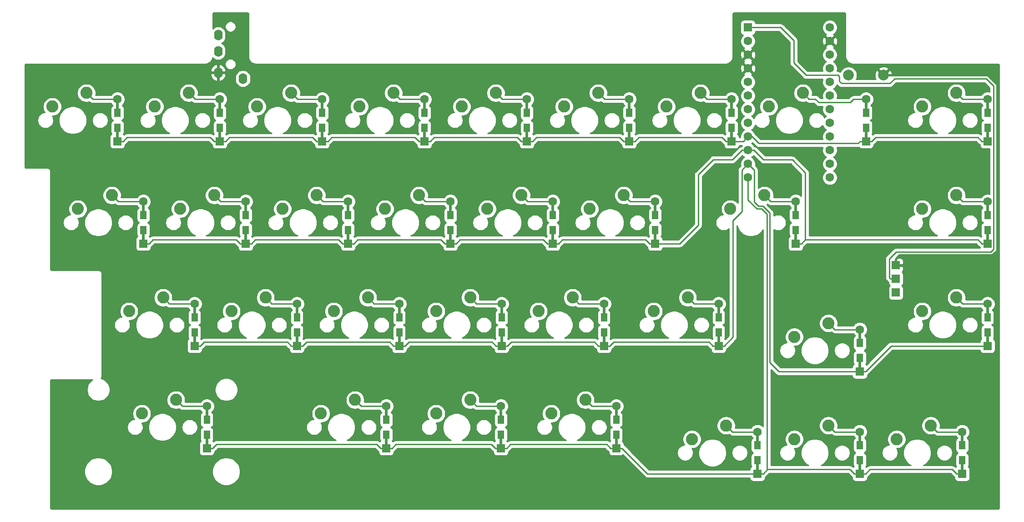
<source format=gbr>
G04 #@! TF.GenerationSoftware,KiCad,Pcbnew,(5.1.4)-1*
G04 #@! TF.CreationDate,2020-12-24T16:57:23-08:00*
G04 #@! TF.ProjectId,fracture-pcb-final,66726163-7475-4726-952d-7063622d6669,rev?*
G04 #@! TF.SameCoordinates,Original*
G04 #@! TF.FileFunction,Copper,L2,Bot*
G04 #@! TF.FilePolarity,Positive*
%FSLAX46Y46*%
G04 Gerber Fmt 4.6, Leading zero omitted, Abs format (unit mm)*
G04 Created by KiCad (PCBNEW (5.1.4)-1) date 2020-12-24 16:57:23*
%MOMM*%
%LPD*%
G04 APERTURE LIST*
%ADD10C,1.600000*%
%ADD11R,1.600000X1.600000*%
%ADD12R,0.500000X2.900000*%
%ADD13R,1.200000X1.600000*%
%ADD14C,2.250000*%
%ADD15R,1.524000X1.524000*%
%ADD16C,2.000000*%
%ADD17O,1.600000X2.000000*%
%ADD18C,0.800000*%
%ADD19C,0.381000*%
%ADD20C,0.254000*%
G04 APERTURE END LIST*
D10*
X272669000Y-49403000D03*
X272669000Y-51943000D03*
X272669000Y-54483000D03*
X272669000Y-57023000D03*
X272669000Y-59563000D03*
X272669000Y-62103000D03*
X272669000Y-64643000D03*
X272669000Y-67183000D03*
X272669000Y-69723000D03*
X272669000Y-72263000D03*
X272669000Y-74803000D03*
X272669000Y-77343000D03*
X257429000Y-77343000D03*
X257429000Y-74803000D03*
X257429000Y-72263000D03*
X257429000Y-69723000D03*
X257429000Y-67183000D03*
X257429000Y-64643000D03*
X257429000Y-62103000D03*
X257429000Y-59563000D03*
X257429000Y-57023000D03*
X257429000Y-54483000D03*
X257429000Y-51943000D03*
D11*
X257429000Y-49403000D03*
X302006000Y-108675000D03*
D10*
X302006000Y-100875000D03*
D12*
X302006000Y-107275000D03*
D13*
X302006000Y-106175000D03*
X302006000Y-103375000D03*
D12*
X302006000Y-102275000D03*
D11*
X278257000Y-132487500D03*
D10*
X278257000Y-124687500D03*
D12*
X278257000Y-131087500D03*
D13*
X278257000Y-129987500D03*
X278257000Y-127187500D03*
D12*
X278257000Y-126087500D03*
D11*
X254381000Y-70575000D03*
D10*
X254381000Y-62775000D03*
D12*
X254381000Y-69175000D03*
D13*
X254381000Y-68075000D03*
X254381000Y-65275000D03*
D12*
X254381000Y-64175000D03*
D11*
X279400000Y-70575000D03*
D10*
X279400000Y-62775000D03*
D12*
X279400000Y-69175000D03*
D13*
X279400000Y-68075000D03*
X279400000Y-65275000D03*
D12*
X279400000Y-64175000D03*
D11*
X297307000Y-132487500D03*
D10*
X297307000Y-124687500D03*
D12*
X297307000Y-131087500D03*
D13*
X297307000Y-129987500D03*
X297307000Y-127187500D03*
D12*
X297307000Y-126087500D03*
D11*
X259207000Y-132487500D03*
D10*
X259207000Y-124687500D03*
D12*
X259207000Y-131087500D03*
D13*
X259207000Y-129987500D03*
X259207000Y-127187500D03*
D12*
X259207000Y-126087500D03*
D11*
X251968000Y-108675000D03*
D10*
X251968000Y-100875000D03*
D12*
X251968000Y-107275000D03*
D13*
X251968000Y-106175000D03*
X251968000Y-103375000D03*
D12*
X251968000Y-102275000D03*
D11*
X240157000Y-89625000D03*
D10*
X240157000Y-81825000D03*
D12*
X240157000Y-88225000D03*
D13*
X240157000Y-87125000D03*
X240157000Y-84325000D03*
D12*
X240157000Y-83225000D03*
D11*
X302006000Y-70575000D03*
D10*
X302006000Y-62775000D03*
D12*
X302006000Y-69175000D03*
D13*
X302006000Y-68075000D03*
X302006000Y-65275000D03*
D12*
X302006000Y-64175000D03*
D11*
X266319000Y-89625000D03*
D10*
X266319000Y-81825000D03*
D12*
X266319000Y-88225000D03*
D13*
X266319000Y-87125000D03*
X266319000Y-84325000D03*
D12*
X266319000Y-83225000D03*
D11*
X302006000Y-89625000D03*
D10*
X302006000Y-81825000D03*
D12*
X302006000Y-88225000D03*
D13*
X302006000Y-87125000D03*
X302006000Y-84325000D03*
D12*
X302006000Y-83225000D03*
D11*
X154432000Y-108675000D03*
D10*
X154432000Y-100875000D03*
D12*
X154432000Y-107275000D03*
D13*
X154432000Y-106175000D03*
X154432000Y-103375000D03*
D12*
X154432000Y-102275000D03*
D11*
X159131000Y-70575000D03*
D10*
X159131000Y-62775000D03*
D12*
X159131000Y-69175000D03*
D13*
X159131000Y-68075000D03*
X159131000Y-65275000D03*
D12*
X159131000Y-64175000D03*
D11*
X235331000Y-70575000D03*
D10*
X235331000Y-62775000D03*
D12*
X235331000Y-69175000D03*
D13*
X235331000Y-68075000D03*
X235331000Y-65275000D03*
D12*
X235331000Y-64175000D03*
D11*
X278257000Y-113437500D03*
D10*
X278257000Y-105637500D03*
D12*
X278257000Y-112037500D03*
D13*
X278257000Y-110937500D03*
X278257000Y-108137500D03*
D12*
X278257000Y-107037500D03*
D11*
X232918000Y-127725000D03*
D10*
X232918000Y-119925000D03*
D12*
X232918000Y-126325000D03*
D13*
X232918000Y-125225000D03*
X232918000Y-122425000D03*
D12*
X232918000Y-121325000D03*
D11*
X178181000Y-70575000D03*
D10*
X178181000Y-62775000D03*
D12*
X178181000Y-69175000D03*
D13*
X178181000Y-68075000D03*
X178181000Y-65275000D03*
D12*
X178181000Y-64175000D03*
D11*
X190119000Y-127725000D03*
D10*
X190119000Y-119925000D03*
D12*
X190119000Y-126325000D03*
D13*
X190119000Y-125225000D03*
X190119000Y-122425000D03*
D12*
X190119000Y-121325000D03*
D11*
X173482000Y-108675000D03*
D10*
X173482000Y-100875000D03*
D12*
X173482000Y-107275000D03*
D13*
X173482000Y-106175000D03*
X173482000Y-103375000D03*
D12*
X173482000Y-102275000D03*
D11*
X192532000Y-108675000D03*
D10*
X192532000Y-100875000D03*
D12*
X192532000Y-107275000D03*
D13*
X192532000Y-106175000D03*
X192532000Y-103375000D03*
D12*
X192532000Y-102275000D03*
D11*
X163957000Y-89625000D03*
D10*
X163957000Y-81825000D03*
D12*
X163957000Y-88225000D03*
D13*
X163957000Y-87125000D03*
X163957000Y-84325000D03*
D12*
X163957000Y-83225000D03*
D11*
X216281000Y-70575000D03*
D10*
X216281000Y-62775000D03*
D12*
X216281000Y-69175000D03*
D13*
X216281000Y-68075000D03*
X216281000Y-65275000D03*
D12*
X216281000Y-64175000D03*
D11*
X202057000Y-89625000D03*
D10*
X202057000Y-81825000D03*
D12*
X202057000Y-88225000D03*
D13*
X202057000Y-87125000D03*
X202057000Y-84325000D03*
D12*
X202057000Y-83225000D03*
D11*
X140081000Y-70575000D03*
D10*
X140081000Y-62775000D03*
D12*
X140081000Y-69175000D03*
D13*
X140081000Y-68075000D03*
X140081000Y-65275000D03*
D12*
X140081000Y-64175000D03*
D11*
X144907000Y-89625000D03*
D10*
X144907000Y-81825000D03*
D12*
X144907000Y-88225000D03*
D13*
X144907000Y-87125000D03*
X144907000Y-84325000D03*
D12*
X144907000Y-83225000D03*
D11*
X211455000Y-127725000D03*
D10*
X211455000Y-119925000D03*
D12*
X211455000Y-126325000D03*
D13*
X211455000Y-125225000D03*
X211455000Y-122425000D03*
D12*
X211455000Y-121325000D03*
D11*
X230632000Y-108675000D03*
D10*
X230632000Y-100875000D03*
D12*
X230632000Y-107275000D03*
D13*
X230632000Y-106175000D03*
X230632000Y-103375000D03*
D12*
X230632000Y-102275000D03*
D11*
X183007000Y-89625000D03*
D10*
X183007000Y-81825000D03*
D12*
X183007000Y-88225000D03*
D13*
X183007000Y-87125000D03*
X183007000Y-84325000D03*
D12*
X183007000Y-83225000D03*
D14*
X296227500Y-61595000D03*
X289877500Y-64135000D03*
D11*
X197231000Y-70575000D03*
D10*
X197231000Y-62775000D03*
D12*
X197231000Y-69175000D03*
D13*
X197231000Y-68075000D03*
X197231000Y-65275000D03*
D12*
X197231000Y-64175000D03*
D14*
X153352500Y-61595000D03*
X147002500Y-64135000D03*
D15*
X284956250Y-93662500D03*
X284956250Y-96162500D03*
X284956250Y-98762500D03*
D11*
X221107000Y-89625000D03*
D10*
X221107000Y-81825000D03*
D12*
X221107000Y-88225000D03*
D13*
X221107000Y-87125000D03*
X221107000Y-84325000D03*
D12*
X221107000Y-83225000D03*
D14*
X224790000Y-99695000D03*
X218440000Y-102235000D03*
X134302500Y-61595000D03*
X127952500Y-64135000D03*
D16*
X276150000Y-58293000D03*
X282650000Y-58293000D03*
D14*
X234315000Y-80645000D03*
X227965000Y-83185000D03*
D11*
X211582000Y-108675000D03*
D10*
X211582000Y-100875000D03*
D12*
X211582000Y-107275000D03*
D13*
X211582000Y-106175000D03*
X211582000Y-103375000D03*
D12*
X211582000Y-102275000D03*
D14*
X296227500Y-80645000D03*
X289877500Y-83185000D03*
D11*
X156718000Y-127725000D03*
D10*
X156718000Y-119925000D03*
D12*
X156718000Y-126325000D03*
D13*
X156718000Y-125225000D03*
X156718000Y-122425000D03*
D12*
X156718000Y-121325000D03*
D14*
X191452500Y-61595000D03*
X185102500Y-64135000D03*
X291465000Y-123507500D03*
X285115000Y-126047500D03*
X150971250Y-118745000D03*
X144621250Y-121285000D03*
X296227500Y-99695000D03*
X289877500Y-102235000D03*
D17*
X163431250Y-58925000D03*
X158831250Y-57825000D03*
X158831250Y-50825000D03*
X158831250Y-53825000D03*
D14*
X148590000Y-99695000D03*
X142240000Y-102235000D03*
X196215000Y-80645000D03*
X189865000Y-83185000D03*
X215265000Y-80645000D03*
X208915000Y-83185000D03*
X272415000Y-104457500D03*
X266065000Y-106997500D03*
X267652500Y-61595000D03*
X261302500Y-64135000D03*
X205740000Y-99695000D03*
X199390000Y-102235000D03*
X229552500Y-61595000D03*
X223202500Y-64135000D03*
X158115000Y-80645000D03*
X151765000Y-83185000D03*
X205740000Y-118745000D03*
X199390000Y-121285000D03*
X253365000Y-123507500D03*
X247015000Y-126047500D03*
X167640000Y-99695000D03*
X161290000Y-102235000D03*
X248602500Y-61595000D03*
X242252500Y-64135000D03*
X139065000Y-80645000D03*
X132715000Y-83185000D03*
X246221250Y-99695000D03*
X239871250Y-102235000D03*
X186690000Y-99695000D03*
X180340000Y-102235000D03*
X272415000Y-123507500D03*
X266065000Y-126047500D03*
X184308750Y-118745000D03*
X177958750Y-121285000D03*
X210502500Y-61595000D03*
X204152500Y-64135000D03*
X227171250Y-118745000D03*
X220821250Y-121285000D03*
X260508750Y-80645000D03*
X254158750Y-83185000D03*
X177165000Y-80645000D03*
X170815000Y-83185000D03*
X172402500Y-61595000D03*
X166052500Y-64135000D03*
D18*
X268287500Y-73818750D03*
X283368750Y-66675000D03*
X261937500Y-77787500D03*
X261937500Y-72231250D03*
X161131250Y-50800000D03*
X263525000Y-61118750D03*
D19*
X303784000Y-60071000D02*
X302006000Y-58293000D01*
X284956250Y-93662500D02*
X284956250Y-92519500D01*
X302006000Y-58293000D02*
X282650000Y-58293000D01*
X302895000Y-91821000D02*
X303784000Y-90932000D01*
X303784000Y-90932000D02*
X303784000Y-60071000D01*
X285654750Y-91821000D02*
X302895000Y-91821000D01*
X284956250Y-92519500D02*
X285654750Y-91821000D01*
D20*
X140081000Y-62775000D02*
X135482500Y-62775000D01*
X135482500Y-62775000D02*
X134302500Y-61595000D01*
X253327000Y-70575000D02*
X254381000Y-70575000D01*
X141135000Y-70575000D02*
X141859000Y-69851000D01*
X217335000Y-70575000D02*
X218060000Y-69850000D01*
X176403000Y-69851000D02*
X177127000Y-70575000D01*
X160910000Y-69850000D02*
X176403000Y-69850000D01*
X257429000Y-69723000D02*
X258191000Y-69723000D01*
X279400000Y-70575000D02*
X280454000Y-70575000D01*
X254381000Y-70575000D02*
X256577000Y-70575000D01*
X195453000Y-69850000D02*
X195453000Y-69851000D01*
X141859000Y-69851000D02*
X157354000Y-69851000D01*
X196177000Y-70575000D02*
X197231000Y-70575000D01*
X237110000Y-69850000D02*
X252603000Y-69850000D01*
X159131000Y-70575000D02*
X160185000Y-70575000D01*
X195453000Y-69851000D02*
X196177000Y-70575000D01*
X258191000Y-69723000D02*
X259461000Y-70993000D01*
X216281000Y-70575000D02*
X217335000Y-70575000D01*
X179960000Y-69850000D02*
X195453000Y-69850000D01*
X176403000Y-69850000D02*
X176403000Y-69851000D01*
X300952000Y-70575000D02*
X302006000Y-70575000D01*
X277928000Y-70993000D02*
X278346000Y-70575000D01*
X300228000Y-69850000D02*
X300228000Y-69851000D01*
X280454000Y-70575000D02*
X281179000Y-69850000D01*
X252603000Y-69851000D02*
X253327000Y-70575000D01*
X214503000Y-69850000D02*
X214503000Y-69851000D01*
X199010000Y-69850000D02*
X214503000Y-69850000D01*
X215227000Y-70575000D02*
X216281000Y-70575000D01*
X256577000Y-70575000D02*
X257429000Y-69723000D01*
X281179000Y-69850000D02*
X300228000Y-69850000D01*
X158077000Y-70575000D02*
X159131000Y-70575000D01*
X177127000Y-70575000D02*
X178181000Y-70575000D01*
X234277000Y-70575000D02*
X235331000Y-70575000D01*
X278346000Y-70575000D02*
X279400000Y-70575000D01*
X178181000Y-70575000D02*
X179235000Y-70575000D01*
X235331000Y-70575000D02*
X236385000Y-70575000D01*
X300228000Y-69851000D02*
X300952000Y-70575000D01*
X233553000Y-69850000D02*
X233553000Y-69851000D01*
X197231000Y-70575000D02*
X198285000Y-70575000D01*
X198285000Y-70575000D02*
X199010000Y-69850000D01*
X218060000Y-69850000D02*
X233553000Y-69850000D01*
X179235000Y-70575000D02*
X179960000Y-69850000D01*
X214503000Y-69851000D02*
X215227000Y-70575000D01*
X259461000Y-70993000D02*
X277928000Y-70993000D01*
X160185000Y-70575000D02*
X160910000Y-69850000D01*
X140081000Y-70575000D02*
X141135000Y-70575000D01*
X252603000Y-69850000D02*
X252603000Y-69851000D01*
X236385000Y-70575000D02*
X237110000Y-69850000D01*
X157354000Y-69851000D02*
X157354000Y-69852000D01*
X233553000Y-69851000D02*
X234277000Y-70575000D01*
X157354000Y-69852000D02*
X158077000Y-70575000D01*
X184786000Y-88900000D02*
X200279000Y-88900000D01*
X265686000Y-74041000D02*
X268098000Y-76453000D01*
X200279000Y-88900000D02*
X200279000Y-88901000D01*
X183007000Y-89625000D02*
X184061000Y-89625000D01*
X219329000Y-88901000D02*
X220053000Y-89625000D01*
X145961000Y-89625000D02*
X146686000Y-88900000D01*
X181953000Y-89625000D02*
X183007000Y-89625000D01*
X238379000Y-88900000D02*
X238379000Y-88901000D01*
X268098000Y-76453000D02*
X268098000Y-88900000D01*
X200279000Y-88901000D02*
X201003000Y-89625000D01*
X201003000Y-89625000D02*
X202057000Y-89625000D01*
X146686000Y-88900000D02*
X162179000Y-88900000D01*
X203111000Y-89625000D02*
X203836000Y-88900000D01*
X181229000Y-88900000D02*
X181229000Y-88901000D01*
X202057000Y-89625000D02*
X203111000Y-89625000D01*
X181229000Y-88901000D02*
X181953000Y-89625000D01*
X162179000Y-88901000D02*
X162903000Y-89625000D01*
X144907000Y-89625000D02*
X145961000Y-89625000D01*
X165736000Y-88900000D02*
X181229000Y-88900000D01*
X162903000Y-89625000D02*
X163957000Y-89625000D01*
X222886000Y-88900000D02*
X238379000Y-88900000D01*
X257429000Y-72263000D02*
X258560370Y-72263000D01*
X184061000Y-89625000D02*
X184786000Y-88900000D01*
X165011000Y-89625000D02*
X165736000Y-88900000D01*
X163957000Y-89625000D02*
X165011000Y-89625000D01*
X162179000Y-88900000D02*
X162179000Y-88901000D01*
X222161000Y-89625000D02*
X222886000Y-88900000D01*
X239103000Y-89625000D02*
X240157000Y-89625000D01*
X248158000Y-76835000D02*
X248158000Y-86233000D01*
X257429000Y-72263000D02*
X256297630Y-72263000D01*
X260338370Y-74041000D02*
X265686000Y-74041000D01*
X220053000Y-89625000D02*
X221107000Y-89625000D01*
X248158000Y-86233000D02*
X244766000Y-89625000D01*
X300952000Y-89625000D02*
X302006000Y-89625000D01*
X300228000Y-88900000D02*
X300228000Y-88901000D01*
X256297630Y-72263000D02*
X254583130Y-73977500D01*
X254583130Y-73977500D02*
X251015500Y-73977500D01*
X219329000Y-88900000D02*
X219329000Y-88901000D01*
X258560370Y-72263000D02*
X260338370Y-74041000D01*
X251015500Y-73977500D02*
X248158000Y-76835000D01*
X238379000Y-88901000D02*
X239103000Y-89625000D01*
X268098000Y-88900000D02*
X300228000Y-88900000D01*
X266319000Y-89625000D02*
X267373000Y-89625000D01*
X244766000Y-89625000D02*
X240157000Y-89625000D01*
X221107000Y-89625000D02*
X222161000Y-89625000D01*
X267373000Y-89625000D02*
X268098000Y-88900000D01*
X300228000Y-88901000D02*
X300952000Y-89625000D01*
X203836000Y-88900000D02*
X219329000Y-88900000D01*
X140245000Y-81825000D02*
X139065000Y-80645000D01*
X144907000Y-81825000D02*
X140245000Y-81825000D01*
X209804000Y-107951000D02*
X210528000Y-108675000D01*
X253022000Y-108675000D02*
X254635000Y-107062000D01*
X154432000Y-108675000D02*
X155486000Y-108675000D01*
X256286000Y-83693000D02*
X256286000Y-75946000D01*
X256286000Y-75946000D02*
X257429000Y-74803000D01*
X213361000Y-107950000D02*
X228854000Y-107950000D01*
X232411000Y-107950000D02*
X250190000Y-107950000D01*
X254635000Y-107062000D02*
X254635000Y-85344000D01*
X211582000Y-108675000D02*
X212636000Y-108675000D01*
X212636000Y-108675000D02*
X213361000Y-107950000D01*
X210528000Y-108675000D02*
X211582000Y-108675000D01*
X156211000Y-107950000D02*
X171704000Y-107950000D01*
X228854000Y-107950000D02*
X228854000Y-107951000D01*
X190754000Y-107951000D02*
X191478000Y-108675000D01*
X190754000Y-107950000D02*
X190754000Y-107951000D01*
X278257000Y-113437500D02*
X263170500Y-113437500D01*
X228854000Y-107951000D02*
X229578000Y-108675000D01*
X171704000Y-107950000D02*
X171704000Y-107951000D01*
X174536000Y-108675000D02*
X175261000Y-107950000D01*
X155486000Y-108675000D02*
X156211000Y-107950000D01*
X230632000Y-108675000D02*
X231686000Y-108675000D01*
X171704000Y-107951000D02*
X172428000Y-108675000D01*
X259334000Y-82677000D02*
X258572000Y-81915000D01*
X258572000Y-75946000D02*
X257429000Y-74803000D01*
X254635000Y-85344000D02*
X256286000Y-83693000D01*
X193586000Y-108675000D02*
X194311000Y-107950000D01*
X192532000Y-108675000D02*
X193586000Y-108675000D01*
X229578000Y-108675000D02*
X230632000Y-108675000D01*
X194311000Y-107950000D02*
X209804000Y-107950000D01*
X261493000Y-111760000D02*
X261493000Y-83947000D01*
X258572000Y-81915000D02*
X258572000Y-75946000D01*
X173482000Y-108675000D02*
X174536000Y-108675000D01*
X251968000Y-108675000D02*
X253022000Y-108675000D01*
X231686000Y-108675000D02*
X232411000Y-107950000D01*
X209804000Y-107950000D02*
X209804000Y-107951000D01*
X284073500Y-108675000D02*
X302006000Y-108675000D01*
X175261000Y-107950000D02*
X190754000Y-107950000D01*
X260223000Y-82677000D02*
X259334000Y-82677000D01*
X250190000Y-107951000D02*
X250914000Y-108675000D01*
X263170500Y-113437500D02*
X261493000Y-111760000D01*
X261493000Y-83947000D02*
X260223000Y-82677000D01*
X250914000Y-108675000D02*
X251968000Y-108675000D01*
X172428000Y-108675000D02*
X173482000Y-108675000D01*
X250190000Y-107950000D02*
X250190000Y-107951000D01*
X278257000Y-113437500D02*
X279311000Y-113437500D01*
X191478000Y-108675000D02*
X192532000Y-108675000D01*
X279311000Y-113437500D02*
X284073500Y-108675000D01*
X154432000Y-100875000D02*
X149770000Y-100875000D01*
X149770000Y-100875000D02*
X148590000Y-99695000D01*
X188341000Y-127001000D02*
X189065000Y-127725000D01*
X158497000Y-127000000D02*
X188341000Y-127000000D01*
X190119000Y-127725000D02*
X191173000Y-127725000D01*
X210185000Y-127508000D02*
X210185000Y-127509000D01*
X260985000Y-131634500D02*
X260985000Y-84201000D01*
X191173000Y-127725000D02*
X191898000Y-127000000D01*
X188341000Y-127000000D02*
X188341000Y-127001000D01*
X231140000Y-127001000D02*
X231864000Y-127725000D01*
X156718000Y-127725000D02*
X157772000Y-127725000D01*
X209677000Y-127000000D02*
X210185000Y-127508000D01*
X231140000Y-127000000D02*
X231140000Y-127001000D01*
X278257000Y-132487500D02*
X277203000Y-132487500D01*
X191898000Y-127000000D02*
X209677000Y-127000000D01*
X259080000Y-83185000D02*
X257429000Y-81534000D01*
X231864000Y-127725000D02*
X232918000Y-127725000D01*
X280099500Y-131699000D02*
X290703000Y-131699000D01*
X210185000Y-127509000D02*
X210401000Y-127725000D01*
X189065000Y-127725000D02*
X190119000Y-127725000D01*
X210401000Y-127725000D02*
X211455000Y-127725000D01*
X213234000Y-127000000D02*
X231140000Y-127000000D01*
X157772000Y-127725000D02*
X158497000Y-127000000D01*
X233972000Y-127725000D02*
X238734500Y-132487500D01*
X278257000Y-132487500D02*
X279311000Y-132487500D01*
X257429000Y-81534000D02*
X257429000Y-77343000D01*
X295021000Y-131699000D02*
X295402000Y-131699000D01*
X296253000Y-132487500D02*
X295464500Y-131699000D01*
X260261000Y-132487500D02*
X259207000Y-132487500D01*
X279311000Y-132487500D02*
X280099500Y-131699000D01*
X276414500Y-131699000D02*
X261049500Y-131699000D01*
X295464500Y-131699000D02*
X295402000Y-131699000D01*
X277203000Y-132487500D02*
X276414500Y-131699000D01*
X290703000Y-131699000D02*
X295021000Y-131699000D01*
X260985000Y-84201000D02*
X259969000Y-83185000D01*
X212509000Y-127725000D02*
X213234000Y-127000000D01*
X232918000Y-127725000D02*
X233972000Y-127725000D01*
X258153000Y-132487500D02*
X259207000Y-132487500D01*
X211455000Y-127725000D02*
X212509000Y-127725000D01*
X261049500Y-131699000D02*
X260261000Y-132487500D01*
X261049500Y-131699000D02*
X260985000Y-131634500D01*
X238734500Y-132487500D02*
X258153000Y-132487500D01*
X259969000Y-83185000D02*
X259080000Y-83185000D01*
X297307000Y-132487500D02*
X296253000Y-132487500D01*
X156718000Y-119925000D02*
X152151250Y-119925000D01*
X152151250Y-119925000D02*
X150971250Y-118745000D01*
X159131000Y-62775000D02*
X154532500Y-62775000D01*
X154532500Y-62775000D02*
X153352500Y-61595000D01*
X159295000Y-81825000D02*
X158115000Y-80645000D01*
X163957000Y-81825000D02*
X159295000Y-81825000D01*
X173482000Y-100875000D02*
X168820000Y-100875000D01*
X168820000Y-100875000D02*
X167640000Y-99695000D01*
X178181000Y-62775000D02*
X173582500Y-62775000D01*
X173582500Y-62775000D02*
X172402500Y-61595000D01*
X183007000Y-81825000D02*
X178345000Y-81825000D01*
X178345000Y-81825000D02*
X177165000Y-80645000D01*
X192532000Y-100875000D02*
X187870000Y-100875000D01*
X187870000Y-100875000D02*
X186690000Y-99695000D01*
X190119000Y-119925000D02*
X185488750Y-119925000D01*
X185488750Y-119925000D02*
X184308750Y-118745000D01*
X197231000Y-62775000D02*
X192632500Y-62775000D01*
X192632500Y-62775000D02*
X191452500Y-61595000D01*
X202057000Y-81825000D02*
X197395000Y-81825000D01*
X197395000Y-81825000D02*
X196215000Y-80645000D01*
X206920000Y-100875000D02*
X205740000Y-99695000D01*
X211582000Y-100875000D02*
X206920000Y-100875000D01*
X206920000Y-119925000D02*
X205740000Y-118745000D01*
X211455000Y-119925000D02*
X206920000Y-119925000D01*
X216281000Y-62775000D02*
X211682500Y-62775000D01*
X211682500Y-62775000D02*
X210502500Y-61595000D01*
X216445000Y-81825000D02*
X215265000Y-80645000D01*
X221107000Y-81825000D02*
X216445000Y-81825000D01*
X225970000Y-100875000D02*
X224790000Y-99695000D01*
X230632000Y-100875000D02*
X225970000Y-100875000D01*
X232918000Y-119925000D02*
X228351250Y-119925000D01*
X228351250Y-119925000D02*
X227171250Y-118745000D01*
X230732500Y-62775000D02*
X229552500Y-61595000D01*
X235331000Y-62775000D02*
X230732500Y-62775000D01*
X240157000Y-81825000D02*
X235495000Y-81825000D01*
X235495000Y-81825000D02*
X234315000Y-80645000D01*
X251968000Y-100875000D02*
X247401250Y-100875000D01*
X247401250Y-100875000D02*
X246221250Y-99695000D01*
X254545000Y-124687500D02*
X253365000Y-123507500D01*
X259207000Y-124687500D02*
X254545000Y-124687500D01*
X254381000Y-62775000D02*
X249782500Y-62775000D01*
X249782500Y-62775000D02*
X248602500Y-61595000D01*
X261688750Y-81825000D02*
X260508750Y-80645000D01*
X266319000Y-81825000D02*
X261688750Y-81825000D01*
X273595000Y-105637500D02*
X272415000Y-104457500D01*
X278257000Y-105637500D02*
X273595000Y-105637500D01*
X278257000Y-124687500D02*
X273595000Y-124687500D01*
X273595000Y-124687500D02*
X272415000Y-123507500D01*
X267652500Y-61595000D02*
X268777499Y-62719999D01*
X276479000Y-63373000D02*
X277077000Y-62775000D01*
X277077000Y-62775000D02*
X279400000Y-62775000D01*
X269983999Y-62719999D02*
X270637000Y-63373000D01*
X270637000Y-63373000D02*
X276479000Y-63373000D01*
X268777499Y-62719999D02*
X269983999Y-62719999D01*
X279109000Y-62484000D02*
X279400000Y-62775000D01*
X297307000Y-124687500D02*
X292645000Y-124687500D01*
X292645000Y-124687500D02*
X291465000Y-123507500D01*
X302006000Y-62775000D02*
X297407500Y-62775000D01*
X297407500Y-62775000D02*
X296227500Y-61595000D01*
X297407500Y-81825000D02*
X296227500Y-80645000D01*
X302006000Y-81825000D02*
X297407500Y-81825000D01*
X297407500Y-100875000D02*
X296227500Y-99695000D01*
X302006000Y-100875000D02*
X297407500Y-100875000D01*
X265938000Y-51816000D02*
X265938000Y-56007000D01*
X302641000Y-91186000D02*
X284988000Y-91186000D01*
X274447000Y-59436000D02*
X274828000Y-59817000D01*
X303149000Y-90678000D02*
X302641000Y-91186000D01*
X283718000Y-95940250D02*
X283940250Y-96162500D01*
X265938000Y-56007000D02*
X268224000Y-58293000D01*
X303149000Y-60325000D02*
X303149000Y-90678000D01*
X274447000Y-58547000D02*
X274447000Y-59436000D01*
X268224000Y-58293000D02*
X274193000Y-58293000D01*
X284988000Y-91186000D02*
X283718000Y-92456000D01*
X283718000Y-92456000D02*
X283718000Y-95940250D01*
X301752000Y-58928000D02*
X303149000Y-60325000D01*
X284734000Y-58928000D02*
X301752000Y-58928000D01*
X263525000Y-49403000D02*
X265938000Y-51816000D01*
X283845000Y-59817000D02*
X284734000Y-58928000D01*
X257429000Y-49403000D02*
X263525000Y-49403000D01*
X283940250Y-96162500D02*
X284956250Y-96162500D01*
X274828000Y-59817000D02*
X283845000Y-59817000D01*
X274193000Y-58293000D02*
X274447000Y-58547000D01*
G36*
X164331612Y-46703152D02*
G01*
X164356013Y-46710519D01*
X164378515Y-46722483D01*
X164398264Y-46738591D01*
X164414509Y-46758227D01*
X164426633Y-46780651D01*
X164434168Y-46804992D01*
X164440001Y-46860485D01*
X164440000Y-54801168D01*
X164442769Y-54829280D01*
X164442735Y-54834109D01*
X164443635Y-54843280D01*
X164459828Y-54997346D01*
X164471854Y-55055932D01*
X164483065Y-55114703D01*
X164485729Y-55123524D01*
X164531538Y-55271508D01*
X164554713Y-55326640D01*
X164577126Y-55382114D01*
X164581452Y-55390251D01*
X164655132Y-55526520D01*
X164688567Y-55576088D01*
X164721338Y-55626169D01*
X164727163Y-55633310D01*
X164825909Y-55752673D01*
X164868343Y-55794812D01*
X164910206Y-55837561D01*
X164917307Y-55843435D01*
X165037355Y-55941344D01*
X165087182Y-55974449D01*
X165136538Y-56008244D01*
X165144644Y-56012627D01*
X165281425Y-56085354D01*
X165336727Y-56108148D01*
X165391710Y-56131714D01*
X165400513Y-56134439D01*
X165548814Y-56179214D01*
X165607517Y-56190837D01*
X165666006Y-56203270D01*
X165675171Y-56204233D01*
X165829344Y-56219350D01*
X165829348Y-56219350D01*
X165861331Y-56222500D01*
X253238669Y-56222500D01*
X253266781Y-56219731D01*
X253271609Y-56219765D01*
X253280780Y-56218865D01*
X253434846Y-56202672D01*
X253493432Y-56190646D01*
X253552203Y-56179435D01*
X253561024Y-56176771D01*
X253709008Y-56130962D01*
X253764140Y-56107787D01*
X253819614Y-56085374D01*
X253827751Y-56081048D01*
X253964020Y-56007368D01*
X254013588Y-55973933D01*
X254063669Y-55941162D01*
X254070810Y-55935337D01*
X254190173Y-55836591D01*
X254232312Y-55794157D01*
X254275061Y-55752294D01*
X254280935Y-55745193D01*
X254378844Y-55625145D01*
X254411949Y-55575318D01*
X254445744Y-55525962D01*
X254450127Y-55517856D01*
X254472540Y-55475702D01*
X256615903Y-55475702D01*
X256687486Y-55719671D01*
X256753636Y-55750971D01*
X256687486Y-55786329D01*
X256615903Y-56030298D01*
X257429000Y-56843395D01*
X258242097Y-56030298D01*
X258170514Y-55786329D01*
X258104364Y-55755029D01*
X258170514Y-55719671D01*
X258242097Y-55475702D01*
X257429000Y-54662605D01*
X256615903Y-55475702D01*
X254472540Y-55475702D01*
X254522854Y-55381075D01*
X254545648Y-55325773D01*
X254569214Y-55270790D01*
X254571939Y-55261987D01*
X254616714Y-55113686D01*
X254628337Y-55054983D01*
X254640770Y-54996494D01*
X254641733Y-54987329D01*
X254656850Y-54833156D01*
X254656850Y-54833152D01*
X254660000Y-54801169D01*
X254660000Y-54553512D01*
X255988783Y-54553512D01*
X256030213Y-54833130D01*
X256125397Y-55099292D01*
X256192329Y-55224514D01*
X256436298Y-55296097D01*
X257249395Y-54483000D01*
X257608605Y-54483000D01*
X258421702Y-55296097D01*
X258665671Y-55224514D01*
X258786571Y-54969004D01*
X258855300Y-54694816D01*
X258869217Y-54412488D01*
X258827787Y-54132870D01*
X258732603Y-53866708D01*
X258665671Y-53741486D01*
X258421702Y-53669903D01*
X257608605Y-54483000D01*
X257249395Y-54483000D01*
X256436298Y-53669903D01*
X256192329Y-53741486D01*
X256071429Y-53996996D01*
X256002700Y-54271184D01*
X255988783Y-54553512D01*
X254660000Y-54553512D01*
X254660000Y-46863529D01*
X254665652Y-46805888D01*
X254673019Y-46781487D01*
X254684983Y-46758985D01*
X254701091Y-46739236D01*
X254720727Y-46722991D01*
X254743151Y-46710867D01*
X254767492Y-46703332D01*
X254822976Y-46697500D01*
X275398971Y-46697500D01*
X275456612Y-46703152D01*
X275481013Y-46710519D01*
X275503515Y-46722483D01*
X275523264Y-46738591D01*
X275539509Y-46758227D01*
X275551633Y-46780651D01*
X275559168Y-46804992D01*
X275565001Y-46860485D01*
X275565000Y-54801168D01*
X275567769Y-54829280D01*
X275567735Y-54834109D01*
X275568635Y-54843280D01*
X275584828Y-54997346D01*
X275596854Y-55055932D01*
X275608065Y-55114703D01*
X275610729Y-55123524D01*
X275656538Y-55271508D01*
X275679713Y-55326640D01*
X275702126Y-55382114D01*
X275706452Y-55390251D01*
X275780132Y-55526520D01*
X275813567Y-55576088D01*
X275846338Y-55626169D01*
X275852163Y-55633310D01*
X275950909Y-55752673D01*
X275993343Y-55794812D01*
X276035206Y-55837561D01*
X276042307Y-55843435D01*
X276162355Y-55941344D01*
X276212182Y-55974449D01*
X276261538Y-56008244D01*
X276269644Y-56012627D01*
X276406425Y-56085354D01*
X276461727Y-56108148D01*
X276516710Y-56131714D01*
X276525513Y-56134439D01*
X276673814Y-56179214D01*
X276732517Y-56190837D01*
X276791006Y-56203270D01*
X276800171Y-56204233D01*
X276954344Y-56219350D01*
X276954348Y-56219350D01*
X276986331Y-56222500D01*
X303973971Y-56222500D01*
X304031612Y-56228152D01*
X304056013Y-56235519D01*
X304078515Y-56247483D01*
X304098264Y-56263591D01*
X304114509Y-56283227D01*
X304126633Y-56305651D01*
X304134168Y-56329992D01*
X304140001Y-56385485D01*
X304140000Y-138873971D01*
X304134348Y-138931614D01*
X304126982Y-138956010D01*
X304115016Y-138978516D01*
X304098909Y-138998264D01*
X304079273Y-139014509D01*
X304056849Y-139026633D01*
X304032508Y-139034168D01*
X303977025Y-139040000D01*
X127826029Y-139040000D01*
X127768386Y-139034348D01*
X127743990Y-139026982D01*
X127721484Y-139015016D01*
X127701736Y-138998909D01*
X127685491Y-138979273D01*
X127673367Y-138956849D01*
X127665832Y-138932508D01*
X127660000Y-138877025D01*
X127660000Y-131821076D01*
X133896100Y-131821076D01*
X133896100Y-132338924D01*
X133997127Y-132846822D01*
X134195299Y-133325251D01*
X134483000Y-133755826D01*
X134849174Y-134122000D01*
X135279749Y-134409701D01*
X135758178Y-134607873D01*
X136266076Y-134708900D01*
X136783924Y-134708900D01*
X137291822Y-134607873D01*
X137770251Y-134409701D01*
X138200826Y-134122000D01*
X138567000Y-133755826D01*
X138854701Y-133325251D01*
X139052873Y-132846822D01*
X139153900Y-132338924D01*
X139153900Y-131821076D01*
X157708600Y-131821076D01*
X157708600Y-132338924D01*
X157809627Y-132846822D01*
X158007799Y-133325251D01*
X158295500Y-133755826D01*
X158661674Y-134122000D01*
X159092249Y-134409701D01*
X159570678Y-134607873D01*
X160078576Y-134708900D01*
X160596424Y-134708900D01*
X161104322Y-134607873D01*
X161582751Y-134409701D01*
X162013326Y-134122000D01*
X162379500Y-133755826D01*
X162667201Y-133325251D01*
X162865373Y-132846822D01*
X162966400Y-132338924D01*
X162966400Y-131821076D01*
X162865373Y-131313178D01*
X162667201Y-130834749D01*
X162379500Y-130404174D01*
X162013326Y-130038000D01*
X161582751Y-129750299D01*
X161104322Y-129552127D01*
X160596424Y-129451100D01*
X160078576Y-129451100D01*
X159570678Y-129552127D01*
X159092249Y-129750299D01*
X158661674Y-130038000D01*
X158295500Y-130404174D01*
X158007799Y-130834749D01*
X157809627Y-131313178D01*
X157708600Y-131821076D01*
X139153900Y-131821076D01*
X139052873Y-131313178D01*
X138854701Y-130834749D01*
X138567000Y-130404174D01*
X138200826Y-130038000D01*
X137770251Y-129750299D01*
X137291822Y-129552127D01*
X136783924Y-129451100D01*
X136266076Y-129451100D01*
X135758178Y-129552127D01*
X135279749Y-129750299D01*
X134849174Y-130038000D01*
X134483000Y-130404174D01*
X134195299Y-130834749D01*
X133997127Y-131313178D01*
X133896100Y-131821076D01*
X127660000Y-131821076D01*
X127660000Y-123676278D01*
X141841250Y-123676278D01*
X141841250Y-123973722D01*
X141899279Y-124265451D01*
X142013106Y-124540253D01*
X142178357Y-124787569D01*
X142388681Y-124997893D01*
X142635997Y-125163144D01*
X142910799Y-125276971D01*
X143202528Y-125335000D01*
X143499972Y-125335000D01*
X143791701Y-125276971D01*
X144066503Y-125163144D01*
X144313819Y-124997893D01*
X144524143Y-124787569D01*
X144689394Y-124540253D01*
X144803221Y-124265451D01*
X144861250Y-123973722D01*
X144861250Y-123676278D01*
X144839330Y-123566076D01*
X145802350Y-123566076D01*
X145802350Y-124083924D01*
X145903377Y-124591822D01*
X146101549Y-125070251D01*
X146389250Y-125500826D01*
X146755424Y-125867000D01*
X147185999Y-126154701D01*
X147664428Y-126352873D01*
X148172326Y-126453900D01*
X148690174Y-126453900D01*
X149198072Y-126352873D01*
X149676501Y-126154701D01*
X150107076Y-125867000D01*
X150473250Y-125500826D01*
X150760951Y-125070251D01*
X150959123Y-124591822D01*
X151060150Y-124083924D01*
X151060150Y-123676278D01*
X152001250Y-123676278D01*
X152001250Y-123973722D01*
X152059279Y-124265451D01*
X152173106Y-124540253D01*
X152338357Y-124787569D01*
X152548681Y-124997893D01*
X152795997Y-125163144D01*
X153070799Y-125276971D01*
X153362528Y-125335000D01*
X153659972Y-125335000D01*
X153951701Y-125276971D01*
X154226503Y-125163144D01*
X154473819Y-124997893D01*
X154684143Y-124787569D01*
X154849394Y-124540253D01*
X154963221Y-124265451D01*
X155021250Y-123973722D01*
X155021250Y-123676278D01*
X154963221Y-123384549D01*
X154849394Y-123109747D01*
X154684143Y-122862431D01*
X154473819Y-122652107D01*
X154226503Y-122486856D01*
X153951701Y-122373029D01*
X153659972Y-122315000D01*
X153362528Y-122315000D01*
X153070799Y-122373029D01*
X152795997Y-122486856D01*
X152548681Y-122652107D01*
X152338357Y-122862431D01*
X152173106Y-123109747D01*
X152059279Y-123384549D01*
X152001250Y-123676278D01*
X151060150Y-123676278D01*
X151060150Y-123566076D01*
X150959123Y-123058178D01*
X150760951Y-122579749D01*
X150473250Y-122149174D01*
X150107076Y-121783000D01*
X149676501Y-121495299D01*
X149198072Y-121297127D01*
X148690174Y-121196100D01*
X148172326Y-121196100D01*
X147664428Y-121297127D01*
X147185999Y-121495299D01*
X146755424Y-121783000D01*
X146389250Y-122149174D01*
X146101549Y-122579749D01*
X145903377Y-123058178D01*
X145802350Y-123566076D01*
X144839330Y-123566076D01*
X144803221Y-123384549D01*
X144689394Y-123109747D01*
X144646132Y-123045000D01*
X144794595Y-123045000D01*
X145134623Y-122977364D01*
X145454923Y-122844692D01*
X145743185Y-122652081D01*
X145988331Y-122406935D01*
X146180942Y-122118673D01*
X146313614Y-121798373D01*
X146381250Y-121458345D01*
X146381250Y-121111655D01*
X146313614Y-120771627D01*
X146180942Y-120451327D01*
X145988331Y-120163065D01*
X145743185Y-119917919D01*
X145454923Y-119725308D01*
X145134623Y-119592636D01*
X144794595Y-119525000D01*
X144447905Y-119525000D01*
X144107877Y-119592636D01*
X143787577Y-119725308D01*
X143499315Y-119917919D01*
X143254169Y-120163065D01*
X143061558Y-120451327D01*
X142928886Y-120771627D01*
X142861250Y-121111655D01*
X142861250Y-121458345D01*
X142928886Y-121798373D01*
X143061558Y-122118673D01*
X143193888Y-122316719D01*
X142910799Y-122373029D01*
X142635997Y-122486856D01*
X142388681Y-122652107D01*
X142178357Y-122862431D01*
X142013106Y-123109747D01*
X141899279Y-123384549D01*
X141841250Y-123676278D01*
X127660000Y-123676278D01*
X127660000Y-115126029D01*
X127665652Y-115068388D01*
X127673019Y-115043987D01*
X127684983Y-115021485D01*
X127701091Y-115001736D01*
X127720727Y-114985491D01*
X127743151Y-114973367D01*
X127767492Y-114965832D01*
X127822976Y-114960000D01*
X135452522Y-114960000D01*
X135148718Y-115162996D01*
X134847996Y-115463718D01*
X134611719Y-115817330D01*
X134448970Y-116210243D01*
X134366000Y-116627357D01*
X134366000Y-117052643D01*
X134448970Y-117469757D01*
X134611719Y-117862670D01*
X134847996Y-118216282D01*
X135148718Y-118517004D01*
X135502330Y-118753281D01*
X135895243Y-118916030D01*
X136312357Y-118999000D01*
X136737643Y-118999000D01*
X137154757Y-118916030D01*
X137547670Y-118753281D01*
X137901282Y-118517004D01*
X138202004Y-118216282D01*
X138438281Y-117862670D01*
X138601030Y-117469757D01*
X138684000Y-117052643D01*
X138684000Y-116627357D01*
X158178500Y-116627357D01*
X158178500Y-117052643D01*
X158261470Y-117469757D01*
X158424219Y-117862670D01*
X158660496Y-118216282D01*
X158961218Y-118517004D01*
X159314830Y-118753281D01*
X159707743Y-118916030D01*
X160124857Y-118999000D01*
X160550143Y-118999000D01*
X160967257Y-118916030D01*
X161360170Y-118753281D01*
X161713782Y-118517004D01*
X162014504Y-118216282D01*
X162250781Y-117862670D01*
X162413530Y-117469757D01*
X162496500Y-117052643D01*
X162496500Y-116627357D01*
X162413530Y-116210243D01*
X162250781Y-115817330D01*
X162014504Y-115463718D01*
X161713782Y-115162996D01*
X161360170Y-114926719D01*
X160967257Y-114763970D01*
X160550143Y-114681000D01*
X160124857Y-114681000D01*
X159707743Y-114763970D01*
X159314830Y-114926719D01*
X158961218Y-115162996D01*
X158660496Y-115463718D01*
X158424219Y-115817330D01*
X158261470Y-116210243D01*
X158178500Y-116627357D01*
X138684000Y-116627357D01*
X138601030Y-116210243D01*
X138438281Y-115817330D01*
X138202004Y-115463718D01*
X137901282Y-115162996D01*
X137547670Y-114926719D01*
X137154757Y-114763970D01*
X137020027Y-114737170D01*
X137076425Y-114668450D01*
X137137710Y-114553793D01*
X137175450Y-114429383D01*
X137188193Y-114300000D01*
X137185000Y-114267581D01*
X137185000Y-104626278D01*
X139460000Y-104626278D01*
X139460000Y-104923722D01*
X139518029Y-105215451D01*
X139631856Y-105490253D01*
X139797107Y-105737569D01*
X140007431Y-105947893D01*
X140254747Y-106113144D01*
X140529549Y-106226971D01*
X140821278Y-106285000D01*
X141118722Y-106285000D01*
X141410451Y-106226971D01*
X141685253Y-106113144D01*
X141932569Y-105947893D01*
X142142893Y-105737569D01*
X142308144Y-105490253D01*
X142421971Y-105215451D01*
X142480000Y-104923722D01*
X142480000Y-104626278D01*
X142458080Y-104516076D01*
X143421100Y-104516076D01*
X143421100Y-105033924D01*
X143522127Y-105541822D01*
X143720299Y-106020251D01*
X144008000Y-106450826D01*
X144374174Y-106817000D01*
X144804749Y-107104701D01*
X145283178Y-107302873D01*
X145791076Y-107403900D01*
X146308924Y-107403900D01*
X146816822Y-107302873D01*
X147295251Y-107104701D01*
X147725826Y-106817000D01*
X148092000Y-106450826D01*
X148379701Y-106020251D01*
X148577873Y-105541822D01*
X148678900Y-105033924D01*
X148678900Y-104626278D01*
X149620000Y-104626278D01*
X149620000Y-104923722D01*
X149678029Y-105215451D01*
X149791856Y-105490253D01*
X149957107Y-105737569D01*
X150167431Y-105947893D01*
X150414747Y-106113144D01*
X150689549Y-106226971D01*
X150981278Y-106285000D01*
X151278722Y-106285000D01*
X151570451Y-106226971D01*
X151845253Y-106113144D01*
X152092569Y-105947893D01*
X152302893Y-105737569D01*
X152468144Y-105490253D01*
X152581971Y-105215451D01*
X152640000Y-104923722D01*
X152640000Y-104626278D01*
X152581971Y-104334549D01*
X152468144Y-104059747D01*
X152302893Y-103812431D01*
X152092569Y-103602107D01*
X151845253Y-103436856D01*
X151570451Y-103323029D01*
X151278722Y-103265000D01*
X150981278Y-103265000D01*
X150689549Y-103323029D01*
X150414747Y-103436856D01*
X150167431Y-103602107D01*
X149957107Y-103812431D01*
X149791856Y-104059747D01*
X149678029Y-104334549D01*
X149620000Y-104626278D01*
X148678900Y-104626278D01*
X148678900Y-104516076D01*
X148577873Y-104008178D01*
X148379701Y-103529749D01*
X148092000Y-103099174D01*
X147725826Y-102733000D01*
X147295251Y-102445299D01*
X146816822Y-102247127D01*
X146308924Y-102146100D01*
X145791076Y-102146100D01*
X145283178Y-102247127D01*
X144804749Y-102445299D01*
X144374174Y-102733000D01*
X144008000Y-103099174D01*
X143720299Y-103529749D01*
X143522127Y-104008178D01*
X143421100Y-104516076D01*
X142458080Y-104516076D01*
X142421971Y-104334549D01*
X142308144Y-104059747D01*
X142264882Y-103995000D01*
X142413345Y-103995000D01*
X142753373Y-103927364D01*
X143073673Y-103794692D01*
X143361935Y-103602081D01*
X143607081Y-103356935D01*
X143799692Y-103068673D01*
X143932364Y-102748373D01*
X144000000Y-102408345D01*
X144000000Y-102061655D01*
X143932364Y-101721627D01*
X143799692Y-101401327D01*
X143607081Y-101113065D01*
X143361935Y-100867919D01*
X143073673Y-100675308D01*
X142753373Y-100542636D01*
X142413345Y-100475000D01*
X142066655Y-100475000D01*
X141726627Y-100542636D01*
X141406327Y-100675308D01*
X141118065Y-100867919D01*
X140872919Y-101113065D01*
X140680308Y-101401327D01*
X140547636Y-101721627D01*
X140480000Y-102061655D01*
X140480000Y-102408345D01*
X140547636Y-102748373D01*
X140680308Y-103068673D01*
X140812638Y-103266719D01*
X140529549Y-103323029D01*
X140254747Y-103436856D01*
X140007431Y-103602107D01*
X139797107Y-103812431D01*
X139631856Y-104059747D01*
X139518029Y-104334549D01*
X139460000Y-104626278D01*
X137185000Y-104626278D01*
X137185000Y-95282419D01*
X137188193Y-95250000D01*
X137175450Y-95120617D01*
X137137710Y-94996207D01*
X137076425Y-94881550D01*
X136993948Y-94781052D01*
X136893450Y-94698575D01*
X136778793Y-94637290D01*
X136654383Y-94599550D01*
X136557419Y-94590000D01*
X136525000Y-94586807D01*
X136492581Y-94590000D01*
X127826029Y-94590000D01*
X127768386Y-94584348D01*
X127743990Y-94576982D01*
X127721484Y-94565016D01*
X127701736Y-94548909D01*
X127685491Y-94529273D01*
X127673367Y-94506849D01*
X127665832Y-94482508D01*
X127660000Y-94427025D01*
X127660000Y-85576278D01*
X129935000Y-85576278D01*
X129935000Y-85873722D01*
X129993029Y-86165451D01*
X130106856Y-86440253D01*
X130272107Y-86687569D01*
X130482431Y-86897893D01*
X130729747Y-87063144D01*
X131004549Y-87176971D01*
X131296278Y-87235000D01*
X131593722Y-87235000D01*
X131885451Y-87176971D01*
X132160253Y-87063144D01*
X132407569Y-86897893D01*
X132617893Y-86687569D01*
X132783144Y-86440253D01*
X132896971Y-86165451D01*
X132955000Y-85873722D01*
X132955000Y-85576278D01*
X132933080Y-85466076D01*
X133896100Y-85466076D01*
X133896100Y-85983924D01*
X133997127Y-86491822D01*
X134195299Y-86970251D01*
X134483000Y-87400826D01*
X134849174Y-87767000D01*
X135279749Y-88054701D01*
X135758178Y-88252873D01*
X136266076Y-88353900D01*
X136783924Y-88353900D01*
X137291822Y-88252873D01*
X137770251Y-88054701D01*
X138200826Y-87767000D01*
X138567000Y-87400826D01*
X138854701Y-86970251D01*
X139052873Y-86491822D01*
X139153900Y-85983924D01*
X139153900Y-85576278D01*
X140095000Y-85576278D01*
X140095000Y-85873722D01*
X140153029Y-86165451D01*
X140266856Y-86440253D01*
X140432107Y-86687569D01*
X140642431Y-86897893D01*
X140889747Y-87063144D01*
X141164549Y-87176971D01*
X141456278Y-87235000D01*
X141753722Y-87235000D01*
X142045451Y-87176971D01*
X142320253Y-87063144D01*
X142567569Y-86897893D01*
X142777893Y-86687569D01*
X142943144Y-86440253D01*
X143056971Y-86165451D01*
X143115000Y-85873722D01*
X143115000Y-85576278D01*
X143056971Y-85284549D01*
X142943144Y-85009747D01*
X142777893Y-84762431D01*
X142567569Y-84552107D01*
X142320253Y-84386856D01*
X142045451Y-84273029D01*
X141753722Y-84215000D01*
X141456278Y-84215000D01*
X141164549Y-84273029D01*
X140889747Y-84386856D01*
X140642431Y-84552107D01*
X140432107Y-84762431D01*
X140266856Y-85009747D01*
X140153029Y-85284549D01*
X140095000Y-85576278D01*
X139153900Y-85576278D01*
X139153900Y-85466076D01*
X139052873Y-84958178D01*
X138854701Y-84479749D01*
X138567000Y-84049174D01*
X138200826Y-83683000D01*
X137770251Y-83395299D01*
X137291822Y-83197127D01*
X136783924Y-83096100D01*
X136266076Y-83096100D01*
X135758178Y-83197127D01*
X135279749Y-83395299D01*
X134849174Y-83683000D01*
X134483000Y-84049174D01*
X134195299Y-84479749D01*
X133997127Y-84958178D01*
X133896100Y-85466076D01*
X132933080Y-85466076D01*
X132896971Y-85284549D01*
X132783144Y-85009747D01*
X132739882Y-84945000D01*
X132888345Y-84945000D01*
X133228373Y-84877364D01*
X133548673Y-84744692D01*
X133836935Y-84552081D01*
X134082081Y-84306935D01*
X134274692Y-84018673D01*
X134407364Y-83698373D01*
X134475000Y-83358345D01*
X134475000Y-83011655D01*
X134407364Y-82671627D01*
X134274692Y-82351327D01*
X134082081Y-82063065D01*
X133836935Y-81817919D01*
X133548673Y-81625308D01*
X133228373Y-81492636D01*
X132888345Y-81425000D01*
X132541655Y-81425000D01*
X132201627Y-81492636D01*
X131881327Y-81625308D01*
X131593065Y-81817919D01*
X131347919Y-82063065D01*
X131155308Y-82351327D01*
X131022636Y-82671627D01*
X130955000Y-83011655D01*
X130955000Y-83358345D01*
X131022636Y-83698373D01*
X131155308Y-84018673D01*
X131287638Y-84216719D01*
X131004549Y-84273029D01*
X130729747Y-84386856D01*
X130482431Y-84552107D01*
X130272107Y-84762431D01*
X130106856Y-85009747D01*
X129993029Y-85284549D01*
X129935000Y-85576278D01*
X127660000Y-85576278D01*
X127660000Y-76232419D01*
X127663193Y-76200000D01*
X127650450Y-76070617D01*
X127612710Y-75946207D01*
X127551425Y-75831550D01*
X127468948Y-75731052D01*
X127368450Y-75648575D01*
X127253793Y-75587290D01*
X127129383Y-75549550D01*
X127032419Y-75540000D01*
X127000000Y-75536807D01*
X126967581Y-75540000D01*
X123063529Y-75540000D01*
X123005886Y-75534348D01*
X122981490Y-75526982D01*
X122958984Y-75515016D01*
X122939236Y-75498909D01*
X122922991Y-75479273D01*
X122910867Y-75456849D01*
X122903332Y-75432508D01*
X122897500Y-75377025D01*
X122897500Y-66526278D01*
X125172500Y-66526278D01*
X125172500Y-66823722D01*
X125230529Y-67115451D01*
X125344356Y-67390253D01*
X125509607Y-67637569D01*
X125719931Y-67847893D01*
X125967247Y-68013144D01*
X126242049Y-68126971D01*
X126533778Y-68185000D01*
X126831222Y-68185000D01*
X127122951Y-68126971D01*
X127397753Y-68013144D01*
X127645069Y-67847893D01*
X127855393Y-67637569D01*
X128020644Y-67390253D01*
X128134471Y-67115451D01*
X128192500Y-66823722D01*
X128192500Y-66526278D01*
X128170580Y-66416076D01*
X129133600Y-66416076D01*
X129133600Y-66933924D01*
X129234627Y-67441822D01*
X129432799Y-67920251D01*
X129720500Y-68350826D01*
X130086674Y-68717000D01*
X130517249Y-69004701D01*
X130995678Y-69202873D01*
X131503576Y-69303900D01*
X132021424Y-69303900D01*
X132529322Y-69202873D01*
X133007751Y-69004701D01*
X133438326Y-68717000D01*
X133804500Y-68350826D01*
X134092201Y-67920251D01*
X134290373Y-67441822D01*
X134391400Y-66933924D01*
X134391400Y-66526278D01*
X135332500Y-66526278D01*
X135332500Y-66823722D01*
X135390529Y-67115451D01*
X135504356Y-67390253D01*
X135669607Y-67637569D01*
X135879931Y-67847893D01*
X136127247Y-68013144D01*
X136402049Y-68126971D01*
X136693778Y-68185000D01*
X136991222Y-68185000D01*
X137282951Y-68126971D01*
X137557753Y-68013144D01*
X137805069Y-67847893D01*
X138015393Y-67637569D01*
X138180644Y-67390253D01*
X138294471Y-67115451D01*
X138352500Y-66823722D01*
X138352500Y-66526278D01*
X138294471Y-66234549D01*
X138180644Y-65959747D01*
X138015393Y-65712431D01*
X137805069Y-65502107D01*
X137557753Y-65336856D01*
X137282951Y-65223029D01*
X136991222Y-65165000D01*
X136693778Y-65165000D01*
X136402049Y-65223029D01*
X136127247Y-65336856D01*
X135879931Y-65502107D01*
X135669607Y-65712431D01*
X135504356Y-65959747D01*
X135390529Y-66234549D01*
X135332500Y-66526278D01*
X134391400Y-66526278D01*
X134391400Y-66416076D01*
X134290373Y-65908178D01*
X134092201Y-65429749D01*
X133804500Y-64999174D01*
X133438326Y-64633000D01*
X133007751Y-64345299D01*
X132529322Y-64147127D01*
X132021424Y-64046100D01*
X131503576Y-64046100D01*
X130995678Y-64147127D01*
X130517249Y-64345299D01*
X130086674Y-64633000D01*
X129720500Y-64999174D01*
X129432799Y-65429749D01*
X129234627Y-65908178D01*
X129133600Y-66416076D01*
X128170580Y-66416076D01*
X128134471Y-66234549D01*
X128020644Y-65959747D01*
X127977382Y-65895000D01*
X128125845Y-65895000D01*
X128465873Y-65827364D01*
X128786173Y-65694692D01*
X129074435Y-65502081D01*
X129319581Y-65256935D01*
X129512192Y-64968673D01*
X129644864Y-64648373D01*
X129712500Y-64308345D01*
X129712500Y-63961655D01*
X129644864Y-63621627D01*
X129512192Y-63301327D01*
X129319581Y-63013065D01*
X129074435Y-62767919D01*
X128786173Y-62575308D01*
X128465873Y-62442636D01*
X128125845Y-62375000D01*
X127779155Y-62375000D01*
X127439127Y-62442636D01*
X127118827Y-62575308D01*
X126830565Y-62767919D01*
X126585419Y-63013065D01*
X126392808Y-63301327D01*
X126260136Y-63621627D01*
X126192500Y-63961655D01*
X126192500Y-64308345D01*
X126260136Y-64648373D01*
X126392808Y-64968673D01*
X126525138Y-65166719D01*
X126242049Y-65223029D01*
X125967247Y-65336856D01*
X125719931Y-65502107D01*
X125509607Y-65712431D01*
X125344356Y-65959747D01*
X125230529Y-66234549D01*
X125172500Y-66526278D01*
X122897500Y-66526278D01*
X122897500Y-61421655D01*
X132542500Y-61421655D01*
X132542500Y-61768345D01*
X132610136Y-62108373D01*
X132742808Y-62428673D01*
X132935419Y-62716935D01*
X133180565Y-62962081D01*
X133468827Y-63154692D01*
X133789127Y-63287364D01*
X134129155Y-63355000D01*
X134475845Y-63355000D01*
X134815873Y-63287364D01*
X134887545Y-63257676D01*
X134917220Y-63287351D01*
X134941078Y-63316422D01*
X134970148Y-63340279D01*
X135057107Y-63411645D01*
X135086585Y-63427401D01*
X135189485Y-63482402D01*
X135333122Y-63525974D01*
X135445074Y-63537000D01*
X135445076Y-63537000D01*
X135482499Y-63540686D01*
X135519922Y-63537000D01*
X138864293Y-63537000D01*
X138966363Y-63689759D01*
X139166241Y-63889637D01*
X139192928Y-63907469D01*
X139192928Y-63908959D01*
X139126506Y-63944463D01*
X139029815Y-64023815D01*
X138950463Y-64120506D01*
X138891498Y-64230820D01*
X138855188Y-64350518D01*
X138842928Y-64475000D01*
X138842928Y-66075000D01*
X138855188Y-66199482D01*
X138891498Y-66319180D01*
X138950463Y-66429494D01*
X139029815Y-66526185D01*
X139126506Y-66605537D01*
X139236820Y-66664502D01*
X139271427Y-66675000D01*
X139236820Y-66685498D01*
X139126506Y-66744463D01*
X139029815Y-66823815D01*
X138950463Y-66920506D01*
X138891498Y-67030820D01*
X138855188Y-67150518D01*
X138842928Y-67275000D01*
X138842928Y-68875000D01*
X138855188Y-68999482D01*
X138891498Y-69119180D01*
X138950463Y-69229494D01*
X138951697Y-69230998D01*
X138926506Y-69244463D01*
X138829815Y-69323815D01*
X138750463Y-69420506D01*
X138691498Y-69530820D01*
X138655188Y-69650518D01*
X138642928Y-69775000D01*
X138642928Y-71375000D01*
X138655188Y-71499482D01*
X138691498Y-71619180D01*
X138750463Y-71729494D01*
X138829815Y-71826185D01*
X138926506Y-71905537D01*
X139036820Y-71964502D01*
X139156518Y-72000812D01*
X139281000Y-72013072D01*
X140881000Y-72013072D01*
X141005482Y-72000812D01*
X141125180Y-71964502D01*
X141235494Y-71905537D01*
X141332185Y-71826185D01*
X141411537Y-71729494D01*
X141470502Y-71619180D01*
X141506812Y-71499482D01*
X141519072Y-71375000D01*
X141519072Y-71233731D01*
X141560392Y-71211645D01*
X141676422Y-71116422D01*
X141700284Y-71087346D01*
X142174630Y-70613000D01*
X157037370Y-70613000D01*
X157511720Y-71087351D01*
X157535578Y-71116422D01*
X157651608Y-71211645D01*
X157692928Y-71233731D01*
X157692928Y-71375000D01*
X157705188Y-71499482D01*
X157741498Y-71619180D01*
X157800463Y-71729494D01*
X157879815Y-71826185D01*
X157976506Y-71905537D01*
X158086820Y-71964502D01*
X158206518Y-72000812D01*
X158331000Y-72013072D01*
X159931000Y-72013072D01*
X160055482Y-72000812D01*
X160175180Y-71964502D01*
X160285494Y-71905537D01*
X160382185Y-71826185D01*
X160461537Y-71729494D01*
X160520502Y-71619180D01*
X160556812Y-71499482D01*
X160569072Y-71375000D01*
X160569072Y-71233731D01*
X160610392Y-71211645D01*
X160726422Y-71116422D01*
X160750284Y-71087347D01*
X161225631Y-70612000D01*
X176086370Y-70612000D01*
X176561716Y-71087346D01*
X176585578Y-71116422D01*
X176659219Y-71176857D01*
X176701607Y-71211645D01*
X176742928Y-71233731D01*
X176742928Y-71375000D01*
X176755188Y-71499482D01*
X176791498Y-71619180D01*
X176850463Y-71729494D01*
X176929815Y-71826185D01*
X177026506Y-71905537D01*
X177136820Y-71964502D01*
X177256518Y-72000812D01*
X177381000Y-72013072D01*
X178981000Y-72013072D01*
X179105482Y-72000812D01*
X179225180Y-71964502D01*
X179335494Y-71905537D01*
X179432185Y-71826185D01*
X179511537Y-71729494D01*
X179570502Y-71619180D01*
X179606812Y-71499482D01*
X179619072Y-71375000D01*
X179619072Y-71233731D01*
X179660392Y-71211645D01*
X179776422Y-71116422D01*
X179800284Y-71087347D01*
X180275631Y-70612000D01*
X195136370Y-70612000D01*
X195611716Y-71087346D01*
X195635578Y-71116422D01*
X195709219Y-71176857D01*
X195751607Y-71211645D01*
X195792928Y-71233731D01*
X195792928Y-71375000D01*
X195805188Y-71499482D01*
X195841498Y-71619180D01*
X195900463Y-71729494D01*
X195979815Y-71826185D01*
X196076506Y-71905537D01*
X196186820Y-71964502D01*
X196306518Y-72000812D01*
X196431000Y-72013072D01*
X198031000Y-72013072D01*
X198155482Y-72000812D01*
X198275180Y-71964502D01*
X198385494Y-71905537D01*
X198482185Y-71826185D01*
X198561537Y-71729494D01*
X198620502Y-71619180D01*
X198656812Y-71499482D01*
X198669072Y-71375000D01*
X198669072Y-71233731D01*
X198710392Y-71211645D01*
X198826422Y-71116422D01*
X198850284Y-71087347D01*
X199325631Y-70612000D01*
X214186370Y-70612000D01*
X214661716Y-71087346D01*
X214685578Y-71116422D01*
X214759219Y-71176857D01*
X214801607Y-71211645D01*
X214842928Y-71233731D01*
X214842928Y-71375000D01*
X214855188Y-71499482D01*
X214891498Y-71619180D01*
X214950463Y-71729494D01*
X215029815Y-71826185D01*
X215126506Y-71905537D01*
X215236820Y-71964502D01*
X215356518Y-72000812D01*
X215481000Y-72013072D01*
X217081000Y-72013072D01*
X217205482Y-72000812D01*
X217325180Y-71964502D01*
X217435494Y-71905537D01*
X217532185Y-71826185D01*
X217611537Y-71729494D01*
X217670502Y-71619180D01*
X217706812Y-71499482D01*
X217719072Y-71375000D01*
X217719072Y-71233731D01*
X217760392Y-71211645D01*
X217876422Y-71116422D01*
X217900284Y-71087347D01*
X218375631Y-70612000D01*
X233236370Y-70612000D01*
X233711716Y-71087346D01*
X233735578Y-71116422D01*
X233809219Y-71176857D01*
X233851607Y-71211645D01*
X233892928Y-71233731D01*
X233892928Y-71375000D01*
X233905188Y-71499482D01*
X233941498Y-71619180D01*
X234000463Y-71729494D01*
X234079815Y-71826185D01*
X234176506Y-71905537D01*
X234286820Y-71964502D01*
X234406518Y-72000812D01*
X234531000Y-72013072D01*
X236131000Y-72013072D01*
X236255482Y-72000812D01*
X236375180Y-71964502D01*
X236485494Y-71905537D01*
X236582185Y-71826185D01*
X236661537Y-71729494D01*
X236720502Y-71619180D01*
X236756812Y-71499482D01*
X236769072Y-71375000D01*
X236769072Y-71233731D01*
X236810392Y-71211645D01*
X236926422Y-71116422D01*
X236950284Y-71087347D01*
X237425631Y-70612000D01*
X252286370Y-70612000D01*
X252761716Y-71087346D01*
X252785578Y-71116422D01*
X252859219Y-71176857D01*
X252901607Y-71211645D01*
X252942928Y-71233731D01*
X252942928Y-71375000D01*
X252955188Y-71499482D01*
X252991498Y-71619180D01*
X253050463Y-71729494D01*
X253129815Y-71826185D01*
X253226506Y-71905537D01*
X253336820Y-71964502D01*
X253456518Y-72000812D01*
X253581000Y-72013072D01*
X255181000Y-72013072D01*
X255305482Y-72000812D01*
X255425180Y-71964502D01*
X255535494Y-71905537D01*
X255632185Y-71826185D01*
X255711537Y-71729494D01*
X255770502Y-71619180D01*
X255806812Y-71499482D01*
X255819072Y-71375000D01*
X255819072Y-71337000D01*
X256325604Y-71337000D01*
X256314363Y-71348241D01*
X256208918Y-71506051D01*
X256148252Y-71512026D01*
X256004615Y-71555598D01*
X255872238Y-71626355D01*
X255756208Y-71721578D01*
X255732351Y-71750648D01*
X254267500Y-73215500D01*
X251052922Y-73215500D01*
X251015499Y-73211814D01*
X250978076Y-73215500D01*
X250978074Y-73215500D01*
X250866122Y-73226526D01*
X250722485Y-73270098D01*
X250722483Y-73270099D01*
X250705831Y-73279000D01*
X250590108Y-73340855D01*
X250474078Y-73436078D01*
X250450221Y-73465148D01*
X247645654Y-76269716D01*
X247616578Y-76293578D01*
X247582359Y-76335275D01*
X247521355Y-76409608D01*
X247497738Y-76453793D01*
X247450598Y-76541986D01*
X247407026Y-76685623D01*
X247396061Y-76796958D01*
X247392314Y-76835000D01*
X247396000Y-76872423D01*
X247396001Y-85917368D01*
X244450370Y-88863000D01*
X241595072Y-88863000D01*
X241595072Y-88825000D01*
X241582812Y-88700518D01*
X241546502Y-88580820D01*
X241487537Y-88470506D01*
X241408185Y-88373815D01*
X241311494Y-88294463D01*
X241286303Y-88280998D01*
X241287537Y-88279494D01*
X241346502Y-88169180D01*
X241382812Y-88049482D01*
X241395072Y-87925000D01*
X241395072Y-86325000D01*
X241382812Y-86200518D01*
X241346502Y-86080820D01*
X241287537Y-85970506D01*
X241208185Y-85873815D01*
X241111494Y-85794463D01*
X241001180Y-85735498D01*
X240966573Y-85725000D01*
X241001180Y-85714502D01*
X241111494Y-85655537D01*
X241208185Y-85576185D01*
X241287537Y-85479494D01*
X241346502Y-85369180D01*
X241382812Y-85249482D01*
X241395072Y-85125000D01*
X241395072Y-83525000D01*
X241382812Y-83400518D01*
X241346502Y-83280820D01*
X241287537Y-83170506D01*
X241208185Y-83073815D01*
X241111494Y-82994463D01*
X241045072Y-82958959D01*
X241045072Y-82957469D01*
X241071759Y-82939637D01*
X241271637Y-82739759D01*
X241428680Y-82504727D01*
X241536853Y-82243574D01*
X241592000Y-81966335D01*
X241592000Y-81683665D01*
X241536853Y-81406426D01*
X241428680Y-81145273D01*
X241271637Y-80910241D01*
X241071759Y-80710363D01*
X240836727Y-80553320D01*
X240575574Y-80445147D01*
X240298335Y-80390000D01*
X240015665Y-80390000D01*
X239738426Y-80445147D01*
X239477273Y-80553320D01*
X239242241Y-80710363D01*
X239042363Y-80910241D01*
X238940293Y-81063000D01*
X236026335Y-81063000D01*
X236075000Y-80818345D01*
X236075000Y-80471655D01*
X236007364Y-80131627D01*
X235874692Y-79811327D01*
X235682081Y-79523065D01*
X235436935Y-79277919D01*
X235148673Y-79085308D01*
X234828373Y-78952636D01*
X234488345Y-78885000D01*
X234141655Y-78885000D01*
X233801627Y-78952636D01*
X233481327Y-79085308D01*
X233193065Y-79277919D01*
X232947919Y-79523065D01*
X232755308Y-79811327D01*
X232622636Y-80131627D01*
X232555000Y-80471655D01*
X232555000Y-80818345D01*
X232622636Y-81158373D01*
X232755308Y-81478673D01*
X232947919Y-81766935D01*
X233193065Y-82012081D01*
X233481327Y-82204692D01*
X233801627Y-82337364D01*
X234141655Y-82405000D01*
X234488345Y-82405000D01*
X234828373Y-82337364D01*
X234900045Y-82307676D01*
X234929721Y-82337352D01*
X234953578Y-82366422D01*
X234982648Y-82390279D01*
X235069607Y-82461645D01*
X235140364Y-82499465D01*
X235201985Y-82532402D01*
X235345622Y-82575974D01*
X235457574Y-82587000D01*
X235457576Y-82587000D01*
X235494999Y-82590686D01*
X235532422Y-82587000D01*
X238940293Y-82587000D01*
X239042363Y-82739759D01*
X239242241Y-82939637D01*
X239268928Y-82957469D01*
X239268928Y-82958959D01*
X239202506Y-82994463D01*
X239105815Y-83073815D01*
X239026463Y-83170506D01*
X238967498Y-83280820D01*
X238931188Y-83400518D01*
X238918928Y-83525000D01*
X238918928Y-85125000D01*
X238931188Y-85249482D01*
X238967498Y-85369180D01*
X239026463Y-85479494D01*
X239105815Y-85576185D01*
X239202506Y-85655537D01*
X239312820Y-85714502D01*
X239347427Y-85725000D01*
X239312820Y-85735498D01*
X239202506Y-85794463D01*
X239105815Y-85873815D01*
X239026463Y-85970506D01*
X238967498Y-86080820D01*
X238931188Y-86200518D01*
X238918928Y-86325000D01*
X238918928Y-87925000D01*
X238931188Y-88049482D01*
X238967498Y-88169180D01*
X239026463Y-88279494D01*
X239027697Y-88280998D01*
X239002506Y-88294463D01*
X238922015Y-88360520D01*
X238920422Y-88358578D01*
X238804392Y-88263355D01*
X238672015Y-88192598D01*
X238528378Y-88149026D01*
X238416426Y-88138000D01*
X238416425Y-88138000D01*
X238379000Y-88134314D01*
X238341574Y-88138000D01*
X232819150Y-88138000D01*
X233020251Y-88054701D01*
X233450826Y-87767000D01*
X233817000Y-87400826D01*
X234104701Y-86970251D01*
X234302873Y-86491822D01*
X234403900Y-85983924D01*
X234403900Y-85576278D01*
X235345000Y-85576278D01*
X235345000Y-85873722D01*
X235403029Y-86165451D01*
X235516856Y-86440253D01*
X235682107Y-86687569D01*
X235892431Y-86897893D01*
X236139747Y-87063144D01*
X236414549Y-87176971D01*
X236706278Y-87235000D01*
X237003722Y-87235000D01*
X237295451Y-87176971D01*
X237570253Y-87063144D01*
X237817569Y-86897893D01*
X238027893Y-86687569D01*
X238193144Y-86440253D01*
X238306971Y-86165451D01*
X238365000Y-85873722D01*
X238365000Y-85576278D01*
X238306971Y-85284549D01*
X238193144Y-85009747D01*
X238027893Y-84762431D01*
X237817569Y-84552107D01*
X237570253Y-84386856D01*
X237295451Y-84273029D01*
X237003722Y-84215000D01*
X236706278Y-84215000D01*
X236414549Y-84273029D01*
X236139747Y-84386856D01*
X235892431Y-84552107D01*
X235682107Y-84762431D01*
X235516856Y-85009747D01*
X235403029Y-85284549D01*
X235345000Y-85576278D01*
X234403900Y-85576278D01*
X234403900Y-85466076D01*
X234302873Y-84958178D01*
X234104701Y-84479749D01*
X233817000Y-84049174D01*
X233450826Y-83683000D01*
X233020251Y-83395299D01*
X232541822Y-83197127D01*
X232033924Y-83096100D01*
X231516076Y-83096100D01*
X231008178Y-83197127D01*
X230529749Y-83395299D01*
X230099174Y-83683000D01*
X229733000Y-84049174D01*
X229445299Y-84479749D01*
X229247127Y-84958178D01*
X229146100Y-85466076D01*
X229146100Y-85983924D01*
X229247127Y-86491822D01*
X229445299Y-86970251D01*
X229733000Y-87400826D01*
X230099174Y-87767000D01*
X230529749Y-88054701D01*
X230730850Y-88138000D01*
X222923423Y-88138000D01*
X222886000Y-88134314D01*
X222848577Y-88138000D01*
X222848574Y-88138000D01*
X222736622Y-88149026D01*
X222592985Y-88192598D01*
X222531364Y-88225535D01*
X222460607Y-88263355D01*
X222377904Y-88331228D01*
X222344578Y-88358578D01*
X222342582Y-88361010D01*
X222261494Y-88294463D01*
X222236303Y-88280998D01*
X222237537Y-88279494D01*
X222296502Y-88169180D01*
X222332812Y-88049482D01*
X222345072Y-87925000D01*
X222345072Y-86325000D01*
X222332812Y-86200518D01*
X222296502Y-86080820D01*
X222237537Y-85970506D01*
X222158185Y-85873815D01*
X222061494Y-85794463D01*
X221951180Y-85735498D01*
X221916573Y-85725000D01*
X221951180Y-85714502D01*
X222061494Y-85655537D01*
X222158071Y-85576278D01*
X225185000Y-85576278D01*
X225185000Y-85873722D01*
X225243029Y-86165451D01*
X225356856Y-86440253D01*
X225522107Y-86687569D01*
X225732431Y-86897893D01*
X225979747Y-87063144D01*
X226254549Y-87176971D01*
X226546278Y-87235000D01*
X226843722Y-87235000D01*
X227135451Y-87176971D01*
X227410253Y-87063144D01*
X227657569Y-86897893D01*
X227867893Y-86687569D01*
X228033144Y-86440253D01*
X228146971Y-86165451D01*
X228205000Y-85873722D01*
X228205000Y-85576278D01*
X228146971Y-85284549D01*
X228033144Y-85009747D01*
X227989882Y-84945000D01*
X228138345Y-84945000D01*
X228478373Y-84877364D01*
X228798673Y-84744692D01*
X229086935Y-84552081D01*
X229332081Y-84306935D01*
X229524692Y-84018673D01*
X229657364Y-83698373D01*
X229725000Y-83358345D01*
X229725000Y-83011655D01*
X229657364Y-82671627D01*
X229524692Y-82351327D01*
X229332081Y-82063065D01*
X229086935Y-81817919D01*
X228798673Y-81625308D01*
X228478373Y-81492636D01*
X228138345Y-81425000D01*
X227791655Y-81425000D01*
X227451627Y-81492636D01*
X227131327Y-81625308D01*
X226843065Y-81817919D01*
X226597919Y-82063065D01*
X226405308Y-82351327D01*
X226272636Y-82671627D01*
X226205000Y-83011655D01*
X226205000Y-83358345D01*
X226272636Y-83698373D01*
X226405308Y-84018673D01*
X226537638Y-84216719D01*
X226254549Y-84273029D01*
X225979747Y-84386856D01*
X225732431Y-84552107D01*
X225522107Y-84762431D01*
X225356856Y-85009747D01*
X225243029Y-85284549D01*
X225185000Y-85576278D01*
X222158071Y-85576278D01*
X222158185Y-85576185D01*
X222237537Y-85479494D01*
X222296502Y-85369180D01*
X222332812Y-85249482D01*
X222345072Y-85125000D01*
X222345072Y-83525000D01*
X222332812Y-83400518D01*
X222296502Y-83280820D01*
X222237537Y-83170506D01*
X222158185Y-83073815D01*
X222061494Y-82994463D01*
X221995072Y-82958959D01*
X221995072Y-82957469D01*
X222021759Y-82939637D01*
X222221637Y-82739759D01*
X222378680Y-82504727D01*
X222486853Y-82243574D01*
X222542000Y-81966335D01*
X222542000Y-81683665D01*
X222486853Y-81406426D01*
X222378680Y-81145273D01*
X222221637Y-80910241D01*
X222021759Y-80710363D01*
X221786727Y-80553320D01*
X221525574Y-80445147D01*
X221248335Y-80390000D01*
X220965665Y-80390000D01*
X220688426Y-80445147D01*
X220427273Y-80553320D01*
X220192241Y-80710363D01*
X219992363Y-80910241D01*
X219890293Y-81063000D01*
X216976335Y-81063000D01*
X217025000Y-80818345D01*
X217025000Y-80471655D01*
X216957364Y-80131627D01*
X216824692Y-79811327D01*
X216632081Y-79523065D01*
X216386935Y-79277919D01*
X216098673Y-79085308D01*
X215778373Y-78952636D01*
X215438345Y-78885000D01*
X215091655Y-78885000D01*
X214751627Y-78952636D01*
X214431327Y-79085308D01*
X214143065Y-79277919D01*
X213897919Y-79523065D01*
X213705308Y-79811327D01*
X213572636Y-80131627D01*
X213505000Y-80471655D01*
X213505000Y-80818345D01*
X213572636Y-81158373D01*
X213705308Y-81478673D01*
X213897919Y-81766935D01*
X214143065Y-82012081D01*
X214431327Y-82204692D01*
X214751627Y-82337364D01*
X215091655Y-82405000D01*
X215438345Y-82405000D01*
X215778373Y-82337364D01*
X215850045Y-82307676D01*
X215879721Y-82337352D01*
X215903578Y-82366422D01*
X215932648Y-82390279D01*
X216019607Y-82461645D01*
X216090364Y-82499465D01*
X216151985Y-82532402D01*
X216295622Y-82575974D01*
X216407574Y-82587000D01*
X216407576Y-82587000D01*
X216444999Y-82590686D01*
X216482422Y-82587000D01*
X219890293Y-82587000D01*
X219992363Y-82739759D01*
X220192241Y-82939637D01*
X220218928Y-82957469D01*
X220218928Y-82958959D01*
X220152506Y-82994463D01*
X220055815Y-83073815D01*
X219976463Y-83170506D01*
X219917498Y-83280820D01*
X219881188Y-83400518D01*
X219868928Y-83525000D01*
X219868928Y-85125000D01*
X219881188Y-85249482D01*
X219917498Y-85369180D01*
X219976463Y-85479494D01*
X220055815Y-85576185D01*
X220152506Y-85655537D01*
X220262820Y-85714502D01*
X220297427Y-85725000D01*
X220262820Y-85735498D01*
X220152506Y-85794463D01*
X220055815Y-85873815D01*
X219976463Y-85970506D01*
X219917498Y-86080820D01*
X219881188Y-86200518D01*
X219868928Y-86325000D01*
X219868928Y-87925000D01*
X219881188Y-88049482D01*
X219917498Y-88169180D01*
X219976463Y-88279494D01*
X219977697Y-88280998D01*
X219952506Y-88294463D01*
X219872015Y-88360520D01*
X219870422Y-88358578D01*
X219754392Y-88263355D01*
X219622015Y-88192598D01*
X219478378Y-88149026D01*
X219366426Y-88138000D01*
X219366425Y-88138000D01*
X219329000Y-88134314D01*
X219291574Y-88138000D01*
X213769150Y-88138000D01*
X213970251Y-88054701D01*
X214400826Y-87767000D01*
X214767000Y-87400826D01*
X215054701Y-86970251D01*
X215252873Y-86491822D01*
X215353900Y-85983924D01*
X215353900Y-85576278D01*
X216295000Y-85576278D01*
X216295000Y-85873722D01*
X216353029Y-86165451D01*
X216466856Y-86440253D01*
X216632107Y-86687569D01*
X216842431Y-86897893D01*
X217089747Y-87063144D01*
X217364549Y-87176971D01*
X217656278Y-87235000D01*
X217953722Y-87235000D01*
X218245451Y-87176971D01*
X218520253Y-87063144D01*
X218767569Y-86897893D01*
X218977893Y-86687569D01*
X219143144Y-86440253D01*
X219256971Y-86165451D01*
X219315000Y-85873722D01*
X219315000Y-85576278D01*
X219256971Y-85284549D01*
X219143144Y-85009747D01*
X218977893Y-84762431D01*
X218767569Y-84552107D01*
X218520253Y-84386856D01*
X218245451Y-84273029D01*
X217953722Y-84215000D01*
X217656278Y-84215000D01*
X217364549Y-84273029D01*
X217089747Y-84386856D01*
X216842431Y-84552107D01*
X216632107Y-84762431D01*
X216466856Y-85009747D01*
X216353029Y-85284549D01*
X216295000Y-85576278D01*
X215353900Y-85576278D01*
X215353900Y-85466076D01*
X215252873Y-84958178D01*
X215054701Y-84479749D01*
X214767000Y-84049174D01*
X214400826Y-83683000D01*
X213970251Y-83395299D01*
X213491822Y-83197127D01*
X212983924Y-83096100D01*
X212466076Y-83096100D01*
X211958178Y-83197127D01*
X211479749Y-83395299D01*
X211049174Y-83683000D01*
X210683000Y-84049174D01*
X210395299Y-84479749D01*
X210197127Y-84958178D01*
X210096100Y-85466076D01*
X210096100Y-85983924D01*
X210197127Y-86491822D01*
X210395299Y-86970251D01*
X210683000Y-87400826D01*
X211049174Y-87767000D01*
X211479749Y-88054701D01*
X211680850Y-88138000D01*
X203873423Y-88138000D01*
X203836000Y-88134314D01*
X203798577Y-88138000D01*
X203798574Y-88138000D01*
X203686622Y-88149026D01*
X203542985Y-88192598D01*
X203481364Y-88225535D01*
X203410607Y-88263355D01*
X203327904Y-88331228D01*
X203294578Y-88358578D01*
X203292582Y-88361010D01*
X203211494Y-88294463D01*
X203186303Y-88280998D01*
X203187537Y-88279494D01*
X203246502Y-88169180D01*
X203282812Y-88049482D01*
X203295072Y-87925000D01*
X203295072Y-86325000D01*
X203282812Y-86200518D01*
X203246502Y-86080820D01*
X203187537Y-85970506D01*
X203108185Y-85873815D01*
X203011494Y-85794463D01*
X202901180Y-85735498D01*
X202866573Y-85725000D01*
X202901180Y-85714502D01*
X203011494Y-85655537D01*
X203108071Y-85576278D01*
X206135000Y-85576278D01*
X206135000Y-85873722D01*
X206193029Y-86165451D01*
X206306856Y-86440253D01*
X206472107Y-86687569D01*
X206682431Y-86897893D01*
X206929747Y-87063144D01*
X207204549Y-87176971D01*
X207496278Y-87235000D01*
X207793722Y-87235000D01*
X208085451Y-87176971D01*
X208360253Y-87063144D01*
X208607569Y-86897893D01*
X208817893Y-86687569D01*
X208983144Y-86440253D01*
X209096971Y-86165451D01*
X209155000Y-85873722D01*
X209155000Y-85576278D01*
X209096971Y-85284549D01*
X208983144Y-85009747D01*
X208939882Y-84945000D01*
X209088345Y-84945000D01*
X209428373Y-84877364D01*
X209748673Y-84744692D01*
X210036935Y-84552081D01*
X210282081Y-84306935D01*
X210474692Y-84018673D01*
X210607364Y-83698373D01*
X210675000Y-83358345D01*
X210675000Y-83011655D01*
X210607364Y-82671627D01*
X210474692Y-82351327D01*
X210282081Y-82063065D01*
X210036935Y-81817919D01*
X209748673Y-81625308D01*
X209428373Y-81492636D01*
X209088345Y-81425000D01*
X208741655Y-81425000D01*
X208401627Y-81492636D01*
X208081327Y-81625308D01*
X207793065Y-81817919D01*
X207547919Y-82063065D01*
X207355308Y-82351327D01*
X207222636Y-82671627D01*
X207155000Y-83011655D01*
X207155000Y-83358345D01*
X207222636Y-83698373D01*
X207355308Y-84018673D01*
X207487638Y-84216719D01*
X207204549Y-84273029D01*
X206929747Y-84386856D01*
X206682431Y-84552107D01*
X206472107Y-84762431D01*
X206306856Y-85009747D01*
X206193029Y-85284549D01*
X206135000Y-85576278D01*
X203108071Y-85576278D01*
X203108185Y-85576185D01*
X203187537Y-85479494D01*
X203246502Y-85369180D01*
X203282812Y-85249482D01*
X203295072Y-85125000D01*
X203295072Y-83525000D01*
X203282812Y-83400518D01*
X203246502Y-83280820D01*
X203187537Y-83170506D01*
X203108185Y-83073815D01*
X203011494Y-82994463D01*
X202945072Y-82958959D01*
X202945072Y-82957469D01*
X202971759Y-82939637D01*
X203171637Y-82739759D01*
X203328680Y-82504727D01*
X203436853Y-82243574D01*
X203492000Y-81966335D01*
X203492000Y-81683665D01*
X203436853Y-81406426D01*
X203328680Y-81145273D01*
X203171637Y-80910241D01*
X202971759Y-80710363D01*
X202736727Y-80553320D01*
X202475574Y-80445147D01*
X202198335Y-80390000D01*
X201915665Y-80390000D01*
X201638426Y-80445147D01*
X201377273Y-80553320D01*
X201142241Y-80710363D01*
X200942363Y-80910241D01*
X200840293Y-81063000D01*
X197926335Y-81063000D01*
X197975000Y-80818345D01*
X197975000Y-80471655D01*
X197907364Y-80131627D01*
X197774692Y-79811327D01*
X197582081Y-79523065D01*
X197336935Y-79277919D01*
X197048673Y-79085308D01*
X196728373Y-78952636D01*
X196388345Y-78885000D01*
X196041655Y-78885000D01*
X195701627Y-78952636D01*
X195381327Y-79085308D01*
X195093065Y-79277919D01*
X194847919Y-79523065D01*
X194655308Y-79811327D01*
X194522636Y-80131627D01*
X194455000Y-80471655D01*
X194455000Y-80818345D01*
X194522636Y-81158373D01*
X194655308Y-81478673D01*
X194847919Y-81766935D01*
X195093065Y-82012081D01*
X195381327Y-82204692D01*
X195701627Y-82337364D01*
X196041655Y-82405000D01*
X196388345Y-82405000D01*
X196728373Y-82337364D01*
X196800045Y-82307676D01*
X196829721Y-82337352D01*
X196853578Y-82366422D01*
X196882648Y-82390279D01*
X196969607Y-82461645D01*
X197040364Y-82499465D01*
X197101985Y-82532402D01*
X197245622Y-82575974D01*
X197357574Y-82587000D01*
X197357576Y-82587000D01*
X197394999Y-82590686D01*
X197432422Y-82587000D01*
X200840293Y-82587000D01*
X200942363Y-82739759D01*
X201142241Y-82939637D01*
X201168928Y-82957469D01*
X201168928Y-82958959D01*
X201102506Y-82994463D01*
X201005815Y-83073815D01*
X200926463Y-83170506D01*
X200867498Y-83280820D01*
X200831188Y-83400518D01*
X200818928Y-83525000D01*
X200818928Y-85125000D01*
X200831188Y-85249482D01*
X200867498Y-85369180D01*
X200926463Y-85479494D01*
X201005815Y-85576185D01*
X201102506Y-85655537D01*
X201212820Y-85714502D01*
X201247427Y-85725000D01*
X201212820Y-85735498D01*
X201102506Y-85794463D01*
X201005815Y-85873815D01*
X200926463Y-85970506D01*
X200867498Y-86080820D01*
X200831188Y-86200518D01*
X200818928Y-86325000D01*
X200818928Y-87925000D01*
X200831188Y-88049482D01*
X200867498Y-88169180D01*
X200926463Y-88279494D01*
X200927697Y-88280998D01*
X200902506Y-88294463D01*
X200822015Y-88360520D01*
X200820422Y-88358578D01*
X200704392Y-88263355D01*
X200572015Y-88192598D01*
X200428378Y-88149026D01*
X200316426Y-88138000D01*
X200316425Y-88138000D01*
X200279000Y-88134314D01*
X200241574Y-88138000D01*
X194719150Y-88138000D01*
X194920251Y-88054701D01*
X195350826Y-87767000D01*
X195717000Y-87400826D01*
X196004701Y-86970251D01*
X196202873Y-86491822D01*
X196303900Y-85983924D01*
X196303900Y-85576278D01*
X197245000Y-85576278D01*
X197245000Y-85873722D01*
X197303029Y-86165451D01*
X197416856Y-86440253D01*
X197582107Y-86687569D01*
X197792431Y-86897893D01*
X198039747Y-87063144D01*
X198314549Y-87176971D01*
X198606278Y-87235000D01*
X198903722Y-87235000D01*
X199195451Y-87176971D01*
X199470253Y-87063144D01*
X199717569Y-86897893D01*
X199927893Y-86687569D01*
X200093144Y-86440253D01*
X200206971Y-86165451D01*
X200265000Y-85873722D01*
X200265000Y-85576278D01*
X200206971Y-85284549D01*
X200093144Y-85009747D01*
X199927893Y-84762431D01*
X199717569Y-84552107D01*
X199470253Y-84386856D01*
X199195451Y-84273029D01*
X198903722Y-84215000D01*
X198606278Y-84215000D01*
X198314549Y-84273029D01*
X198039747Y-84386856D01*
X197792431Y-84552107D01*
X197582107Y-84762431D01*
X197416856Y-85009747D01*
X197303029Y-85284549D01*
X197245000Y-85576278D01*
X196303900Y-85576278D01*
X196303900Y-85466076D01*
X196202873Y-84958178D01*
X196004701Y-84479749D01*
X195717000Y-84049174D01*
X195350826Y-83683000D01*
X194920251Y-83395299D01*
X194441822Y-83197127D01*
X193933924Y-83096100D01*
X193416076Y-83096100D01*
X192908178Y-83197127D01*
X192429749Y-83395299D01*
X191999174Y-83683000D01*
X191633000Y-84049174D01*
X191345299Y-84479749D01*
X191147127Y-84958178D01*
X191046100Y-85466076D01*
X191046100Y-85983924D01*
X191147127Y-86491822D01*
X191345299Y-86970251D01*
X191633000Y-87400826D01*
X191999174Y-87767000D01*
X192429749Y-88054701D01*
X192630850Y-88138000D01*
X184823423Y-88138000D01*
X184786000Y-88134314D01*
X184748577Y-88138000D01*
X184748574Y-88138000D01*
X184636622Y-88149026D01*
X184492985Y-88192598D01*
X184431364Y-88225535D01*
X184360607Y-88263355D01*
X184277904Y-88331228D01*
X184244578Y-88358578D01*
X184242582Y-88361010D01*
X184161494Y-88294463D01*
X184136303Y-88280998D01*
X184137537Y-88279494D01*
X184196502Y-88169180D01*
X184232812Y-88049482D01*
X184245072Y-87925000D01*
X184245072Y-86325000D01*
X184232812Y-86200518D01*
X184196502Y-86080820D01*
X184137537Y-85970506D01*
X184058185Y-85873815D01*
X183961494Y-85794463D01*
X183851180Y-85735498D01*
X183816573Y-85725000D01*
X183851180Y-85714502D01*
X183961494Y-85655537D01*
X184058071Y-85576278D01*
X187085000Y-85576278D01*
X187085000Y-85873722D01*
X187143029Y-86165451D01*
X187256856Y-86440253D01*
X187422107Y-86687569D01*
X187632431Y-86897893D01*
X187879747Y-87063144D01*
X188154549Y-87176971D01*
X188446278Y-87235000D01*
X188743722Y-87235000D01*
X189035451Y-87176971D01*
X189310253Y-87063144D01*
X189557569Y-86897893D01*
X189767893Y-86687569D01*
X189933144Y-86440253D01*
X190046971Y-86165451D01*
X190105000Y-85873722D01*
X190105000Y-85576278D01*
X190046971Y-85284549D01*
X189933144Y-85009747D01*
X189889882Y-84945000D01*
X190038345Y-84945000D01*
X190378373Y-84877364D01*
X190698673Y-84744692D01*
X190986935Y-84552081D01*
X191232081Y-84306935D01*
X191424692Y-84018673D01*
X191557364Y-83698373D01*
X191625000Y-83358345D01*
X191625000Y-83011655D01*
X191557364Y-82671627D01*
X191424692Y-82351327D01*
X191232081Y-82063065D01*
X190986935Y-81817919D01*
X190698673Y-81625308D01*
X190378373Y-81492636D01*
X190038345Y-81425000D01*
X189691655Y-81425000D01*
X189351627Y-81492636D01*
X189031327Y-81625308D01*
X188743065Y-81817919D01*
X188497919Y-82063065D01*
X188305308Y-82351327D01*
X188172636Y-82671627D01*
X188105000Y-83011655D01*
X188105000Y-83358345D01*
X188172636Y-83698373D01*
X188305308Y-84018673D01*
X188437638Y-84216719D01*
X188154549Y-84273029D01*
X187879747Y-84386856D01*
X187632431Y-84552107D01*
X187422107Y-84762431D01*
X187256856Y-85009747D01*
X187143029Y-85284549D01*
X187085000Y-85576278D01*
X184058071Y-85576278D01*
X184058185Y-85576185D01*
X184137537Y-85479494D01*
X184196502Y-85369180D01*
X184232812Y-85249482D01*
X184245072Y-85125000D01*
X184245072Y-83525000D01*
X184232812Y-83400518D01*
X184196502Y-83280820D01*
X184137537Y-83170506D01*
X184058185Y-83073815D01*
X183961494Y-82994463D01*
X183895072Y-82958959D01*
X183895072Y-82957469D01*
X183921759Y-82939637D01*
X184121637Y-82739759D01*
X184278680Y-82504727D01*
X184386853Y-82243574D01*
X184442000Y-81966335D01*
X184442000Y-81683665D01*
X184386853Y-81406426D01*
X184278680Y-81145273D01*
X184121637Y-80910241D01*
X183921759Y-80710363D01*
X183686727Y-80553320D01*
X183425574Y-80445147D01*
X183148335Y-80390000D01*
X182865665Y-80390000D01*
X182588426Y-80445147D01*
X182327273Y-80553320D01*
X182092241Y-80710363D01*
X181892363Y-80910241D01*
X181790293Y-81063000D01*
X178876335Y-81063000D01*
X178925000Y-80818345D01*
X178925000Y-80471655D01*
X178857364Y-80131627D01*
X178724692Y-79811327D01*
X178532081Y-79523065D01*
X178286935Y-79277919D01*
X177998673Y-79085308D01*
X177678373Y-78952636D01*
X177338345Y-78885000D01*
X176991655Y-78885000D01*
X176651627Y-78952636D01*
X176331327Y-79085308D01*
X176043065Y-79277919D01*
X175797919Y-79523065D01*
X175605308Y-79811327D01*
X175472636Y-80131627D01*
X175405000Y-80471655D01*
X175405000Y-80818345D01*
X175472636Y-81158373D01*
X175605308Y-81478673D01*
X175797919Y-81766935D01*
X176043065Y-82012081D01*
X176331327Y-82204692D01*
X176651627Y-82337364D01*
X176991655Y-82405000D01*
X177338345Y-82405000D01*
X177678373Y-82337364D01*
X177750045Y-82307676D01*
X177779721Y-82337352D01*
X177803578Y-82366422D01*
X177832648Y-82390279D01*
X177919607Y-82461645D01*
X177990364Y-82499465D01*
X178051985Y-82532402D01*
X178195622Y-82575974D01*
X178307574Y-82587000D01*
X178307576Y-82587000D01*
X178344999Y-82590686D01*
X178382422Y-82587000D01*
X181790293Y-82587000D01*
X181892363Y-82739759D01*
X182092241Y-82939637D01*
X182118928Y-82957469D01*
X182118928Y-82958959D01*
X182052506Y-82994463D01*
X181955815Y-83073815D01*
X181876463Y-83170506D01*
X181817498Y-83280820D01*
X181781188Y-83400518D01*
X181768928Y-83525000D01*
X181768928Y-85125000D01*
X181781188Y-85249482D01*
X181817498Y-85369180D01*
X181876463Y-85479494D01*
X181955815Y-85576185D01*
X182052506Y-85655537D01*
X182162820Y-85714502D01*
X182197427Y-85725000D01*
X182162820Y-85735498D01*
X182052506Y-85794463D01*
X181955815Y-85873815D01*
X181876463Y-85970506D01*
X181817498Y-86080820D01*
X181781188Y-86200518D01*
X181768928Y-86325000D01*
X181768928Y-87925000D01*
X181781188Y-88049482D01*
X181817498Y-88169180D01*
X181876463Y-88279494D01*
X181877697Y-88280998D01*
X181852506Y-88294463D01*
X181772015Y-88360520D01*
X181770422Y-88358578D01*
X181654392Y-88263355D01*
X181522015Y-88192598D01*
X181378378Y-88149026D01*
X181266426Y-88138000D01*
X181266425Y-88138000D01*
X181229000Y-88134314D01*
X181191574Y-88138000D01*
X175669150Y-88138000D01*
X175870251Y-88054701D01*
X176300826Y-87767000D01*
X176667000Y-87400826D01*
X176954701Y-86970251D01*
X177152873Y-86491822D01*
X177253900Y-85983924D01*
X177253900Y-85576278D01*
X178195000Y-85576278D01*
X178195000Y-85873722D01*
X178253029Y-86165451D01*
X178366856Y-86440253D01*
X178532107Y-86687569D01*
X178742431Y-86897893D01*
X178989747Y-87063144D01*
X179264549Y-87176971D01*
X179556278Y-87235000D01*
X179853722Y-87235000D01*
X180145451Y-87176971D01*
X180420253Y-87063144D01*
X180667569Y-86897893D01*
X180877893Y-86687569D01*
X181043144Y-86440253D01*
X181156971Y-86165451D01*
X181215000Y-85873722D01*
X181215000Y-85576278D01*
X181156971Y-85284549D01*
X181043144Y-85009747D01*
X180877893Y-84762431D01*
X180667569Y-84552107D01*
X180420253Y-84386856D01*
X180145451Y-84273029D01*
X179853722Y-84215000D01*
X179556278Y-84215000D01*
X179264549Y-84273029D01*
X178989747Y-84386856D01*
X178742431Y-84552107D01*
X178532107Y-84762431D01*
X178366856Y-85009747D01*
X178253029Y-85284549D01*
X178195000Y-85576278D01*
X177253900Y-85576278D01*
X177253900Y-85466076D01*
X177152873Y-84958178D01*
X176954701Y-84479749D01*
X176667000Y-84049174D01*
X176300826Y-83683000D01*
X175870251Y-83395299D01*
X175391822Y-83197127D01*
X174883924Y-83096100D01*
X174366076Y-83096100D01*
X173858178Y-83197127D01*
X173379749Y-83395299D01*
X172949174Y-83683000D01*
X172583000Y-84049174D01*
X172295299Y-84479749D01*
X172097127Y-84958178D01*
X171996100Y-85466076D01*
X171996100Y-85983924D01*
X172097127Y-86491822D01*
X172295299Y-86970251D01*
X172583000Y-87400826D01*
X172949174Y-87767000D01*
X173379749Y-88054701D01*
X173580850Y-88138000D01*
X165773423Y-88138000D01*
X165736000Y-88134314D01*
X165698577Y-88138000D01*
X165698574Y-88138000D01*
X165586622Y-88149026D01*
X165442985Y-88192598D01*
X165381364Y-88225535D01*
X165310607Y-88263355D01*
X165227904Y-88331228D01*
X165194578Y-88358578D01*
X165192582Y-88361010D01*
X165111494Y-88294463D01*
X165086303Y-88280998D01*
X165087537Y-88279494D01*
X165146502Y-88169180D01*
X165182812Y-88049482D01*
X165195072Y-87925000D01*
X165195072Y-86325000D01*
X165182812Y-86200518D01*
X165146502Y-86080820D01*
X165087537Y-85970506D01*
X165008185Y-85873815D01*
X164911494Y-85794463D01*
X164801180Y-85735498D01*
X164766573Y-85725000D01*
X164801180Y-85714502D01*
X164911494Y-85655537D01*
X165008071Y-85576278D01*
X168035000Y-85576278D01*
X168035000Y-85873722D01*
X168093029Y-86165451D01*
X168206856Y-86440253D01*
X168372107Y-86687569D01*
X168582431Y-86897893D01*
X168829747Y-87063144D01*
X169104549Y-87176971D01*
X169396278Y-87235000D01*
X169693722Y-87235000D01*
X169985451Y-87176971D01*
X170260253Y-87063144D01*
X170507569Y-86897893D01*
X170717893Y-86687569D01*
X170883144Y-86440253D01*
X170996971Y-86165451D01*
X171055000Y-85873722D01*
X171055000Y-85576278D01*
X170996971Y-85284549D01*
X170883144Y-85009747D01*
X170839882Y-84945000D01*
X170988345Y-84945000D01*
X171328373Y-84877364D01*
X171648673Y-84744692D01*
X171936935Y-84552081D01*
X172182081Y-84306935D01*
X172374692Y-84018673D01*
X172507364Y-83698373D01*
X172575000Y-83358345D01*
X172575000Y-83011655D01*
X172507364Y-82671627D01*
X172374692Y-82351327D01*
X172182081Y-82063065D01*
X171936935Y-81817919D01*
X171648673Y-81625308D01*
X171328373Y-81492636D01*
X170988345Y-81425000D01*
X170641655Y-81425000D01*
X170301627Y-81492636D01*
X169981327Y-81625308D01*
X169693065Y-81817919D01*
X169447919Y-82063065D01*
X169255308Y-82351327D01*
X169122636Y-82671627D01*
X169055000Y-83011655D01*
X169055000Y-83358345D01*
X169122636Y-83698373D01*
X169255308Y-84018673D01*
X169387638Y-84216719D01*
X169104549Y-84273029D01*
X168829747Y-84386856D01*
X168582431Y-84552107D01*
X168372107Y-84762431D01*
X168206856Y-85009747D01*
X168093029Y-85284549D01*
X168035000Y-85576278D01*
X165008071Y-85576278D01*
X165008185Y-85576185D01*
X165087537Y-85479494D01*
X165146502Y-85369180D01*
X165182812Y-85249482D01*
X165195072Y-85125000D01*
X165195072Y-83525000D01*
X165182812Y-83400518D01*
X165146502Y-83280820D01*
X165087537Y-83170506D01*
X165008185Y-83073815D01*
X164911494Y-82994463D01*
X164845072Y-82958959D01*
X164845072Y-82957469D01*
X164871759Y-82939637D01*
X165071637Y-82739759D01*
X165228680Y-82504727D01*
X165336853Y-82243574D01*
X165392000Y-81966335D01*
X165392000Y-81683665D01*
X165336853Y-81406426D01*
X165228680Y-81145273D01*
X165071637Y-80910241D01*
X164871759Y-80710363D01*
X164636727Y-80553320D01*
X164375574Y-80445147D01*
X164098335Y-80390000D01*
X163815665Y-80390000D01*
X163538426Y-80445147D01*
X163277273Y-80553320D01*
X163042241Y-80710363D01*
X162842363Y-80910241D01*
X162740293Y-81063000D01*
X159826335Y-81063000D01*
X159875000Y-80818345D01*
X159875000Y-80471655D01*
X159807364Y-80131627D01*
X159674692Y-79811327D01*
X159482081Y-79523065D01*
X159236935Y-79277919D01*
X158948673Y-79085308D01*
X158628373Y-78952636D01*
X158288345Y-78885000D01*
X157941655Y-78885000D01*
X157601627Y-78952636D01*
X157281327Y-79085308D01*
X156993065Y-79277919D01*
X156747919Y-79523065D01*
X156555308Y-79811327D01*
X156422636Y-80131627D01*
X156355000Y-80471655D01*
X156355000Y-80818345D01*
X156422636Y-81158373D01*
X156555308Y-81478673D01*
X156747919Y-81766935D01*
X156993065Y-82012081D01*
X157281327Y-82204692D01*
X157601627Y-82337364D01*
X157941655Y-82405000D01*
X158288345Y-82405000D01*
X158628373Y-82337364D01*
X158700045Y-82307676D01*
X158729721Y-82337352D01*
X158753578Y-82366422D01*
X158782648Y-82390279D01*
X158869607Y-82461645D01*
X158940364Y-82499465D01*
X159001985Y-82532402D01*
X159145622Y-82575974D01*
X159257574Y-82587000D01*
X159257576Y-82587000D01*
X159294999Y-82590686D01*
X159332422Y-82587000D01*
X162740293Y-82587000D01*
X162842363Y-82739759D01*
X163042241Y-82939637D01*
X163068928Y-82957469D01*
X163068928Y-82958959D01*
X163002506Y-82994463D01*
X162905815Y-83073815D01*
X162826463Y-83170506D01*
X162767498Y-83280820D01*
X162731188Y-83400518D01*
X162718928Y-83525000D01*
X162718928Y-85125000D01*
X162731188Y-85249482D01*
X162767498Y-85369180D01*
X162826463Y-85479494D01*
X162905815Y-85576185D01*
X163002506Y-85655537D01*
X163112820Y-85714502D01*
X163147427Y-85725000D01*
X163112820Y-85735498D01*
X163002506Y-85794463D01*
X162905815Y-85873815D01*
X162826463Y-85970506D01*
X162767498Y-86080820D01*
X162731188Y-86200518D01*
X162718928Y-86325000D01*
X162718928Y-87925000D01*
X162731188Y-88049482D01*
X162767498Y-88169180D01*
X162826463Y-88279494D01*
X162827697Y-88280998D01*
X162802506Y-88294463D01*
X162722015Y-88360520D01*
X162720422Y-88358578D01*
X162604392Y-88263355D01*
X162472015Y-88192598D01*
X162328378Y-88149026D01*
X162216426Y-88138000D01*
X162216425Y-88138000D01*
X162179000Y-88134314D01*
X162141574Y-88138000D01*
X156619150Y-88138000D01*
X156820251Y-88054701D01*
X157250826Y-87767000D01*
X157617000Y-87400826D01*
X157904701Y-86970251D01*
X158102873Y-86491822D01*
X158203900Y-85983924D01*
X158203900Y-85576278D01*
X159145000Y-85576278D01*
X159145000Y-85873722D01*
X159203029Y-86165451D01*
X159316856Y-86440253D01*
X159482107Y-86687569D01*
X159692431Y-86897893D01*
X159939747Y-87063144D01*
X160214549Y-87176971D01*
X160506278Y-87235000D01*
X160803722Y-87235000D01*
X161095451Y-87176971D01*
X161370253Y-87063144D01*
X161617569Y-86897893D01*
X161827893Y-86687569D01*
X161993144Y-86440253D01*
X162106971Y-86165451D01*
X162165000Y-85873722D01*
X162165000Y-85576278D01*
X162106971Y-85284549D01*
X161993144Y-85009747D01*
X161827893Y-84762431D01*
X161617569Y-84552107D01*
X161370253Y-84386856D01*
X161095451Y-84273029D01*
X160803722Y-84215000D01*
X160506278Y-84215000D01*
X160214549Y-84273029D01*
X159939747Y-84386856D01*
X159692431Y-84552107D01*
X159482107Y-84762431D01*
X159316856Y-85009747D01*
X159203029Y-85284549D01*
X159145000Y-85576278D01*
X158203900Y-85576278D01*
X158203900Y-85466076D01*
X158102873Y-84958178D01*
X157904701Y-84479749D01*
X157617000Y-84049174D01*
X157250826Y-83683000D01*
X156820251Y-83395299D01*
X156341822Y-83197127D01*
X155833924Y-83096100D01*
X155316076Y-83096100D01*
X154808178Y-83197127D01*
X154329749Y-83395299D01*
X153899174Y-83683000D01*
X153533000Y-84049174D01*
X153245299Y-84479749D01*
X153047127Y-84958178D01*
X152946100Y-85466076D01*
X152946100Y-85983924D01*
X153047127Y-86491822D01*
X153245299Y-86970251D01*
X153533000Y-87400826D01*
X153899174Y-87767000D01*
X154329749Y-88054701D01*
X154530850Y-88138000D01*
X146723423Y-88138000D01*
X146686000Y-88134314D01*
X146648577Y-88138000D01*
X146648574Y-88138000D01*
X146536622Y-88149026D01*
X146392985Y-88192598D01*
X146331364Y-88225535D01*
X146260607Y-88263355D01*
X146177904Y-88331228D01*
X146144578Y-88358578D01*
X146142582Y-88361010D01*
X146061494Y-88294463D01*
X146036303Y-88280998D01*
X146037537Y-88279494D01*
X146096502Y-88169180D01*
X146132812Y-88049482D01*
X146145072Y-87925000D01*
X146145072Y-86325000D01*
X146132812Y-86200518D01*
X146096502Y-86080820D01*
X146037537Y-85970506D01*
X145958185Y-85873815D01*
X145861494Y-85794463D01*
X145751180Y-85735498D01*
X145716573Y-85725000D01*
X145751180Y-85714502D01*
X145861494Y-85655537D01*
X145958071Y-85576278D01*
X148985000Y-85576278D01*
X148985000Y-85873722D01*
X149043029Y-86165451D01*
X149156856Y-86440253D01*
X149322107Y-86687569D01*
X149532431Y-86897893D01*
X149779747Y-87063144D01*
X150054549Y-87176971D01*
X150346278Y-87235000D01*
X150643722Y-87235000D01*
X150935451Y-87176971D01*
X151210253Y-87063144D01*
X151457569Y-86897893D01*
X151667893Y-86687569D01*
X151833144Y-86440253D01*
X151946971Y-86165451D01*
X152005000Y-85873722D01*
X152005000Y-85576278D01*
X151946971Y-85284549D01*
X151833144Y-85009747D01*
X151789882Y-84945000D01*
X151938345Y-84945000D01*
X152278373Y-84877364D01*
X152598673Y-84744692D01*
X152886935Y-84552081D01*
X153132081Y-84306935D01*
X153324692Y-84018673D01*
X153457364Y-83698373D01*
X153525000Y-83358345D01*
X153525000Y-83011655D01*
X153457364Y-82671627D01*
X153324692Y-82351327D01*
X153132081Y-82063065D01*
X152886935Y-81817919D01*
X152598673Y-81625308D01*
X152278373Y-81492636D01*
X151938345Y-81425000D01*
X151591655Y-81425000D01*
X151251627Y-81492636D01*
X150931327Y-81625308D01*
X150643065Y-81817919D01*
X150397919Y-82063065D01*
X150205308Y-82351327D01*
X150072636Y-82671627D01*
X150005000Y-83011655D01*
X150005000Y-83358345D01*
X150072636Y-83698373D01*
X150205308Y-84018673D01*
X150337638Y-84216719D01*
X150054549Y-84273029D01*
X149779747Y-84386856D01*
X149532431Y-84552107D01*
X149322107Y-84762431D01*
X149156856Y-85009747D01*
X149043029Y-85284549D01*
X148985000Y-85576278D01*
X145958071Y-85576278D01*
X145958185Y-85576185D01*
X146037537Y-85479494D01*
X146096502Y-85369180D01*
X146132812Y-85249482D01*
X146145072Y-85125000D01*
X146145072Y-83525000D01*
X146132812Y-83400518D01*
X146096502Y-83280820D01*
X146037537Y-83170506D01*
X145958185Y-83073815D01*
X145861494Y-82994463D01*
X145795072Y-82958959D01*
X145795072Y-82957469D01*
X145821759Y-82939637D01*
X146021637Y-82739759D01*
X146178680Y-82504727D01*
X146286853Y-82243574D01*
X146342000Y-81966335D01*
X146342000Y-81683665D01*
X146286853Y-81406426D01*
X146178680Y-81145273D01*
X146021637Y-80910241D01*
X145821759Y-80710363D01*
X145586727Y-80553320D01*
X145325574Y-80445147D01*
X145048335Y-80390000D01*
X144765665Y-80390000D01*
X144488426Y-80445147D01*
X144227273Y-80553320D01*
X143992241Y-80710363D01*
X143792363Y-80910241D01*
X143690293Y-81063000D01*
X140776335Y-81063000D01*
X140825000Y-80818345D01*
X140825000Y-80471655D01*
X140757364Y-80131627D01*
X140624692Y-79811327D01*
X140432081Y-79523065D01*
X140186935Y-79277919D01*
X139898673Y-79085308D01*
X139578373Y-78952636D01*
X139238345Y-78885000D01*
X138891655Y-78885000D01*
X138551627Y-78952636D01*
X138231327Y-79085308D01*
X137943065Y-79277919D01*
X137697919Y-79523065D01*
X137505308Y-79811327D01*
X137372636Y-80131627D01*
X137305000Y-80471655D01*
X137305000Y-80818345D01*
X137372636Y-81158373D01*
X137505308Y-81478673D01*
X137697919Y-81766935D01*
X137943065Y-82012081D01*
X138231327Y-82204692D01*
X138551627Y-82337364D01*
X138891655Y-82405000D01*
X139238345Y-82405000D01*
X139578373Y-82337364D01*
X139650045Y-82307676D01*
X139679721Y-82337352D01*
X139703578Y-82366422D01*
X139732648Y-82390279D01*
X139819607Y-82461645D01*
X139890364Y-82499465D01*
X139951985Y-82532402D01*
X140095622Y-82575974D01*
X140207574Y-82587000D01*
X140207576Y-82587000D01*
X140244999Y-82590686D01*
X140282422Y-82587000D01*
X143690293Y-82587000D01*
X143792363Y-82739759D01*
X143992241Y-82939637D01*
X144018928Y-82957469D01*
X144018928Y-82958959D01*
X143952506Y-82994463D01*
X143855815Y-83073815D01*
X143776463Y-83170506D01*
X143717498Y-83280820D01*
X143681188Y-83400518D01*
X143668928Y-83525000D01*
X143668928Y-85125000D01*
X143681188Y-85249482D01*
X143717498Y-85369180D01*
X143776463Y-85479494D01*
X143855815Y-85576185D01*
X143952506Y-85655537D01*
X144062820Y-85714502D01*
X144097427Y-85725000D01*
X144062820Y-85735498D01*
X143952506Y-85794463D01*
X143855815Y-85873815D01*
X143776463Y-85970506D01*
X143717498Y-86080820D01*
X143681188Y-86200518D01*
X143668928Y-86325000D01*
X143668928Y-87925000D01*
X143681188Y-88049482D01*
X143717498Y-88169180D01*
X143776463Y-88279494D01*
X143777697Y-88280998D01*
X143752506Y-88294463D01*
X143655815Y-88373815D01*
X143576463Y-88470506D01*
X143517498Y-88580820D01*
X143481188Y-88700518D01*
X143468928Y-88825000D01*
X143468928Y-90425000D01*
X143481188Y-90549482D01*
X143517498Y-90669180D01*
X143576463Y-90779494D01*
X143655815Y-90876185D01*
X143752506Y-90955537D01*
X143862820Y-91014502D01*
X143982518Y-91050812D01*
X144107000Y-91063072D01*
X145707000Y-91063072D01*
X145831482Y-91050812D01*
X145951180Y-91014502D01*
X146061494Y-90955537D01*
X146158185Y-90876185D01*
X146237537Y-90779494D01*
X146296502Y-90669180D01*
X146332812Y-90549482D01*
X146345072Y-90425000D01*
X146345072Y-90283731D01*
X146386392Y-90261645D01*
X146502422Y-90166422D01*
X146526284Y-90137347D01*
X147001631Y-89662000D01*
X161862370Y-89662000D01*
X162337716Y-90137346D01*
X162361578Y-90166422D01*
X162435219Y-90226857D01*
X162477607Y-90261645D01*
X162518928Y-90283731D01*
X162518928Y-90425000D01*
X162531188Y-90549482D01*
X162567498Y-90669180D01*
X162626463Y-90779494D01*
X162705815Y-90876185D01*
X162802506Y-90955537D01*
X162912820Y-91014502D01*
X163032518Y-91050812D01*
X163157000Y-91063072D01*
X164757000Y-91063072D01*
X164881482Y-91050812D01*
X165001180Y-91014502D01*
X165111494Y-90955537D01*
X165208185Y-90876185D01*
X165287537Y-90779494D01*
X165346502Y-90669180D01*
X165382812Y-90549482D01*
X165395072Y-90425000D01*
X165395072Y-90283731D01*
X165436392Y-90261645D01*
X165552422Y-90166422D01*
X165576284Y-90137347D01*
X166051631Y-89662000D01*
X180912370Y-89662000D01*
X181387716Y-90137346D01*
X181411578Y-90166422D01*
X181485219Y-90226857D01*
X181527607Y-90261645D01*
X181568928Y-90283731D01*
X181568928Y-90425000D01*
X181581188Y-90549482D01*
X181617498Y-90669180D01*
X181676463Y-90779494D01*
X181755815Y-90876185D01*
X181852506Y-90955537D01*
X181962820Y-91014502D01*
X182082518Y-91050812D01*
X182207000Y-91063072D01*
X183807000Y-91063072D01*
X183931482Y-91050812D01*
X184051180Y-91014502D01*
X184161494Y-90955537D01*
X184258185Y-90876185D01*
X184337537Y-90779494D01*
X184396502Y-90669180D01*
X184432812Y-90549482D01*
X184445072Y-90425000D01*
X184445072Y-90283731D01*
X184486392Y-90261645D01*
X184602422Y-90166422D01*
X184626284Y-90137347D01*
X185101631Y-89662000D01*
X199962370Y-89662000D01*
X200437716Y-90137346D01*
X200461578Y-90166422D01*
X200535219Y-90226857D01*
X200577607Y-90261645D01*
X200618928Y-90283731D01*
X200618928Y-90425000D01*
X200631188Y-90549482D01*
X200667498Y-90669180D01*
X200726463Y-90779494D01*
X200805815Y-90876185D01*
X200902506Y-90955537D01*
X201012820Y-91014502D01*
X201132518Y-91050812D01*
X201257000Y-91063072D01*
X202857000Y-91063072D01*
X202981482Y-91050812D01*
X203101180Y-91014502D01*
X203211494Y-90955537D01*
X203308185Y-90876185D01*
X203387537Y-90779494D01*
X203446502Y-90669180D01*
X203482812Y-90549482D01*
X203495072Y-90425000D01*
X203495072Y-90283731D01*
X203536392Y-90261645D01*
X203652422Y-90166422D01*
X203676284Y-90137347D01*
X204151631Y-89662000D01*
X219012370Y-89662000D01*
X219487716Y-90137346D01*
X219511578Y-90166422D01*
X219585219Y-90226857D01*
X219627607Y-90261645D01*
X219668928Y-90283731D01*
X219668928Y-90425000D01*
X219681188Y-90549482D01*
X219717498Y-90669180D01*
X219776463Y-90779494D01*
X219855815Y-90876185D01*
X219952506Y-90955537D01*
X220062820Y-91014502D01*
X220182518Y-91050812D01*
X220307000Y-91063072D01*
X221907000Y-91063072D01*
X222031482Y-91050812D01*
X222151180Y-91014502D01*
X222261494Y-90955537D01*
X222358185Y-90876185D01*
X222437537Y-90779494D01*
X222496502Y-90669180D01*
X222532812Y-90549482D01*
X222545072Y-90425000D01*
X222545072Y-90283731D01*
X222586392Y-90261645D01*
X222702422Y-90166422D01*
X222726284Y-90137347D01*
X223201631Y-89662000D01*
X238062370Y-89662000D01*
X238537716Y-90137346D01*
X238561578Y-90166422D01*
X238635219Y-90226857D01*
X238677607Y-90261645D01*
X238718928Y-90283731D01*
X238718928Y-90425000D01*
X238731188Y-90549482D01*
X238767498Y-90669180D01*
X238826463Y-90779494D01*
X238905815Y-90876185D01*
X239002506Y-90955537D01*
X239112820Y-91014502D01*
X239232518Y-91050812D01*
X239357000Y-91063072D01*
X240957000Y-91063072D01*
X241081482Y-91050812D01*
X241201180Y-91014502D01*
X241311494Y-90955537D01*
X241408185Y-90876185D01*
X241487537Y-90779494D01*
X241546502Y-90669180D01*
X241582812Y-90549482D01*
X241595072Y-90425000D01*
X241595072Y-90387000D01*
X244728577Y-90387000D01*
X244766000Y-90390686D01*
X244803423Y-90387000D01*
X244803426Y-90387000D01*
X244915378Y-90375974D01*
X245059015Y-90332402D01*
X245191392Y-90261645D01*
X245307422Y-90166422D01*
X245331284Y-90137346D01*
X248670352Y-86798279D01*
X248699422Y-86774422D01*
X248794645Y-86658392D01*
X248865402Y-86526015D01*
X248908974Y-86382378D01*
X248920000Y-86270426D01*
X248920000Y-86270424D01*
X248923686Y-86233001D01*
X248920000Y-86195578D01*
X248920000Y-77150630D01*
X251331131Y-74739500D01*
X254545707Y-74739500D01*
X254583130Y-74743186D01*
X254620553Y-74739500D01*
X254620556Y-74739500D01*
X254732508Y-74728474D01*
X254876145Y-74684902D01*
X255008522Y-74614145D01*
X255124552Y-74518922D01*
X255148414Y-74489846D01*
X256387432Y-73250828D01*
X256514241Y-73377637D01*
X256746759Y-73533000D01*
X256514241Y-73688363D01*
X256314363Y-73888241D01*
X256157320Y-74123273D01*
X256049147Y-74384426D01*
X255994000Y-74661665D01*
X255994000Y-74944335D01*
X256029843Y-75124527D01*
X255773649Y-75380721D01*
X255744579Y-75404578D01*
X255720722Y-75433648D01*
X255720721Y-75433649D01*
X255649355Y-75520608D01*
X255578599Y-75652985D01*
X255535027Y-75796622D01*
X255520314Y-75946000D01*
X255524001Y-75983433D01*
X255524000Y-82061234D01*
X255280685Y-81817919D01*
X254992423Y-81625308D01*
X254672123Y-81492636D01*
X254332095Y-81425000D01*
X253985405Y-81425000D01*
X253645377Y-81492636D01*
X253325077Y-81625308D01*
X253036815Y-81817919D01*
X252791669Y-82063065D01*
X252599058Y-82351327D01*
X252466386Y-82671627D01*
X252398750Y-83011655D01*
X252398750Y-83358345D01*
X252466386Y-83698373D01*
X252599058Y-84018673D01*
X252731388Y-84216719D01*
X252448299Y-84273029D01*
X252173497Y-84386856D01*
X251926181Y-84552107D01*
X251715857Y-84762431D01*
X251550606Y-85009747D01*
X251436779Y-85284549D01*
X251378750Y-85576278D01*
X251378750Y-85873722D01*
X251436779Y-86165451D01*
X251550606Y-86440253D01*
X251715857Y-86687569D01*
X251926181Y-86897893D01*
X252173497Y-87063144D01*
X252448299Y-87176971D01*
X252740028Y-87235000D01*
X253037472Y-87235000D01*
X253329201Y-87176971D01*
X253604003Y-87063144D01*
X253851319Y-86897893D01*
X253873001Y-86876211D01*
X253873000Y-106746369D01*
X253206206Y-107413163D01*
X253122494Y-107344463D01*
X253097303Y-107330998D01*
X253098537Y-107329494D01*
X253157502Y-107219180D01*
X253193812Y-107099482D01*
X253206072Y-106975000D01*
X253206072Y-105375000D01*
X253193812Y-105250518D01*
X253157502Y-105130820D01*
X253098537Y-105020506D01*
X253019185Y-104923815D01*
X252922494Y-104844463D01*
X252812180Y-104785498D01*
X252777573Y-104775000D01*
X252812180Y-104764502D01*
X252922494Y-104705537D01*
X253019185Y-104626185D01*
X253098537Y-104529494D01*
X253157502Y-104419180D01*
X253193812Y-104299482D01*
X253206072Y-104175000D01*
X253206072Y-102575000D01*
X253193812Y-102450518D01*
X253157502Y-102330820D01*
X253098537Y-102220506D01*
X253019185Y-102123815D01*
X252922494Y-102044463D01*
X252856072Y-102008959D01*
X252856072Y-102007469D01*
X252882759Y-101989637D01*
X253082637Y-101789759D01*
X253239680Y-101554727D01*
X253347853Y-101293574D01*
X253403000Y-101016335D01*
X253403000Y-100733665D01*
X253347853Y-100456426D01*
X253239680Y-100195273D01*
X253082637Y-99960241D01*
X252882759Y-99760363D01*
X252647727Y-99603320D01*
X252386574Y-99495147D01*
X252109335Y-99440000D01*
X251826665Y-99440000D01*
X251549426Y-99495147D01*
X251288273Y-99603320D01*
X251053241Y-99760363D01*
X250853363Y-99960241D01*
X250751293Y-100113000D01*
X247932585Y-100113000D01*
X247981250Y-99868345D01*
X247981250Y-99521655D01*
X247913614Y-99181627D01*
X247780942Y-98861327D01*
X247588331Y-98573065D01*
X247343185Y-98327919D01*
X247054923Y-98135308D01*
X246734623Y-98002636D01*
X246394595Y-97935000D01*
X246047905Y-97935000D01*
X245707877Y-98002636D01*
X245387577Y-98135308D01*
X245099315Y-98327919D01*
X244854169Y-98573065D01*
X244661558Y-98861327D01*
X244528886Y-99181627D01*
X244461250Y-99521655D01*
X244461250Y-99868345D01*
X244528886Y-100208373D01*
X244661558Y-100528673D01*
X244854169Y-100816935D01*
X245099315Y-101062081D01*
X245387577Y-101254692D01*
X245707877Y-101387364D01*
X246047905Y-101455000D01*
X246394595Y-101455000D01*
X246734623Y-101387364D01*
X246806295Y-101357676D01*
X246835971Y-101387352D01*
X246859828Y-101416422D01*
X246888898Y-101440279D01*
X246975857Y-101511645D01*
X247046614Y-101549465D01*
X247108235Y-101582402D01*
X247251872Y-101625974D01*
X247363824Y-101637000D01*
X247363826Y-101637000D01*
X247401249Y-101640686D01*
X247438672Y-101637000D01*
X250751293Y-101637000D01*
X250853363Y-101789759D01*
X251053241Y-101989637D01*
X251079928Y-102007469D01*
X251079928Y-102008959D01*
X251013506Y-102044463D01*
X250916815Y-102123815D01*
X250837463Y-102220506D01*
X250778498Y-102330820D01*
X250742188Y-102450518D01*
X250729928Y-102575000D01*
X250729928Y-104175000D01*
X250742188Y-104299482D01*
X250778498Y-104419180D01*
X250837463Y-104529494D01*
X250916815Y-104626185D01*
X251013506Y-104705537D01*
X251123820Y-104764502D01*
X251158427Y-104775000D01*
X251123820Y-104785498D01*
X251013506Y-104844463D01*
X250916815Y-104923815D01*
X250837463Y-105020506D01*
X250778498Y-105130820D01*
X250742188Y-105250518D01*
X250729928Y-105375000D01*
X250729928Y-106975000D01*
X250742188Y-107099482D01*
X250778498Y-107219180D01*
X250837463Y-107329494D01*
X250838697Y-107330998D01*
X250813506Y-107344463D01*
X250733015Y-107410520D01*
X250731422Y-107408578D01*
X250615392Y-107313355D01*
X250483015Y-107242598D01*
X250339378Y-107199026D01*
X250227426Y-107188000D01*
X250227425Y-107188000D01*
X250190000Y-107184314D01*
X250152574Y-107188000D01*
X244725400Y-107188000D01*
X244926501Y-107104701D01*
X245357076Y-106817000D01*
X245723250Y-106450826D01*
X246010951Y-106020251D01*
X246209123Y-105541822D01*
X246310150Y-105033924D01*
X246310150Y-104626278D01*
X247251250Y-104626278D01*
X247251250Y-104923722D01*
X247309279Y-105215451D01*
X247423106Y-105490253D01*
X247588357Y-105737569D01*
X247798681Y-105947893D01*
X248045997Y-106113144D01*
X248320799Y-106226971D01*
X248612528Y-106285000D01*
X248909972Y-106285000D01*
X249201701Y-106226971D01*
X249476503Y-106113144D01*
X249723819Y-105947893D01*
X249934143Y-105737569D01*
X250099394Y-105490253D01*
X250213221Y-105215451D01*
X250271250Y-104923722D01*
X250271250Y-104626278D01*
X250213221Y-104334549D01*
X250099394Y-104059747D01*
X249934143Y-103812431D01*
X249723819Y-103602107D01*
X249476503Y-103436856D01*
X249201701Y-103323029D01*
X248909972Y-103265000D01*
X248612528Y-103265000D01*
X248320799Y-103323029D01*
X248045997Y-103436856D01*
X247798681Y-103602107D01*
X247588357Y-103812431D01*
X247423106Y-104059747D01*
X247309279Y-104334549D01*
X247251250Y-104626278D01*
X246310150Y-104626278D01*
X246310150Y-104516076D01*
X246209123Y-104008178D01*
X246010951Y-103529749D01*
X245723250Y-103099174D01*
X245357076Y-102733000D01*
X244926501Y-102445299D01*
X244448072Y-102247127D01*
X243940174Y-102146100D01*
X243422326Y-102146100D01*
X242914428Y-102247127D01*
X242435999Y-102445299D01*
X242005424Y-102733000D01*
X241639250Y-103099174D01*
X241351549Y-103529749D01*
X241153377Y-104008178D01*
X241052350Y-104516076D01*
X241052350Y-105033924D01*
X241153377Y-105541822D01*
X241351549Y-106020251D01*
X241639250Y-106450826D01*
X242005424Y-106817000D01*
X242435999Y-107104701D01*
X242637100Y-107188000D01*
X232448423Y-107188000D01*
X232411000Y-107184314D01*
X232373577Y-107188000D01*
X232373574Y-107188000D01*
X232261622Y-107199026D01*
X232117985Y-107242598D01*
X232056364Y-107275535D01*
X231985607Y-107313355D01*
X231902904Y-107381228D01*
X231869578Y-107408578D01*
X231867582Y-107411010D01*
X231786494Y-107344463D01*
X231761303Y-107330998D01*
X231762537Y-107329494D01*
X231821502Y-107219180D01*
X231857812Y-107099482D01*
X231870072Y-106975000D01*
X231870072Y-105375000D01*
X231857812Y-105250518D01*
X231821502Y-105130820D01*
X231762537Y-105020506D01*
X231683185Y-104923815D01*
X231586494Y-104844463D01*
X231476180Y-104785498D01*
X231441573Y-104775000D01*
X231476180Y-104764502D01*
X231586494Y-104705537D01*
X231683071Y-104626278D01*
X237091250Y-104626278D01*
X237091250Y-104923722D01*
X237149279Y-105215451D01*
X237263106Y-105490253D01*
X237428357Y-105737569D01*
X237638681Y-105947893D01*
X237885997Y-106113144D01*
X238160799Y-106226971D01*
X238452528Y-106285000D01*
X238749972Y-106285000D01*
X239041701Y-106226971D01*
X239316503Y-106113144D01*
X239563819Y-105947893D01*
X239774143Y-105737569D01*
X239939394Y-105490253D01*
X240053221Y-105215451D01*
X240111250Y-104923722D01*
X240111250Y-104626278D01*
X240053221Y-104334549D01*
X239939394Y-104059747D01*
X239896132Y-103995000D01*
X240044595Y-103995000D01*
X240384623Y-103927364D01*
X240704923Y-103794692D01*
X240993185Y-103602081D01*
X241238331Y-103356935D01*
X241430942Y-103068673D01*
X241563614Y-102748373D01*
X241631250Y-102408345D01*
X241631250Y-102061655D01*
X241563614Y-101721627D01*
X241430942Y-101401327D01*
X241238331Y-101113065D01*
X240993185Y-100867919D01*
X240704923Y-100675308D01*
X240384623Y-100542636D01*
X240044595Y-100475000D01*
X239697905Y-100475000D01*
X239357877Y-100542636D01*
X239037577Y-100675308D01*
X238749315Y-100867919D01*
X238504169Y-101113065D01*
X238311558Y-101401327D01*
X238178886Y-101721627D01*
X238111250Y-102061655D01*
X238111250Y-102408345D01*
X238178886Y-102748373D01*
X238311558Y-103068673D01*
X238443888Y-103266719D01*
X238160799Y-103323029D01*
X237885997Y-103436856D01*
X237638681Y-103602107D01*
X237428357Y-103812431D01*
X237263106Y-104059747D01*
X237149279Y-104334549D01*
X237091250Y-104626278D01*
X231683071Y-104626278D01*
X231683185Y-104626185D01*
X231762537Y-104529494D01*
X231821502Y-104419180D01*
X231857812Y-104299482D01*
X231870072Y-104175000D01*
X231870072Y-102575000D01*
X231857812Y-102450518D01*
X231821502Y-102330820D01*
X231762537Y-102220506D01*
X231683185Y-102123815D01*
X231586494Y-102044463D01*
X231520072Y-102008959D01*
X231520072Y-102007469D01*
X231546759Y-101989637D01*
X231746637Y-101789759D01*
X231903680Y-101554727D01*
X232011853Y-101293574D01*
X232067000Y-101016335D01*
X232067000Y-100733665D01*
X232011853Y-100456426D01*
X231903680Y-100195273D01*
X231746637Y-99960241D01*
X231546759Y-99760363D01*
X231311727Y-99603320D01*
X231050574Y-99495147D01*
X230773335Y-99440000D01*
X230490665Y-99440000D01*
X230213426Y-99495147D01*
X229952273Y-99603320D01*
X229717241Y-99760363D01*
X229517363Y-99960241D01*
X229415293Y-100113000D01*
X226501335Y-100113000D01*
X226550000Y-99868345D01*
X226550000Y-99521655D01*
X226482364Y-99181627D01*
X226349692Y-98861327D01*
X226157081Y-98573065D01*
X225911935Y-98327919D01*
X225623673Y-98135308D01*
X225303373Y-98002636D01*
X224963345Y-97935000D01*
X224616655Y-97935000D01*
X224276627Y-98002636D01*
X223956327Y-98135308D01*
X223668065Y-98327919D01*
X223422919Y-98573065D01*
X223230308Y-98861327D01*
X223097636Y-99181627D01*
X223030000Y-99521655D01*
X223030000Y-99868345D01*
X223097636Y-100208373D01*
X223230308Y-100528673D01*
X223422919Y-100816935D01*
X223668065Y-101062081D01*
X223956327Y-101254692D01*
X224276627Y-101387364D01*
X224616655Y-101455000D01*
X224963345Y-101455000D01*
X225303373Y-101387364D01*
X225375045Y-101357676D01*
X225404721Y-101387352D01*
X225428578Y-101416422D01*
X225457648Y-101440279D01*
X225544607Y-101511645D01*
X225615364Y-101549465D01*
X225676985Y-101582402D01*
X225820622Y-101625974D01*
X225932574Y-101637000D01*
X225932576Y-101637000D01*
X225969999Y-101640686D01*
X226007422Y-101637000D01*
X229415293Y-101637000D01*
X229517363Y-101789759D01*
X229717241Y-101989637D01*
X229743928Y-102007469D01*
X229743928Y-102008959D01*
X229677506Y-102044463D01*
X229580815Y-102123815D01*
X229501463Y-102220506D01*
X229442498Y-102330820D01*
X229406188Y-102450518D01*
X229393928Y-102575000D01*
X229393928Y-104175000D01*
X229406188Y-104299482D01*
X229442498Y-104419180D01*
X229501463Y-104529494D01*
X229580815Y-104626185D01*
X229677506Y-104705537D01*
X229787820Y-104764502D01*
X229822427Y-104775000D01*
X229787820Y-104785498D01*
X229677506Y-104844463D01*
X229580815Y-104923815D01*
X229501463Y-105020506D01*
X229442498Y-105130820D01*
X229406188Y-105250518D01*
X229393928Y-105375000D01*
X229393928Y-106975000D01*
X229406188Y-107099482D01*
X229442498Y-107219180D01*
X229501463Y-107329494D01*
X229502697Y-107330998D01*
X229477506Y-107344463D01*
X229397015Y-107410520D01*
X229395422Y-107408578D01*
X229279392Y-107313355D01*
X229147015Y-107242598D01*
X229003378Y-107199026D01*
X228891426Y-107188000D01*
X228891425Y-107188000D01*
X228854000Y-107184314D01*
X228816574Y-107188000D01*
X223294150Y-107188000D01*
X223495251Y-107104701D01*
X223925826Y-106817000D01*
X224292000Y-106450826D01*
X224579701Y-106020251D01*
X224777873Y-105541822D01*
X224878900Y-105033924D01*
X224878900Y-104626278D01*
X225820000Y-104626278D01*
X225820000Y-104923722D01*
X225878029Y-105215451D01*
X225991856Y-105490253D01*
X226157107Y-105737569D01*
X226367431Y-105947893D01*
X226614747Y-106113144D01*
X226889549Y-106226971D01*
X227181278Y-106285000D01*
X227478722Y-106285000D01*
X227770451Y-106226971D01*
X228045253Y-106113144D01*
X228292569Y-105947893D01*
X228502893Y-105737569D01*
X228668144Y-105490253D01*
X228781971Y-105215451D01*
X228840000Y-104923722D01*
X228840000Y-104626278D01*
X228781971Y-104334549D01*
X228668144Y-104059747D01*
X228502893Y-103812431D01*
X228292569Y-103602107D01*
X228045253Y-103436856D01*
X227770451Y-103323029D01*
X227478722Y-103265000D01*
X227181278Y-103265000D01*
X226889549Y-103323029D01*
X226614747Y-103436856D01*
X226367431Y-103602107D01*
X226157107Y-103812431D01*
X225991856Y-104059747D01*
X225878029Y-104334549D01*
X225820000Y-104626278D01*
X224878900Y-104626278D01*
X224878900Y-104516076D01*
X224777873Y-104008178D01*
X224579701Y-103529749D01*
X224292000Y-103099174D01*
X223925826Y-102733000D01*
X223495251Y-102445299D01*
X223016822Y-102247127D01*
X222508924Y-102146100D01*
X221991076Y-102146100D01*
X221483178Y-102247127D01*
X221004749Y-102445299D01*
X220574174Y-102733000D01*
X220208000Y-103099174D01*
X219920299Y-103529749D01*
X219722127Y-104008178D01*
X219621100Y-104516076D01*
X219621100Y-105033924D01*
X219722127Y-105541822D01*
X219920299Y-106020251D01*
X220208000Y-106450826D01*
X220574174Y-106817000D01*
X221004749Y-107104701D01*
X221205850Y-107188000D01*
X213398423Y-107188000D01*
X213361000Y-107184314D01*
X213323577Y-107188000D01*
X213323574Y-107188000D01*
X213211622Y-107199026D01*
X213067985Y-107242598D01*
X213006364Y-107275535D01*
X212935607Y-107313355D01*
X212852904Y-107381228D01*
X212819578Y-107408578D01*
X212817582Y-107411010D01*
X212736494Y-107344463D01*
X212711303Y-107330998D01*
X212712537Y-107329494D01*
X212771502Y-107219180D01*
X212807812Y-107099482D01*
X212820072Y-106975000D01*
X212820072Y-105375000D01*
X212807812Y-105250518D01*
X212771502Y-105130820D01*
X212712537Y-105020506D01*
X212633185Y-104923815D01*
X212536494Y-104844463D01*
X212426180Y-104785498D01*
X212391573Y-104775000D01*
X212426180Y-104764502D01*
X212536494Y-104705537D01*
X212633071Y-104626278D01*
X215660000Y-104626278D01*
X215660000Y-104923722D01*
X215718029Y-105215451D01*
X215831856Y-105490253D01*
X215997107Y-105737569D01*
X216207431Y-105947893D01*
X216454747Y-106113144D01*
X216729549Y-106226971D01*
X217021278Y-106285000D01*
X217318722Y-106285000D01*
X217610451Y-106226971D01*
X217885253Y-106113144D01*
X218132569Y-105947893D01*
X218342893Y-105737569D01*
X218508144Y-105490253D01*
X218621971Y-105215451D01*
X218680000Y-104923722D01*
X218680000Y-104626278D01*
X218621971Y-104334549D01*
X218508144Y-104059747D01*
X218464882Y-103995000D01*
X218613345Y-103995000D01*
X218953373Y-103927364D01*
X219273673Y-103794692D01*
X219561935Y-103602081D01*
X219807081Y-103356935D01*
X219999692Y-103068673D01*
X220132364Y-102748373D01*
X220200000Y-102408345D01*
X220200000Y-102061655D01*
X220132364Y-101721627D01*
X219999692Y-101401327D01*
X219807081Y-101113065D01*
X219561935Y-100867919D01*
X219273673Y-100675308D01*
X218953373Y-100542636D01*
X218613345Y-100475000D01*
X218266655Y-100475000D01*
X217926627Y-100542636D01*
X217606327Y-100675308D01*
X217318065Y-100867919D01*
X217072919Y-101113065D01*
X216880308Y-101401327D01*
X216747636Y-101721627D01*
X216680000Y-102061655D01*
X216680000Y-102408345D01*
X216747636Y-102748373D01*
X216880308Y-103068673D01*
X217012638Y-103266719D01*
X216729549Y-103323029D01*
X216454747Y-103436856D01*
X216207431Y-103602107D01*
X215997107Y-103812431D01*
X215831856Y-104059747D01*
X215718029Y-104334549D01*
X215660000Y-104626278D01*
X212633071Y-104626278D01*
X212633185Y-104626185D01*
X212712537Y-104529494D01*
X212771502Y-104419180D01*
X212807812Y-104299482D01*
X212820072Y-104175000D01*
X212820072Y-102575000D01*
X212807812Y-102450518D01*
X212771502Y-102330820D01*
X212712537Y-102220506D01*
X212633185Y-102123815D01*
X212536494Y-102044463D01*
X212470072Y-102008959D01*
X212470072Y-102007469D01*
X212496759Y-101989637D01*
X212696637Y-101789759D01*
X212853680Y-101554727D01*
X212961853Y-101293574D01*
X213017000Y-101016335D01*
X213017000Y-100733665D01*
X212961853Y-100456426D01*
X212853680Y-100195273D01*
X212696637Y-99960241D01*
X212496759Y-99760363D01*
X212261727Y-99603320D01*
X212000574Y-99495147D01*
X211723335Y-99440000D01*
X211440665Y-99440000D01*
X211163426Y-99495147D01*
X210902273Y-99603320D01*
X210667241Y-99760363D01*
X210467363Y-99960241D01*
X210365293Y-100113000D01*
X207451335Y-100113000D01*
X207500000Y-99868345D01*
X207500000Y-99521655D01*
X207432364Y-99181627D01*
X207299692Y-98861327D01*
X207107081Y-98573065D01*
X206861935Y-98327919D01*
X206573673Y-98135308D01*
X206253373Y-98002636D01*
X205913345Y-97935000D01*
X205566655Y-97935000D01*
X205226627Y-98002636D01*
X204906327Y-98135308D01*
X204618065Y-98327919D01*
X204372919Y-98573065D01*
X204180308Y-98861327D01*
X204047636Y-99181627D01*
X203980000Y-99521655D01*
X203980000Y-99868345D01*
X204047636Y-100208373D01*
X204180308Y-100528673D01*
X204372919Y-100816935D01*
X204618065Y-101062081D01*
X204906327Y-101254692D01*
X205226627Y-101387364D01*
X205566655Y-101455000D01*
X205913345Y-101455000D01*
X206253373Y-101387364D01*
X206325045Y-101357676D01*
X206354721Y-101387352D01*
X206378578Y-101416422D01*
X206407648Y-101440279D01*
X206494607Y-101511645D01*
X206565364Y-101549465D01*
X206626985Y-101582402D01*
X206770622Y-101625974D01*
X206882574Y-101637000D01*
X206882576Y-101637000D01*
X206919999Y-101640686D01*
X206957422Y-101637000D01*
X210365293Y-101637000D01*
X210467363Y-101789759D01*
X210667241Y-101989637D01*
X210693928Y-102007469D01*
X210693928Y-102008959D01*
X210627506Y-102044463D01*
X210530815Y-102123815D01*
X210451463Y-102220506D01*
X210392498Y-102330820D01*
X210356188Y-102450518D01*
X210343928Y-102575000D01*
X210343928Y-104175000D01*
X210356188Y-104299482D01*
X210392498Y-104419180D01*
X210451463Y-104529494D01*
X210530815Y-104626185D01*
X210627506Y-104705537D01*
X210737820Y-104764502D01*
X210772427Y-104775000D01*
X210737820Y-104785498D01*
X210627506Y-104844463D01*
X210530815Y-104923815D01*
X210451463Y-105020506D01*
X210392498Y-105130820D01*
X210356188Y-105250518D01*
X210343928Y-105375000D01*
X210343928Y-106975000D01*
X210356188Y-107099482D01*
X210392498Y-107219180D01*
X210451463Y-107329494D01*
X210452697Y-107330998D01*
X210427506Y-107344463D01*
X210347015Y-107410520D01*
X210345422Y-107408578D01*
X210229392Y-107313355D01*
X210097015Y-107242598D01*
X209953378Y-107199026D01*
X209841426Y-107188000D01*
X209841425Y-107188000D01*
X209804000Y-107184314D01*
X209766574Y-107188000D01*
X204244150Y-107188000D01*
X204445251Y-107104701D01*
X204875826Y-106817000D01*
X205242000Y-106450826D01*
X205529701Y-106020251D01*
X205727873Y-105541822D01*
X205828900Y-105033924D01*
X205828900Y-104626278D01*
X206770000Y-104626278D01*
X206770000Y-104923722D01*
X206828029Y-105215451D01*
X206941856Y-105490253D01*
X207107107Y-105737569D01*
X207317431Y-105947893D01*
X207564747Y-106113144D01*
X207839549Y-106226971D01*
X208131278Y-106285000D01*
X208428722Y-106285000D01*
X208720451Y-106226971D01*
X208995253Y-106113144D01*
X209242569Y-105947893D01*
X209452893Y-105737569D01*
X209618144Y-105490253D01*
X209731971Y-105215451D01*
X209790000Y-104923722D01*
X209790000Y-104626278D01*
X209731971Y-104334549D01*
X209618144Y-104059747D01*
X209452893Y-103812431D01*
X209242569Y-103602107D01*
X208995253Y-103436856D01*
X208720451Y-103323029D01*
X208428722Y-103265000D01*
X208131278Y-103265000D01*
X207839549Y-103323029D01*
X207564747Y-103436856D01*
X207317431Y-103602107D01*
X207107107Y-103812431D01*
X206941856Y-104059747D01*
X206828029Y-104334549D01*
X206770000Y-104626278D01*
X205828900Y-104626278D01*
X205828900Y-104516076D01*
X205727873Y-104008178D01*
X205529701Y-103529749D01*
X205242000Y-103099174D01*
X204875826Y-102733000D01*
X204445251Y-102445299D01*
X203966822Y-102247127D01*
X203458924Y-102146100D01*
X202941076Y-102146100D01*
X202433178Y-102247127D01*
X201954749Y-102445299D01*
X201524174Y-102733000D01*
X201158000Y-103099174D01*
X200870299Y-103529749D01*
X200672127Y-104008178D01*
X200571100Y-104516076D01*
X200571100Y-105033924D01*
X200672127Y-105541822D01*
X200870299Y-106020251D01*
X201158000Y-106450826D01*
X201524174Y-106817000D01*
X201954749Y-107104701D01*
X202155850Y-107188000D01*
X194348423Y-107188000D01*
X194311000Y-107184314D01*
X194273577Y-107188000D01*
X194273574Y-107188000D01*
X194161622Y-107199026D01*
X194017985Y-107242598D01*
X193956364Y-107275535D01*
X193885607Y-107313355D01*
X193802904Y-107381228D01*
X193769578Y-107408578D01*
X193767582Y-107411010D01*
X193686494Y-107344463D01*
X193661303Y-107330998D01*
X193662537Y-107329494D01*
X193721502Y-107219180D01*
X193757812Y-107099482D01*
X193770072Y-106975000D01*
X193770072Y-105375000D01*
X193757812Y-105250518D01*
X193721502Y-105130820D01*
X193662537Y-105020506D01*
X193583185Y-104923815D01*
X193486494Y-104844463D01*
X193376180Y-104785498D01*
X193341573Y-104775000D01*
X193376180Y-104764502D01*
X193486494Y-104705537D01*
X193583071Y-104626278D01*
X196610000Y-104626278D01*
X196610000Y-104923722D01*
X196668029Y-105215451D01*
X196781856Y-105490253D01*
X196947107Y-105737569D01*
X197157431Y-105947893D01*
X197404747Y-106113144D01*
X197679549Y-106226971D01*
X197971278Y-106285000D01*
X198268722Y-106285000D01*
X198560451Y-106226971D01*
X198835253Y-106113144D01*
X199082569Y-105947893D01*
X199292893Y-105737569D01*
X199458144Y-105490253D01*
X199571971Y-105215451D01*
X199630000Y-104923722D01*
X199630000Y-104626278D01*
X199571971Y-104334549D01*
X199458144Y-104059747D01*
X199414882Y-103995000D01*
X199563345Y-103995000D01*
X199903373Y-103927364D01*
X200223673Y-103794692D01*
X200511935Y-103602081D01*
X200757081Y-103356935D01*
X200949692Y-103068673D01*
X201082364Y-102748373D01*
X201150000Y-102408345D01*
X201150000Y-102061655D01*
X201082364Y-101721627D01*
X200949692Y-101401327D01*
X200757081Y-101113065D01*
X200511935Y-100867919D01*
X200223673Y-100675308D01*
X199903373Y-100542636D01*
X199563345Y-100475000D01*
X199216655Y-100475000D01*
X198876627Y-100542636D01*
X198556327Y-100675308D01*
X198268065Y-100867919D01*
X198022919Y-101113065D01*
X197830308Y-101401327D01*
X197697636Y-101721627D01*
X197630000Y-102061655D01*
X197630000Y-102408345D01*
X197697636Y-102748373D01*
X197830308Y-103068673D01*
X197962638Y-103266719D01*
X197679549Y-103323029D01*
X197404747Y-103436856D01*
X197157431Y-103602107D01*
X196947107Y-103812431D01*
X196781856Y-104059747D01*
X196668029Y-104334549D01*
X196610000Y-104626278D01*
X193583071Y-104626278D01*
X193583185Y-104626185D01*
X193662537Y-104529494D01*
X193721502Y-104419180D01*
X193757812Y-104299482D01*
X193770072Y-104175000D01*
X193770072Y-102575000D01*
X193757812Y-102450518D01*
X193721502Y-102330820D01*
X193662537Y-102220506D01*
X193583185Y-102123815D01*
X193486494Y-102044463D01*
X193420072Y-102008959D01*
X193420072Y-102007469D01*
X193446759Y-101989637D01*
X193646637Y-101789759D01*
X193803680Y-101554727D01*
X193911853Y-101293574D01*
X193967000Y-101016335D01*
X193967000Y-100733665D01*
X193911853Y-100456426D01*
X193803680Y-100195273D01*
X193646637Y-99960241D01*
X193446759Y-99760363D01*
X193211727Y-99603320D01*
X192950574Y-99495147D01*
X192673335Y-99440000D01*
X192390665Y-99440000D01*
X192113426Y-99495147D01*
X191852273Y-99603320D01*
X191617241Y-99760363D01*
X191417363Y-99960241D01*
X191315293Y-100113000D01*
X188401335Y-100113000D01*
X188450000Y-99868345D01*
X188450000Y-99521655D01*
X188382364Y-99181627D01*
X188249692Y-98861327D01*
X188057081Y-98573065D01*
X187811935Y-98327919D01*
X187523673Y-98135308D01*
X187203373Y-98002636D01*
X186863345Y-97935000D01*
X186516655Y-97935000D01*
X186176627Y-98002636D01*
X185856327Y-98135308D01*
X185568065Y-98327919D01*
X185322919Y-98573065D01*
X185130308Y-98861327D01*
X184997636Y-99181627D01*
X184930000Y-99521655D01*
X184930000Y-99868345D01*
X184997636Y-100208373D01*
X185130308Y-100528673D01*
X185322919Y-100816935D01*
X185568065Y-101062081D01*
X185856327Y-101254692D01*
X186176627Y-101387364D01*
X186516655Y-101455000D01*
X186863345Y-101455000D01*
X187203373Y-101387364D01*
X187275045Y-101357676D01*
X187304721Y-101387352D01*
X187328578Y-101416422D01*
X187357648Y-101440279D01*
X187444607Y-101511645D01*
X187515364Y-101549465D01*
X187576985Y-101582402D01*
X187720622Y-101625974D01*
X187832574Y-101637000D01*
X187832576Y-101637000D01*
X187869999Y-101640686D01*
X187907422Y-101637000D01*
X191315293Y-101637000D01*
X191417363Y-101789759D01*
X191617241Y-101989637D01*
X191643928Y-102007469D01*
X191643928Y-102008959D01*
X191577506Y-102044463D01*
X191480815Y-102123815D01*
X191401463Y-102220506D01*
X191342498Y-102330820D01*
X191306188Y-102450518D01*
X191293928Y-102575000D01*
X191293928Y-104175000D01*
X191306188Y-104299482D01*
X191342498Y-104419180D01*
X191401463Y-104529494D01*
X191480815Y-104626185D01*
X191577506Y-104705537D01*
X191687820Y-104764502D01*
X191722427Y-104775000D01*
X191687820Y-104785498D01*
X191577506Y-104844463D01*
X191480815Y-104923815D01*
X191401463Y-105020506D01*
X191342498Y-105130820D01*
X191306188Y-105250518D01*
X191293928Y-105375000D01*
X191293928Y-106975000D01*
X191306188Y-107099482D01*
X191342498Y-107219180D01*
X191401463Y-107329494D01*
X191402697Y-107330998D01*
X191377506Y-107344463D01*
X191297015Y-107410520D01*
X191295422Y-107408578D01*
X191179392Y-107313355D01*
X191047015Y-107242598D01*
X190903378Y-107199026D01*
X190791426Y-107188000D01*
X190791425Y-107188000D01*
X190754000Y-107184314D01*
X190716574Y-107188000D01*
X185194150Y-107188000D01*
X185395251Y-107104701D01*
X185825826Y-106817000D01*
X186192000Y-106450826D01*
X186479701Y-106020251D01*
X186677873Y-105541822D01*
X186778900Y-105033924D01*
X186778900Y-104626278D01*
X187720000Y-104626278D01*
X187720000Y-104923722D01*
X187778029Y-105215451D01*
X187891856Y-105490253D01*
X188057107Y-105737569D01*
X188267431Y-105947893D01*
X188514747Y-106113144D01*
X188789549Y-106226971D01*
X189081278Y-106285000D01*
X189378722Y-106285000D01*
X189670451Y-106226971D01*
X189945253Y-106113144D01*
X190192569Y-105947893D01*
X190402893Y-105737569D01*
X190568144Y-105490253D01*
X190681971Y-105215451D01*
X190740000Y-104923722D01*
X190740000Y-104626278D01*
X190681971Y-104334549D01*
X190568144Y-104059747D01*
X190402893Y-103812431D01*
X190192569Y-103602107D01*
X189945253Y-103436856D01*
X189670451Y-103323029D01*
X189378722Y-103265000D01*
X189081278Y-103265000D01*
X188789549Y-103323029D01*
X188514747Y-103436856D01*
X188267431Y-103602107D01*
X188057107Y-103812431D01*
X187891856Y-104059747D01*
X187778029Y-104334549D01*
X187720000Y-104626278D01*
X186778900Y-104626278D01*
X186778900Y-104516076D01*
X186677873Y-104008178D01*
X186479701Y-103529749D01*
X186192000Y-103099174D01*
X185825826Y-102733000D01*
X185395251Y-102445299D01*
X184916822Y-102247127D01*
X184408924Y-102146100D01*
X183891076Y-102146100D01*
X183383178Y-102247127D01*
X182904749Y-102445299D01*
X182474174Y-102733000D01*
X182108000Y-103099174D01*
X181820299Y-103529749D01*
X181622127Y-104008178D01*
X181521100Y-104516076D01*
X181521100Y-105033924D01*
X181622127Y-105541822D01*
X181820299Y-106020251D01*
X182108000Y-106450826D01*
X182474174Y-106817000D01*
X182904749Y-107104701D01*
X183105850Y-107188000D01*
X175298423Y-107188000D01*
X175261000Y-107184314D01*
X175223577Y-107188000D01*
X175223574Y-107188000D01*
X175111622Y-107199026D01*
X174967985Y-107242598D01*
X174906364Y-107275535D01*
X174835607Y-107313355D01*
X174752904Y-107381228D01*
X174719578Y-107408578D01*
X174717582Y-107411010D01*
X174636494Y-107344463D01*
X174611303Y-107330998D01*
X174612537Y-107329494D01*
X174671502Y-107219180D01*
X174707812Y-107099482D01*
X174720072Y-106975000D01*
X174720072Y-105375000D01*
X174707812Y-105250518D01*
X174671502Y-105130820D01*
X174612537Y-105020506D01*
X174533185Y-104923815D01*
X174436494Y-104844463D01*
X174326180Y-104785498D01*
X174291573Y-104775000D01*
X174326180Y-104764502D01*
X174436494Y-104705537D01*
X174533071Y-104626278D01*
X177560000Y-104626278D01*
X177560000Y-104923722D01*
X177618029Y-105215451D01*
X177731856Y-105490253D01*
X177897107Y-105737569D01*
X178107431Y-105947893D01*
X178354747Y-106113144D01*
X178629549Y-106226971D01*
X178921278Y-106285000D01*
X179218722Y-106285000D01*
X179510451Y-106226971D01*
X179785253Y-106113144D01*
X180032569Y-105947893D01*
X180242893Y-105737569D01*
X180408144Y-105490253D01*
X180521971Y-105215451D01*
X180580000Y-104923722D01*
X180580000Y-104626278D01*
X180521971Y-104334549D01*
X180408144Y-104059747D01*
X180364882Y-103995000D01*
X180513345Y-103995000D01*
X180853373Y-103927364D01*
X181173673Y-103794692D01*
X181461935Y-103602081D01*
X181707081Y-103356935D01*
X181899692Y-103068673D01*
X182032364Y-102748373D01*
X182100000Y-102408345D01*
X182100000Y-102061655D01*
X182032364Y-101721627D01*
X181899692Y-101401327D01*
X181707081Y-101113065D01*
X181461935Y-100867919D01*
X181173673Y-100675308D01*
X180853373Y-100542636D01*
X180513345Y-100475000D01*
X180166655Y-100475000D01*
X179826627Y-100542636D01*
X179506327Y-100675308D01*
X179218065Y-100867919D01*
X178972919Y-101113065D01*
X178780308Y-101401327D01*
X178647636Y-101721627D01*
X178580000Y-102061655D01*
X178580000Y-102408345D01*
X178647636Y-102748373D01*
X178780308Y-103068673D01*
X178912638Y-103266719D01*
X178629549Y-103323029D01*
X178354747Y-103436856D01*
X178107431Y-103602107D01*
X177897107Y-103812431D01*
X177731856Y-104059747D01*
X177618029Y-104334549D01*
X177560000Y-104626278D01*
X174533071Y-104626278D01*
X174533185Y-104626185D01*
X174612537Y-104529494D01*
X174671502Y-104419180D01*
X174707812Y-104299482D01*
X174720072Y-104175000D01*
X174720072Y-102575000D01*
X174707812Y-102450518D01*
X174671502Y-102330820D01*
X174612537Y-102220506D01*
X174533185Y-102123815D01*
X174436494Y-102044463D01*
X174370072Y-102008959D01*
X174370072Y-102007469D01*
X174396759Y-101989637D01*
X174596637Y-101789759D01*
X174753680Y-101554727D01*
X174861853Y-101293574D01*
X174917000Y-101016335D01*
X174917000Y-100733665D01*
X174861853Y-100456426D01*
X174753680Y-100195273D01*
X174596637Y-99960241D01*
X174396759Y-99760363D01*
X174161727Y-99603320D01*
X173900574Y-99495147D01*
X173623335Y-99440000D01*
X173340665Y-99440000D01*
X173063426Y-99495147D01*
X172802273Y-99603320D01*
X172567241Y-99760363D01*
X172367363Y-99960241D01*
X172265293Y-100113000D01*
X169351335Y-100113000D01*
X169400000Y-99868345D01*
X169400000Y-99521655D01*
X169332364Y-99181627D01*
X169199692Y-98861327D01*
X169007081Y-98573065D01*
X168761935Y-98327919D01*
X168473673Y-98135308D01*
X168153373Y-98002636D01*
X167813345Y-97935000D01*
X167466655Y-97935000D01*
X167126627Y-98002636D01*
X166806327Y-98135308D01*
X166518065Y-98327919D01*
X166272919Y-98573065D01*
X166080308Y-98861327D01*
X165947636Y-99181627D01*
X165880000Y-99521655D01*
X165880000Y-99868345D01*
X165947636Y-100208373D01*
X166080308Y-100528673D01*
X166272919Y-100816935D01*
X166518065Y-101062081D01*
X166806327Y-101254692D01*
X167126627Y-101387364D01*
X167466655Y-101455000D01*
X167813345Y-101455000D01*
X168153373Y-101387364D01*
X168225045Y-101357676D01*
X168254721Y-101387352D01*
X168278578Y-101416422D01*
X168307648Y-101440279D01*
X168394607Y-101511645D01*
X168465364Y-101549465D01*
X168526985Y-101582402D01*
X168670622Y-101625974D01*
X168782574Y-101637000D01*
X168782576Y-101637000D01*
X168819999Y-101640686D01*
X168857422Y-101637000D01*
X172265293Y-101637000D01*
X172367363Y-101789759D01*
X172567241Y-101989637D01*
X172593928Y-102007469D01*
X172593928Y-102008959D01*
X172527506Y-102044463D01*
X172430815Y-102123815D01*
X172351463Y-102220506D01*
X172292498Y-102330820D01*
X172256188Y-102450518D01*
X172243928Y-102575000D01*
X172243928Y-104175000D01*
X172256188Y-104299482D01*
X172292498Y-104419180D01*
X172351463Y-104529494D01*
X172430815Y-104626185D01*
X172527506Y-104705537D01*
X172637820Y-104764502D01*
X172672427Y-104775000D01*
X172637820Y-104785498D01*
X172527506Y-104844463D01*
X172430815Y-104923815D01*
X172351463Y-105020506D01*
X172292498Y-105130820D01*
X172256188Y-105250518D01*
X172243928Y-105375000D01*
X172243928Y-106975000D01*
X172256188Y-107099482D01*
X172292498Y-107219180D01*
X172351463Y-107329494D01*
X172352697Y-107330998D01*
X172327506Y-107344463D01*
X172247015Y-107410520D01*
X172245422Y-107408578D01*
X172129392Y-107313355D01*
X171997015Y-107242598D01*
X171853378Y-107199026D01*
X171741426Y-107188000D01*
X171741425Y-107188000D01*
X171704000Y-107184314D01*
X171666574Y-107188000D01*
X166144150Y-107188000D01*
X166345251Y-107104701D01*
X166775826Y-106817000D01*
X167142000Y-106450826D01*
X167429701Y-106020251D01*
X167627873Y-105541822D01*
X167728900Y-105033924D01*
X167728900Y-104626278D01*
X168670000Y-104626278D01*
X168670000Y-104923722D01*
X168728029Y-105215451D01*
X168841856Y-105490253D01*
X169007107Y-105737569D01*
X169217431Y-105947893D01*
X169464747Y-106113144D01*
X169739549Y-106226971D01*
X170031278Y-106285000D01*
X170328722Y-106285000D01*
X170620451Y-106226971D01*
X170895253Y-106113144D01*
X171142569Y-105947893D01*
X171352893Y-105737569D01*
X171518144Y-105490253D01*
X171631971Y-105215451D01*
X171690000Y-104923722D01*
X171690000Y-104626278D01*
X171631971Y-104334549D01*
X171518144Y-104059747D01*
X171352893Y-103812431D01*
X171142569Y-103602107D01*
X170895253Y-103436856D01*
X170620451Y-103323029D01*
X170328722Y-103265000D01*
X170031278Y-103265000D01*
X169739549Y-103323029D01*
X169464747Y-103436856D01*
X169217431Y-103602107D01*
X169007107Y-103812431D01*
X168841856Y-104059747D01*
X168728029Y-104334549D01*
X168670000Y-104626278D01*
X167728900Y-104626278D01*
X167728900Y-104516076D01*
X167627873Y-104008178D01*
X167429701Y-103529749D01*
X167142000Y-103099174D01*
X166775826Y-102733000D01*
X166345251Y-102445299D01*
X165866822Y-102247127D01*
X165358924Y-102146100D01*
X164841076Y-102146100D01*
X164333178Y-102247127D01*
X163854749Y-102445299D01*
X163424174Y-102733000D01*
X163058000Y-103099174D01*
X162770299Y-103529749D01*
X162572127Y-104008178D01*
X162471100Y-104516076D01*
X162471100Y-105033924D01*
X162572127Y-105541822D01*
X162770299Y-106020251D01*
X163058000Y-106450826D01*
X163424174Y-106817000D01*
X163854749Y-107104701D01*
X164055850Y-107188000D01*
X156248423Y-107188000D01*
X156211000Y-107184314D01*
X156173577Y-107188000D01*
X156173574Y-107188000D01*
X156061622Y-107199026D01*
X155917985Y-107242598D01*
X155856364Y-107275535D01*
X155785607Y-107313355D01*
X155702904Y-107381228D01*
X155669578Y-107408578D01*
X155667582Y-107411010D01*
X155586494Y-107344463D01*
X155561303Y-107330998D01*
X155562537Y-107329494D01*
X155621502Y-107219180D01*
X155657812Y-107099482D01*
X155670072Y-106975000D01*
X155670072Y-105375000D01*
X155657812Y-105250518D01*
X155621502Y-105130820D01*
X155562537Y-105020506D01*
X155483185Y-104923815D01*
X155386494Y-104844463D01*
X155276180Y-104785498D01*
X155241573Y-104775000D01*
X155276180Y-104764502D01*
X155386494Y-104705537D01*
X155483071Y-104626278D01*
X158510000Y-104626278D01*
X158510000Y-104923722D01*
X158568029Y-105215451D01*
X158681856Y-105490253D01*
X158847107Y-105737569D01*
X159057431Y-105947893D01*
X159304747Y-106113144D01*
X159579549Y-106226971D01*
X159871278Y-106285000D01*
X160168722Y-106285000D01*
X160460451Y-106226971D01*
X160735253Y-106113144D01*
X160982569Y-105947893D01*
X161192893Y-105737569D01*
X161358144Y-105490253D01*
X161471971Y-105215451D01*
X161530000Y-104923722D01*
X161530000Y-104626278D01*
X161471971Y-104334549D01*
X161358144Y-104059747D01*
X161314882Y-103995000D01*
X161463345Y-103995000D01*
X161803373Y-103927364D01*
X162123673Y-103794692D01*
X162411935Y-103602081D01*
X162657081Y-103356935D01*
X162849692Y-103068673D01*
X162982364Y-102748373D01*
X163050000Y-102408345D01*
X163050000Y-102061655D01*
X162982364Y-101721627D01*
X162849692Y-101401327D01*
X162657081Y-101113065D01*
X162411935Y-100867919D01*
X162123673Y-100675308D01*
X161803373Y-100542636D01*
X161463345Y-100475000D01*
X161116655Y-100475000D01*
X160776627Y-100542636D01*
X160456327Y-100675308D01*
X160168065Y-100867919D01*
X159922919Y-101113065D01*
X159730308Y-101401327D01*
X159597636Y-101721627D01*
X159530000Y-102061655D01*
X159530000Y-102408345D01*
X159597636Y-102748373D01*
X159730308Y-103068673D01*
X159862638Y-103266719D01*
X159579549Y-103323029D01*
X159304747Y-103436856D01*
X159057431Y-103602107D01*
X158847107Y-103812431D01*
X158681856Y-104059747D01*
X158568029Y-104334549D01*
X158510000Y-104626278D01*
X155483071Y-104626278D01*
X155483185Y-104626185D01*
X155562537Y-104529494D01*
X155621502Y-104419180D01*
X155657812Y-104299482D01*
X155670072Y-104175000D01*
X155670072Y-102575000D01*
X155657812Y-102450518D01*
X155621502Y-102330820D01*
X155562537Y-102220506D01*
X155483185Y-102123815D01*
X155386494Y-102044463D01*
X155320072Y-102008959D01*
X155320072Y-102007469D01*
X155346759Y-101989637D01*
X155546637Y-101789759D01*
X155703680Y-101554727D01*
X155811853Y-101293574D01*
X155867000Y-101016335D01*
X155867000Y-100733665D01*
X155811853Y-100456426D01*
X155703680Y-100195273D01*
X155546637Y-99960241D01*
X155346759Y-99760363D01*
X155111727Y-99603320D01*
X154850574Y-99495147D01*
X154573335Y-99440000D01*
X154290665Y-99440000D01*
X154013426Y-99495147D01*
X153752273Y-99603320D01*
X153517241Y-99760363D01*
X153317363Y-99960241D01*
X153215293Y-100113000D01*
X150301335Y-100113000D01*
X150350000Y-99868345D01*
X150350000Y-99521655D01*
X150282364Y-99181627D01*
X150149692Y-98861327D01*
X149957081Y-98573065D01*
X149711935Y-98327919D01*
X149423673Y-98135308D01*
X149103373Y-98002636D01*
X148763345Y-97935000D01*
X148416655Y-97935000D01*
X148076627Y-98002636D01*
X147756327Y-98135308D01*
X147468065Y-98327919D01*
X147222919Y-98573065D01*
X147030308Y-98861327D01*
X146897636Y-99181627D01*
X146830000Y-99521655D01*
X146830000Y-99868345D01*
X146897636Y-100208373D01*
X147030308Y-100528673D01*
X147222919Y-100816935D01*
X147468065Y-101062081D01*
X147756327Y-101254692D01*
X148076627Y-101387364D01*
X148416655Y-101455000D01*
X148763345Y-101455000D01*
X149103373Y-101387364D01*
X149175045Y-101357676D01*
X149204721Y-101387352D01*
X149228578Y-101416422D01*
X149257648Y-101440279D01*
X149344607Y-101511645D01*
X149415364Y-101549465D01*
X149476985Y-101582402D01*
X149620622Y-101625974D01*
X149732574Y-101637000D01*
X149732576Y-101637000D01*
X149769999Y-101640686D01*
X149807422Y-101637000D01*
X153215293Y-101637000D01*
X153317363Y-101789759D01*
X153517241Y-101989637D01*
X153543928Y-102007469D01*
X153543928Y-102008959D01*
X153477506Y-102044463D01*
X153380815Y-102123815D01*
X153301463Y-102220506D01*
X153242498Y-102330820D01*
X153206188Y-102450518D01*
X153193928Y-102575000D01*
X153193928Y-104175000D01*
X153206188Y-104299482D01*
X153242498Y-104419180D01*
X153301463Y-104529494D01*
X153380815Y-104626185D01*
X153477506Y-104705537D01*
X153587820Y-104764502D01*
X153622427Y-104775000D01*
X153587820Y-104785498D01*
X153477506Y-104844463D01*
X153380815Y-104923815D01*
X153301463Y-105020506D01*
X153242498Y-105130820D01*
X153206188Y-105250518D01*
X153193928Y-105375000D01*
X153193928Y-106975000D01*
X153206188Y-107099482D01*
X153242498Y-107219180D01*
X153301463Y-107329494D01*
X153302697Y-107330998D01*
X153277506Y-107344463D01*
X153180815Y-107423815D01*
X153101463Y-107520506D01*
X153042498Y-107630820D01*
X153006188Y-107750518D01*
X152993928Y-107875000D01*
X152993928Y-109475000D01*
X153006188Y-109599482D01*
X153042498Y-109719180D01*
X153101463Y-109829494D01*
X153180815Y-109926185D01*
X153277506Y-110005537D01*
X153387820Y-110064502D01*
X153507518Y-110100812D01*
X153632000Y-110113072D01*
X155232000Y-110113072D01*
X155356482Y-110100812D01*
X155476180Y-110064502D01*
X155586494Y-110005537D01*
X155683185Y-109926185D01*
X155762537Y-109829494D01*
X155821502Y-109719180D01*
X155857812Y-109599482D01*
X155870072Y-109475000D01*
X155870072Y-109333731D01*
X155911392Y-109311645D01*
X156027422Y-109216422D01*
X156051284Y-109187347D01*
X156526631Y-108712000D01*
X171387370Y-108712000D01*
X171862716Y-109187346D01*
X171886578Y-109216422D01*
X171960219Y-109276857D01*
X172002607Y-109311645D01*
X172043928Y-109333731D01*
X172043928Y-109475000D01*
X172056188Y-109599482D01*
X172092498Y-109719180D01*
X172151463Y-109829494D01*
X172230815Y-109926185D01*
X172327506Y-110005537D01*
X172437820Y-110064502D01*
X172557518Y-110100812D01*
X172682000Y-110113072D01*
X174282000Y-110113072D01*
X174406482Y-110100812D01*
X174526180Y-110064502D01*
X174636494Y-110005537D01*
X174733185Y-109926185D01*
X174812537Y-109829494D01*
X174871502Y-109719180D01*
X174907812Y-109599482D01*
X174920072Y-109475000D01*
X174920072Y-109333731D01*
X174961392Y-109311645D01*
X175077422Y-109216422D01*
X175101284Y-109187347D01*
X175576631Y-108712000D01*
X190437370Y-108712000D01*
X190912716Y-109187346D01*
X190936578Y-109216422D01*
X191010219Y-109276857D01*
X191052607Y-109311645D01*
X191093928Y-109333731D01*
X191093928Y-109475000D01*
X191106188Y-109599482D01*
X191142498Y-109719180D01*
X191201463Y-109829494D01*
X191280815Y-109926185D01*
X191377506Y-110005537D01*
X191487820Y-110064502D01*
X191607518Y-110100812D01*
X191732000Y-110113072D01*
X193332000Y-110113072D01*
X193456482Y-110100812D01*
X193576180Y-110064502D01*
X193686494Y-110005537D01*
X193783185Y-109926185D01*
X193862537Y-109829494D01*
X193921502Y-109719180D01*
X193957812Y-109599482D01*
X193970072Y-109475000D01*
X193970072Y-109333731D01*
X194011392Y-109311645D01*
X194127422Y-109216422D01*
X194151284Y-109187347D01*
X194626631Y-108712000D01*
X209487370Y-108712000D01*
X209962716Y-109187346D01*
X209986578Y-109216422D01*
X210060219Y-109276857D01*
X210102607Y-109311645D01*
X210143928Y-109333731D01*
X210143928Y-109475000D01*
X210156188Y-109599482D01*
X210192498Y-109719180D01*
X210251463Y-109829494D01*
X210330815Y-109926185D01*
X210427506Y-110005537D01*
X210537820Y-110064502D01*
X210657518Y-110100812D01*
X210782000Y-110113072D01*
X212382000Y-110113072D01*
X212506482Y-110100812D01*
X212626180Y-110064502D01*
X212736494Y-110005537D01*
X212833185Y-109926185D01*
X212912537Y-109829494D01*
X212971502Y-109719180D01*
X213007812Y-109599482D01*
X213020072Y-109475000D01*
X213020072Y-109333731D01*
X213061392Y-109311645D01*
X213177422Y-109216422D01*
X213201284Y-109187347D01*
X213676631Y-108712000D01*
X228537370Y-108712000D01*
X229012716Y-109187346D01*
X229036578Y-109216422D01*
X229110219Y-109276857D01*
X229152607Y-109311645D01*
X229193928Y-109333731D01*
X229193928Y-109475000D01*
X229206188Y-109599482D01*
X229242498Y-109719180D01*
X229301463Y-109829494D01*
X229380815Y-109926185D01*
X229477506Y-110005537D01*
X229587820Y-110064502D01*
X229707518Y-110100812D01*
X229832000Y-110113072D01*
X231432000Y-110113072D01*
X231556482Y-110100812D01*
X231676180Y-110064502D01*
X231786494Y-110005537D01*
X231883185Y-109926185D01*
X231962537Y-109829494D01*
X232021502Y-109719180D01*
X232057812Y-109599482D01*
X232070072Y-109475000D01*
X232070072Y-109333731D01*
X232111392Y-109311645D01*
X232227422Y-109216422D01*
X232251284Y-109187347D01*
X232726631Y-108712000D01*
X249873370Y-108712000D01*
X250348716Y-109187346D01*
X250372578Y-109216422D01*
X250446219Y-109276857D01*
X250488607Y-109311645D01*
X250529928Y-109333731D01*
X250529928Y-109475000D01*
X250542188Y-109599482D01*
X250578498Y-109719180D01*
X250637463Y-109829494D01*
X250716815Y-109926185D01*
X250813506Y-110005537D01*
X250923820Y-110064502D01*
X251043518Y-110100812D01*
X251168000Y-110113072D01*
X252768000Y-110113072D01*
X252892482Y-110100812D01*
X253012180Y-110064502D01*
X253122494Y-110005537D01*
X253219185Y-109926185D01*
X253298537Y-109829494D01*
X253357502Y-109719180D01*
X253393812Y-109599482D01*
X253406072Y-109475000D01*
X253406072Y-109333731D01*
X253447392Y-109311645D01*
X253563422Y-109216422D01*
X253587284Y-109187346D01*
X255147353Y-107627278D01*
X255176422Y-107603422D01*
X255271645Y-107487392D01*
X255342402Y-107355015D01*
X255385974Y-107211378D01*
X255397000Y-107099426D01*
X255397000Y-107099417D01*
X255400685Y-107062001D01*
X255397000Y-107024585D01*
X255397000Y-86271237D01*
X255440877Y-86491822D01*
X255639049Y-86970251D01*
X255926750Y-87400826D01*
X256292924Y-87767000D01*
X256723499Y-88054701D01*
X257201928Y-88252873D01*
X257709826Y-88353900D01*
X258227674Y-88353900D01*
X258735572Y-88252873D01*
X259214001Y-88054701D01*
X259644576Y-87767000D01*
X260010750Y-87400826D01*
X260223001Y-87083170D01*
X260223000Y-123674104D01*
X260121759Y-123572863D01*
X259886727Y-123415820D01*
X259625574Y-123307647D01*
X259348335Y-123252500D01*
X259065665Y-123252500D01*
X258788426Y-123307647D01*
X258527273Y-123415820D01*
X258292241Y-123572863D01*
X258092363Y-123772741D01*
X257990293Y-123925500D01*
X255076335Y-123925500D01*
X255125000Y-123680845D01*
X255125000Y-123334155D01*
X255057364Y-122994127D01*
X254924692Y-122673827D01*
X254732081Y-122385565D01*
X254486935Y-122140419D01*
X254198673Y-121947808D01*
X253878373Y-121815136D01*
X253538345Y-121747500D01*
X253191655Y-121747500D01*
X252851627Y-121815136D01*
X252531327Y-121947808D01*
X252243065Y-122140419D01*
X251997919Y-122385565D01*
X251805308Y-122673827D01*
X251672636Y-122994127D01*
X251605000Y-123334155D01*
X251605000Y-123680845D01*
X251672636Y-124020873D01*
X251805308Y-124341173D01*
X251997919Y-124629435D01*
X252243065Y-124874581D01*
X252531327Y-125067192D01*
X252851627Y-125199864D01*
X253191655Y-125267500D01*
X253538345Y-125267500D01*
X253878373Y-125199864D01*
X253950045Y-125170176D01*
X253979721Y-125199852D01*
X254003578Y-125228922D01*
X254032648Y-125252779D01*
X254119607Y-125324145D01*
X254139916Y-125335000D01*
X254251985Y-125394902D01*
X254395622Y-125438474D01*
X254507574Y-125449500D01*
X254507576Y-125449500D01*
X254544999Y-125453186D01*
X254582422Y-125449500D01*
X257990293Y-125449500D01*
X258092363Y-125602259D01*
X258292241Y-125802137D01*
X258318928Y-125819969D01*
X258318928Y-125821459D01*
X258252506Y-125856963D01*
X258155815Y-125936315D01*
X258076463Y-126033006D01*
X258017498Y-126143320D01*
X257981188Y-126263018D01*
X257968928Y-126387500D01*
X257968928Y-127987500D01*
X257981188Y-128111982D01*
X258017498Y-128231680D01*
X258076463Y-128341994D01*
X258155815Y-128438685D01*
X258252506Y-128518037D01*
X258362820Y-128577002D01*
X258397427Y-128587500D01*
X258362820Y-128597998D01*
X258252506Y-128656963D01*
X258155815Y-128736315D01*
X258076463Y-128833006D01*
X258017498Y-128943320D01*
X257981188Y-129063018D01*
X257968928Y-129187500D01*
X257968928Y-130787500D01*
X257981188Y-130911982D01*
X258017498Y-131031680D01*
X258076463Y-131141994D01*
X258077697Y-131143498D01*
X258052506Y-131156963D01*
X257955815Y-131236315D01*
X257876463Y-131333006D01*
X257817498Y-131443320D01*
X257781188Y-131563018D01*
X257768928Y-131687500D01*
X257768928Y-131725500D01*
X239050131Y-131725500D01*
X235763409Y-128438778D01*
X244235000Y-128438778D01*
X244235000Y-128736222D01*
X244293029Y-129027951D01*
X244406856Y-129302753D01*
X244572107Y-129550069D01*
X244782431Y-129760393D01*
X245029747Y-129925644D01*
X245304549Y-130039471D01*
X245596278Y-130097500D01*
X245893722Y-130097500D01*
X246185451Y-130039471D01*
X246460253Y-129925644D01*
X246707569Y-129760393D01*
X246917893Y-129550069D01*
X247083144Y-129302753D01*
X247196971Y-129027951D01*
X247255000Y-128736222D01*
X247255000Y-128438778D01*
X247233080Y-128328576D01*
X248196100Y-128328576D01*
X248196100Y-128846424D01*
X248297127Y-129354322D01*
X248495299Y-129832751D01*
X248783000Y-130263326D01*
X249149174Y-130629500D01*
X249579749Y-130917201D01*
X250058178Y-131115373D01*
X250566076Y-131216400D01*
X251083924Y-131216400D01*
X251591822Y-131115373D01*
X252070251Y-130917201D01*
X252500826Y-130629500D01*
X252867000Y-130263326D01*
X253154701Y-129832751D01*
X253352873Y-129354322D01*
X253453900Y-128846424D01*
X253453900Y-128438778D01*
X254395000Y-128438778D01*
X254395000Y-128736222D01*
X254453029Y-129027951D01*
X254566856Y-129302753D01*
X254732107Y-129550069D01*
X254942431Y-129760393D01*
X255189747Y-129925644D01*
X255464549Y-130039471D01*
X255756278Y-130097500D01*
X256053722Y-130097500D01*
X256345451Y-130039471D01*
X256620253Y-129925644D01*
X256867569Y-129760393D01*
X257077893Y-129550069D01*
X257243144Y-129302753D01*
X257356971Y-129027951D01*
X257415000Y-128736222D01*
X257415000Y-128438778D01*
X257356971Y-128147049D01*
X257243144Y-127872247D01*
X257077893Y-127624931D01*
X256867569Y-127414607D01*
X256620253Y-127249356D01*
X256345451Y-127135529D01*
X256053722Y-127077500D01*
X255756278Y-127077500D01*
X255464549Y-127135529D01*
X255189747Y-127249356D01*
X254942431Y-127414607D01*
X254732107Y-127624931D01*
X254566856Y-127872247D01*
X254453029Y-128147049D01*
X254395000Y-128438778D01*
X253453900Y-128438778D01*
X253453900Y-128328576D01*
X253352873Y-127820678D01*
X253154701Y-127342249D01*
X252867000Y-126911674D01*
X252500826Y-126545500D01*
X252070251Y-126257799D01*
X251591822Y-126059627D01*
X251083924Y-125958600D01*
X250566076Y-125958600D01*
X250058178Y-126059627D01*
X249579749Y-126257799D01*
X249149174Y-126545500D01*
X248783000Y-126911674D01*
X248495299Y-127342249D01*
X248297127Y-127820678D01*
X248196100Y-128328576D01*
X247233080Y-128328576D01*
X247196971Y-128147049D01*
X247083144Y-127872247D01*
X247039882Y-127807500D01*
X247188345Y-127807500D01*
X247528373Y-127739864D01*
X247848673Y-127607192D01*
X248136935Y-127414581D01*
X248382081Y-127169435D01*
X248574692Y-126881173D01*
X248707364Y-126560873D01*
X248775000Y-126220845D01*
X248775000Y-125874155D01*
X248707364Y-125534127D01*
X248574692Y-125213827D01*
X248382081Y-124925565D01*
X248136935Y-124680419D01*
X247848673Y-124487808D01*
X247528373Y-124355136D01*
X247188345Y-124287500D01*
X246841655Y-124287500D01*
X246501627Y-124355136D01*
X246181327Y-124487808D01*
X245893065Y-124680419D01*
X245647919Y-124925565D01*
X245455308Y-125213827D01*
X245322636Y-125534127D01*
X245255000Y-125874155D01*
X245255000Y-126220845D01*
X245322636Y-126560873D01*
X245455308Y-126881173D01*
X245587638Y-127079219D01*
X245304549Y-127135529D01*
X245029747Y-127249356D01*
X244782431Y-127414607D01*
X244572107Y-127624931D01*
X244406856Y-127872247D01*
X244293029Y-128147049D01*
X244235000Y-128438778D01*
X235763409Y-128438778D01*
X234537284Y-127212654D01*
X234513422Y-127183578D01*
X234397392Y-127088355D01*
X234356072Y-127066269D01*
X234356072Y-126925000D01*
X234343812Y-126800518D01*
X234307502Y-126680820D01*
X234248537Y-126570506D01*
X234169185Y-126473815D01*
X234072494Y-126394463D01*
X234047303Y-126380998D01*
X234048537Y-126379494D01*
X234107502Y-126269180D01*
X234143812Y-126149482D01*
X234156072Y-126025000D01*
X234156072Y-124425000D01*
X234143812Y-124300518D01*
X234107502Y-124180820D01*
X234048537Y-124070506D01*
X233969185Y-123973815D01*
X233872494Y-123894463D01*
X233762180Y-123835498D01*
X233727573Y-123825000D01*
X233762180Y-123814502D01*
X233872494Y-123755537D01*
X233969185Y-123676185D01*
X234048537Y-123579494D01*
X234107502Y-123469180D01*
X234143812Y-123349482D01*
X234156072Y-123225000D01*
X234156072Y-121625000D01*
X234143812Y-121500518D01*
X234107502Y-121380820D01*
X234048537Y-121270506D01*
X233969185Y-121173815D01*
X233872494Y-121094463D01*
X233806072Y-121058959D01*
X233806072Y-121057469D01*
X233832759Y-121039637D01*
X234032637Y-120839759D01*
X234189680Y-120604727D01*
X234297853Y-120343574D01*
X234353000Y-120066335D01*
X234353000Y-119783665D01*
X234297853Y-119506426D01*
X234189680Y-119245273D01*
X234032637Y-119010241D01*
X233832759Y-118810363D01*
X233597727Y-118653320D01*
X233336574Y-118545147D01*
X233059335Y-118490000D01*
X232776665Y-118490000D01*
X232499426Y-118545147D01*
X232238273Y-118653320D01*
X232003241Y-118810363D01*
X231803363Y-119010241D01*
X231701293Y-119163000D01*
X228882585Y-119163000D01*
X228931250Y-118918345D01*
X228931250Y-118571655D01*
X228863614Y-118231627D01*
X228730942Y-117911327D01*
X228538331Y-117623065D01*
X228293185Y-117377919D01*
X228004923Y-117185308D01*
X227684623Y-117052636D01*
X227344595Y-116985000D01*
X226997905Y-116985000D01*
X226657877Y-117052636D01*
X226337577Y-117185308D01*
X226049315Y-117377919D01*
X225804169Y-117623065D01*
X225611558Y-117911327D01*
X225478886Y-118231627D01*
X225411250Y-118571655D01*
X225411250Y-118918345D01*
X225478886Y-119258373D01*
X225611558Y-119578673D01*
X225804169Y-119866935D01*
X226049315Y-120112081D01*
X226337577Y-120304692D01*
X226657877Y-120437364D01*
X226997905Y-120505000D01*
X227344595Y-120505000D01*
X227684623Y-120437364D01*
X227756295Y-120407676D01*
X227785971Y-120437352D01*
X227809828Y-120466422D01*
X227838898Y-120490279D01*
X227925857Y-120561645D01*
X227996614Y-120599465D01*
X228058235Y-120632402D01*
X228201872Y-120675974D01*
X228313824Y-120687000D01*
X228313826Y-120687000D01*
X228351249Y-120690686D01*
X228388672Y-120687000D01*
X231701293Y-120687000D01*
X231803363Y-120839759D01*
X232003241Y-121039637D01*
X232029928Y-121057469D01*
X232029928Y-121058959D01*
X231963506Y-121094463D01*
X231866815Y-121173815D01*
X231787463Y-121270506D01*
X231728498Y-121380820D01*
X231692188Y-121500518D01*
X231679928Y-121625000D01*
X231679928Y-123225000D01*
X231692188Y-123349482D01*
X231728498Y-123469180D01*
X231787463Y-123579494D01*
X231866815Y-123676185D01*
X231963506Y-123755537D01*
X232073820Y-123814502D01*
X232108427Y-123825000D01*
X232073820Y-123835498D01*
X231963506Y-123894463D01*
X231866815Y-123973815D01*
X231787463Y-124070506D01*
X231728498Y-124180820D01*
X231692188Y-124300518D01*
X231679928Y-124425000D01*
X231679928Y-126025000D01*
X231692188Y-126149482D01*
X231728498Y-126269180D01*
X231787463Y-126379494D01*
X231788697Y-126380998D01*
X231763506Y-126394463D01*
X231683015Y-126460520D01*
X231681422Y-126458578D01*
X231565392Y-126363355D01*
X231433015Y-126292598D01*
X231289378Y-126249026D01*
X231177426Y-126238000D01*
X231177425Y-126238000D01*
X231140000Y-126234314D01*
X231102574Y-126238000D01*
X225675400Y-126238000D01*
X225876501Y-126154701D01*
X226307076Y-125867000D01*
X226673250Y-125500826D01*
X226960951Y-125070251D01*
X227159123Y-124591822D01*
X227260150Y-124083924D01*
X227260150Y-123676278D01*
X228201250Y-123676278D01*
X228201250Y-123973722D01*
X228259279Y-124265451D01*
X228373106Y-124540253D01*
X228538357Y-124787569D01*
X228748681Y-124997893D01*
X228995997Y-125163144D01*
X229270799Y-125276971D01*
X229562528Y-125335000D01*
X229859972Y-125335000D01*
X230151701Y-125276971D01*
X230426503Y-125163144D01*
X230673819Y-124997893D01*
X230884143Y-124787569D01*
X231049394Y-124540253D01*
X231163221Y-124265451D01*
X231221250Y-123973722D01*
X231221250Y-123676278D01*
X231163221Y-123384549D01*
X231049394Y-123109747D01*
X230884143Y-122862431D01*
X230673819Y-122652107D01*
X230426503Y-122486856D01*
X230151701Y-122373029D01*
X229859972Y-122315000D01*
X229562528Y-122315000D01*
X229270799Y-122373029D01*
X228995997Y-122486856D01*
X228748681Y-122652107D01*
X228538357Y-122862431D01*
X228373106Y-123109747D01*
X228259279Y-123384549D01*
X228201250Y-123676278D01*
X227260150Y-123676278D01*
X227260150Y-123566076D01*
X227159123Y-123058178D01*
X226960951Y-122579749D01*
X226673250Y-122149174D01*
X226307076Y-121783000D01*
X225876501Y-121495299D01*
X225398072Y-121297127D01*
X224890174Y-121196100D01*
X224372326Y-121196100D01*
X223864428Y-121297127D01*
X223385999Y-121495299D01*
X222955424Y-121783000D01*
X222589250Y-122149174D01*
X222301549Y-122579749D01*
X222103377Y-123058178D01*
X222002350Y-123566076D01*
X222002350Y-124083924D01*
X222103377Y-124591822D01*
X222301549Y-125070251D01*
X222589250Y-125500826D01*
X222955424Y-125867000D01*
X223385999Y-126154701D01*
X223587100Y-126238000D01*
X213271423Y-126238000D01*
X213234000Y-126234314D01*
X213196577Y-126238000D01*
X213196574Y-126238000D01*
X213084622Y-126249026D01*
X212940985Y-126292598D01*
X212879364Y-126325535D01*
X212808607Y-126363355D01*
X212725904Y-126431228D01*
X212692578Y-126458578D01*
X212690582Y-126461010D01*
X212609494Y-126394463D01*
X212584303Y-126380998D01*
X212585537Y-126379494D01*
X212644502Y-126269180D01*
X212680812Y-126149482D01*
X212693072Y-126025000D01*
X212693072Y-124425000D01*
X212680812Y-124300518D01*
X212644502Y-124180820D01*
X212585537Y-124070506D01*
X212506185Y-123973815D01*
X212409494Y-123894463D01*
X212299180Y-123835498D01*
X212264573Y-123825000D01*
X212299180Y-123814502D01*
X212409494Y-123755537D01*
X212506071Y-123676278D01*
X218041250Y-123676278D01*
X218041250Y-123973722D01*
X218099279Y-124265451D01*
X218213106Y-124540253D01*
X218378357Y-124787569D01*
X218588681Y-124997893D01*
X218835997Y-125163144D01*
X219110799Y-125276971D01*
X219402528Y-125335000D01*
X219699972Y-125335000D01*
X219991701Y-125276971D01*
X220266503Y-125163144D01*
X220513819Y-124997893D01*
X220724143Y-124787569D01*
X220889394Y-124540253D01*
X221003221Y-124265451D01*
X221061250Y-123973722D01*
X221061250Y-123676278D01*
X221003221Y-123384549D01*
X220889394Y-123109747D01*
X220846132Y-123045000D01*
X220994595Y-123045000D01*
X221334623Y-122977364D01*
X221654923Y-122844692D01*
X221943185Y-122652081D01*
X222188331Y-122406935D01*
X222380942Y-122118673D01*
X222513614Y-121798373D01*
X222581250Y-121458345D01*
X222581250Y-121111655D01*
X222513614Y-120771627D01*
X222380942Y-120451327D01*
X222188331Y-120163065D01*
X221943185Y-119917919D01*
X221654923Y-119725308D01*
X221334623Y-119592636D01*
X220994595Y-119525000D01*
X220647905Y-119525000D01*
X220307877Y-119592636D01*
X219987577Y-119725308D01*
X219699315Y-119917919D01*
X219454169Y-120163065D01*
X219261558Y-120451327D01*
X219128886Y-120771627D01*
X219061250Y-121111655D01*
X219061250Y-121458345D01*
X219128886Y-121798373D01*
X219261558Y-122118673D01*
X219393888Y-122316719D01*
X219110799Y-122373029D01*
X218835997Y-122486856D01*
X218588681Y-122652107D01*
X218378357Y-122862431D01*
X218213106Y-123109747D01*
X218099279Y-123384549D01*
X218041250Y-123676278D01*
X212506071Y-123676278D01*
X212506185Y-123676185D01*
X212585537Y-123579494D01*
X212644502Y-123469180D01*
X212680812Y-123349482D01*
X212693072Y-123225000D01*
X212693072Y-121625000D01*
X212680812Y-121500518D01*
X212644502Y-121380820D01*
X212585537Y-121270506D01*
X212506185Y-121173815D01*
X212409494Y-121094463D01*
X212343072Y-121058959D01*
X212343072Y-121057469D01*
X212369759Y-121039637D01*
X212569637Y-120839759D01*
X212726680Y-120604727D01*
X212834853Y-120343574D01*
X212890000Y-120066335D01*
X212890000Y-119783665D01*
X212834853Y-119506426D01*
X212726680Y-119245273D01*
X212569637Y-119010241D01*
X212369759Y-118810363D01*
X212134727Y-118653320D01*
X211873574Y-118545147D01*
X211596335Y-118490000D01*
X211313665Y-118490000D01*
X211036426Y-118545147D01*
X210775273Y-118653320D01*
X210540241Y-118810363D01*
X210340363Y-119010241D01*
X210238293Y-119163000D01*
X207451335Y-119163000D01*
X207500000Y-118918345D01*
X207500000Y-118571655D01*
X207432364Y-118231627D01*
X207299692Y-117911327D01*
X207107081Y-117623065D01*
X206861935Y-117377919D01*
X206573673Y-117185308D01*
X206253373Y-117052636D01*
X205913345Y-116985000D01*
X205566655Y-116985000D01*
X205226627Y-117052636D01*
X204906327Y-117185308D01*
X204618065Y-117377919D01*
X204372919Y-117623065D01*
X204180308Y-117911327D01*
X204047636Y-118231627D01*
X203980000Y-118571655D01*
X203980000Y-118918345D01*
X204047636Y-119258373D01*
X204180308Y-119578673D01*
X204372919Y-119866935D01*
X204618065Y-120112081D01*
X204906327Y-120304692D01*
X205226627Y-120437364D01*
X205566655Y-120505000D01*
X205913345Y-120505000D01*
X206253373Y-120437364D01*
X206325045Y-120407676D01*
X206354721Y-120437352D01*
X206378578Y-120466422D01*
X206407648Y-120490279D01*
X206494607Y-120561645D01*
X206565364Y-120599465D01*
X206626985Y-120632402D01*
X206770622Y-120675974D01*
X206882574Y-120687000D01*
X206882576Y-120687000D01*
X206919999Y-120690686D01*
X206957422Y-120687000D01*
X210238293Y-120687000D01*
X210340363Y-120839759D01*
X210540241Y-121039637D01*
X210566928Y-121057469D01*
X210566928Y-121058959D01*
X210500506Y-121094463D01*
X210403815Y-121173815D01*
X210324463Y-121270506D01*
X210265498Y-121380820D01*
X210229188Y-121500518D01*
X210216928Y-121625000D01*
X210216928Y-123225000D01*
X210229188Y-123349482D01*
X210265498Y-123469180D01*
X210324463Y-123579494D01*
X210403815Y-123676185D01*
X210500506Y-123755537D01*
X210610820Y-123814502D01*
X210645427Y-123825000D01*
X210610820Y-123835498D01*
X210500506Y-123894463D01*
X210403815Y-123973815D01*
X210324463Y-124070506D01*
X210265498Y-124180820D01*
X210229188Y-124300518D01*
X210216928Y-124425000D01*
X210216928Y-126025000D01*
X210229188Y-126149482D01*
X210265498Y-126269180D01*
X210324463Y-126379494D01*
X210325697Y-126380998D01*
X210300506Y-126394463D01*
X210220015Y-126460520D01*
X210218422Y-126458578D01*
X210102392Y-126363355D01*
X209970015Y-126292598D01*
X209826378Y-126249026D01*
X209714426Y-126238000D01*
X209714423Y-126238000D01*
X209677000Y-126234314D01*
X209639577Y-126238000D01*
X204244150Y-126238000D01*
X204445251Y-126154701D01*
X204875826Y-125867000D01*
X205242000Y-125500826D01*
X205529701Y-125070251D01*
X205727873Y-124591822D01*
X205828900Y-124083924D01*
X205828900Y-123676278D01*
X206770000Y-123676278D01*
X206770000Y-123973722D01*
X206828029Y-124265451D01*
X206941856Y-124540253D01*
X207107107Y-124787569D01*
X207317431Y-124997893D01*
X207564747Y-125163144D01*
X207839549Y-125276971D01*
X208131278Y-125335000D01*
X208428722Y-125335000D01*
X208720451Y-125276971D01*
X208995253Y-125163144D01*
X209242569Y-124997893D01*
X209452893Y-124787569D01*
X209618144Y-124540253D01*
X209731971Y-124265451D01*
X209790000Y-123973722D01*
X209790000Y-123676278D01*
X209731971Y-123384549D01*
X209618144Y-123109747D01*
X209452893Y-122862431D01*
X209242569Y-122652107D01*
X208995253Y-122486856D01*
X208720451Y-122373029D01*
X208428722Y-122315000D01*
X208131278Y-122315000D01*
X207839549Y-122373029D01*
X207564747Y-122486856D01*
X207317431Y-122652107D01*
X207107107Y-122862431D01*
X206941856Y-123109747D01*
X206828029Y-123384549D01*
X206770000Y-123676278D01*
X205828900Y-123676278D01*
X205828900Y-123566076D01*
X205727873Y-123058178D01*
X205529701Y-122579749D01*
X205242000Y-122149174D01*
X204875826Y-121783000D01*
X204445251Y-121495299D01*
X203966822Y-121297127D01*
X203458924Y-121196100D01*
X202941076Y-121196100D01*
X202433178Y-121297127D01*
X201954749Y-121495299D01*
X201524174Y-121783000D01*
X201158000Y-122149174D01*
X200870299Y-122579749D01*
X200672127Y-123058178D01*
X200571100Y-123566076D01*
X200571100Y-124083924D01*
X200672127Y-124591822D01*
X200870299Y-125070251D01*
X201158000Y-125500826D01*
X201524174Y-125867000D01*
X201954749Y-126154701D01*
X202155850Y-126238000D01*
X191935423Y-126238000D01*
X191898000Y-126234314D01*
X191860577Y-126238000D01*
X191860574Y-126238000D01*
X191748622Y-126249026D01*
X191604985Y-126292598D01*
X191543364Y-126325535D01*
X191472607Y-126363355D01*
X191389904Y-126431228D01*
X191356578Y-126458578D01*
X191354582Y-126461010D01*
X191273494Y-126394463D01*
X191248303Y-126380998D01*
X191249537Y-126379494D01*
X191308502Y-126269180D01*
X191344812Y-126149482D01*
X191357072Y-126025000D01*
X191357072Y-124425000D01*
X191344812Y-124300518D01*
X191308502Y-124180820D01*
X191249537Y-124070506D01*
X191170185Y-123973815D01*
X191073494Y-123894463D01*
X190963180Y-123835498D01*
X190928573Y-123825000D01*
X190963180Y-123814502D01*
X191073494Y-123755537D01*
X191170071Y-123676278D01*
X196610000Y-123676278D01*
X196610000Y-123973722D01*
X196668029Y-124265451D01*
X196781856Y-124540253D01*
X196947107Y-124787569D01*
X197157431Y-124997893D01*
X197404747Y-125163144D01*
X197679549Y-125276971D01*
X197971278Y-125335000D01*
X198268722Y-125335000D01*
X198560451Y-125276971D01*
X198835253Y-125163144D01*
X199082569Y-124997893D01*
X199292893Y-124787569D01*
X199458144Y-124540253D01*
X199571971Y-124265451D01*
X199630000Y-123973722D01*
X199630000Y-123676278D01*
X199571971Y-123384549D01*
X199458144Y-123109747D01*
X199414882Y-123045000D01*
X199563345Y-123045000D01*
X199903373Y-122977364D01*
X200223673Y-122844692D01*
X200511935Y-122652081D01*
X200757081Y-122406935D01*
X200949692Y-122118673D01*
X201082364Y-121798373D01*
X201150000Y-121458345D01*
X201150000Y-121111655D01*
X201082364Y-120771627D01*
X200949692Y-120451327D01*
X200757081Y-120163065D01*
X200511935Y-119917919D01*
X200223673Y-119725308D01*
X199903373Y-119592636D01*
X199563345Y-119525000D01*
X199216655Y-119525000D01*
X198876627Y-119592636D01*
X198556327Y-119725308D01*
X198268065Y-119917919D01*
X198022919Y-120163065D01*
X197830308Y-120451327D01*
X197697636Y-120771627D01*
X197630000Y-121111655D01*
X197630000Y-121458345D01*
X197697636Y-121798373D01*
X197830308Y-122118673D01*
X197962638Y-122316719D01*
X197679549Y-122373029D01*
X197404747Y-122486856D01*
X197157431Y-122652107D01*
X196947107Y-122862431D01*
X196781856Y-123109747D01*
X196668029Y-123384549D01*
X196610000Y-123676278D01*
X191170071Y-123676278D01*
X191170185Y-123676185D01*
X191249537Y-123579494D01*
X191308502Y-123469180D01*
X191344812Y-123349482D01*
X191357072Y-123225000D01*
X191357072Y-121625000D01*
X191344812Y-121500518D01*
X191308502Y-121380820D01*
X191249537Y-121270506D01*
X191170185Y-121173815D01*
X191073494Y-121094463D01*
X191007072Y-121058959D01*
X191007072Y-121057469D01*
X191033759Y-121039637D01*
X191233637Y-120839759D01*
X191390680Y-120604727D01*
X191498853Y-120343574D01*
X191554000Y-120066335D01*
X191554000Y-119783665D01*
X191498853Y-119506426D01*
X191390680Y-119245273D01*
X191233637Y-119010241D01*
X191033759Y-118810363D01*
X190798727Y-118653320D01*
X190537574Y-118545147D01*
X190260335Y-118490000D01*
X189977665Y-118490000D01*
X189700426Y-118545147D01*
X189439273Y-118653320D01*
X189204241Y-118810363D01*
X189004363Y-119010241D01*
X188902293Y-119163000D01*
X186020085Y-119163000D01*
X186068750Y-118918345D01*
X186068750Y-118571655D01*
X186001114Y-118231627D01*
X185868442Y-117911327D01*
X185675831Y-117623065D01*
X185430685Y-117377919D01*
X185142423Y-117185308D01*
X184822123Y-117052636D01*
X184482095Y-116985000D01*
X184135405Y-116985000D01*
X183795377Y-117052636D01*
X183475077Y-117185308D01*
X183186815Y-117377919D01*
X182941669Y-117623065D01*
X182749058Y-117911327D01*
X182616386Y-118231627D01*
X182548750Y-118571655D01*
X182548750Y-118918345D01*
X182616386Y-119258373D01*
X182749058Y-119578673D01*
X182941669Y-119866935D01*
X183186815Y-120112081D01*
X183475077Y-120304692D01*
X183795377Y-120437364D01*
X184135405Y-120505000D01*
X184482095Y-120505000D01*
X184822123Y-120437364D01*
X184893795Y-120407676D01*
X184923471Y-120437352D01*
X184947328Y-120466422D01*
X184976398Y-120490279D01*
X185063357Y-120561645D01*
X185134114Y-120599465D01*
X185195735Y-120632402D01*
X185339372Y-120675974D01*
X185451324Y-120687000D01*
X185451326Y-120687000D01*
X185488749Y-120690686D01*
X185526172Y-120687000D01*
X188902293Y-120687000D01*
X189004363Y-120839759D01*
X189204241Y-121039637D01*
X189230928Y-121057469D01*
X189230928Y-121058959D01*
X189164506Y-121094463D01*
X189067815Y-121173815D01*
X188988463Y-121270506D01*
X188929498Y-121380820D01*
X188893188Y-121500518D01*
X188880928Y-121625000D01*
X188880928Y-123225000D01*
X188893188Y-123349482D01*
X188929498Y-123469180D01*
X188988463Y-123579494D01*
X189067815Y-123676185D01*
X189164506Y-123755537D01*
X189274820Y-123814502D01*
X189309427Y-123825000D01*
X189274820Y-123835498D01*
X189164506Y-123894463D01*
X189067815Y-123973815D01*
X188988463Y-124070506D01*
X188929498Y-124180820D01*
X188893188Y-124300518D01*
X188880928Y-124425000D01*
X188880928Y-126025000D01*
X188893188Y-126149482D01*
X188929498Y-126269180D01*
X188988463Y-126379494D01*
X188989697Y-126380998D01*
X188964506Y-126394463D01*
X188884015Y-126460520D01*
X188882422Y-126458578D01*
X188766392Y-126363355D01*
X188634015Y-126292598D01*
X188490378Y-126249026D01*
X188378426Y-126238000D01*
X188378425Y-126238000D01*
X188341000Y-126234314D01*
X188303574Y-126238000D01*
X182812900Y-126238000D01*
X183014001Y-126154701D01*
X183444576Y-125867000D01*
X183810750Y-125500826D01*
X184098451Y-125070251D01*
X184296623Y-124591822D01*
X184397650Y-124083924D01*
X184397650Y-123676278D01*
X185338750Y-123676278D01*
X185338750Y-123973722D01*
X185396779Y-124265451D01*
X185510606Y-124540253D01*
X185675857Y-124787569D01*
X185886181Y-124997893D01*
X186133497Y-125163144D01*
X186408299Y-125276971D01*
X186700028Y-125335000D01*
X186997472Y-125335000D01*
X187289201Y-125276971D01*
X187564003Y-125163144D01*
X187811319Y-124997893D01*
X188021643Y-124787569D01*
X188186894Y-124540253D01*
X188300721Y-124265451D01*
X188358750Y-123973722D01*
X188358750Y-123676278D01*
X188300721Y-123384549D01*
X188186894Y-123109747D01*
X188021643Y-122862431D01*
X187811319Y-122652107D01*
X187564003Y-122486856D01*
X187289201Y-122373029D01*
X186997472Y-122315000D01*
X186700028Y-122315000D01*
X186408299Y-122373029D01*
X186133497Y-122486856D01*
X185886181Y-122652107D01*
X185675857Y-122862431D01*
X185510606Y-123109747D01*
X185396779Y-123384549D01*
X185338750Y-123676278D01*
X184397650Y-123676278D01*
X184397650Y-123566076D01*
X184296623Y-123058178D01*
X184098451Y-122579749D01*
X183810750Y-122149174D01*
X183444576Y-121783000D01*
X183014001Y-121495299D01*
X182535572Y-121297127D01*
X182027674Y-121196100D01*
X181509826Y-121196100D01*
X181001928Y-121297127D01*
X180523499Y-121495299D01*
X180092924Y-121783000D01*
X179726750Y-122149174D01*
X179439049Y-122579749D01*
X179240877Y-123058178D01*
X179139850Y-123566076D01*
X179139850Y-124083924D01*
X179240877Y-124591822D01*
X179439049Y-125070251D01*
X179726750Y-125500826D01*
X180092924Y-125867000D01*
X180523499Y-126154701D01*
X180724600Y-126238000D01*
X158534423Y-126238000D01*
X158497000Y-126234314D01*
X158459577Y-126238000D01*
X158459574Y-126238000D01*
X158347622Y-126249026D01*
X158203985Y-126292598D01*
X158142364Y-126325535D01*
X158071607Y-126363355D01*
X157988904Y-126431228D01*
X157955578Y-126458578D01*
X157953582Y-126461010D01*
X157872494Y-126394463D01*
X157847303Y-126380998D01*
X157848537Y-126379494D01*
X157907502Y-126269180D01*
X157943812Y-126149482D01*
X157956072Y-126025000D01*
X157956072Y-124425000D01*
X157943812Y-124300518D01*
X157907502Y-124180820D01*
X157848537Y-124070506D01*
X157769185Y-123973815D01*
X157672494Y-123894463D01*
X157562180Y-123835498D01*
X157527573Y-123825000D01*
X157562180Y-123814502D01*
X157672494Y-123755537D01*
X157769071Y-123676278D01*
X175178750Y-123676278D01*
X175178750Y-123973722D01*
X175236779Y-124265451D01*
X175350606Y-124540253D01*
X175515857Y-124787569D01*
X175726181Y-124997893D01*
X175973497Y-125163144D01*
X176248299Y-125276971D01*
X176540028Y-125335000D01*
X176837472Y-125335000D01*
X177129201Y-125276971D01*
X177404003Y-125163144D01*
X177651319Y-124997893D01*
X177861643Y-124787569D01*
X178026894Y-124540253D01*
X178140721Y-124265451D01*
X178198750Y-123973722D01*
X178198750Y-123676278D01*
X178140721Y-123384549D01*
X178026894Y-123109747D01*
X177983632Y-123045000D01*
X178132095Y-123045000D01*
X178472123Y-122977364D01*
X178792423Y-122844692D01*
X179080685Y-122652081D01*
X179325831Y-122406935D01*
X179518442Y-122118673D01*
X179651114Y-121798373D01*
X179718750Y-121458345D01*
X179718750Y-121111655D01*
X179651114Y-120771627D01*
X179518442Y-120451327D01*
X179325831Y-120163065D01*
X179080685Y-119917919D01*
X178792423Y-119725308D01*
X178472123Y-119592636D01*
X178132095Y-119525000D01*
X177785405Y-119525000D01*
X177445377Y-119592636D01*
X177125077Y-119725308D01*
X176836815Y-119917919D01*
X176591669Y-120163065D01*
X176399058Y-120451327D01*
X176266386Y-120771627D01*
X176198750Y-121111655D01*
X176198750Y-121458345D01*
X176266386Y-121798373D01*
X176399058Y-122118673D01*
X176531388Y-122316719D01*
X176248299Y-122373029D01*
X175973497Y-122486856D01*
X175726181Y-122652107D01*
X175515857Y-122862431D01*
X175350606Y-123109747D01*
X175236779Y-123384549D01*
X175178750Y-123676278D01*
X157769071Y-123676278D01*
X157769185Y-123676185D01*
X157848537Y-123579494D01*
X157907502Y-123469180D01*
X157943812Y-123349482D01*
X157956072Y-123225000D01*
X157956072Y-121625000D01*
X157943812Y-121500518D01*
X157907502Y-121380820D01*
X157848537Y-121270506D01*
X157769185Y-121173815D01*
X157672494Y-121094463D01*
X157606072Y-121058959D01*
X157606072Y-121057469D01*
X157632759Y-121039637D01*
X157832637Y-120839759D01*
X157989680Y-120604727D01*
X158097853Y-120343574D01*
X158153000Y-120066335D01*
X158153000Y-119783665D01*
X158097853Y-119506426D01*
X157989680Y-119245273D01*
X157832637Y-119010241D01*
X157632759Y-118810363D01*
X157397727Y-118653320D01*
X157136574Y-118545147D01*
X156859335Y-118490000D01*
X156576665Y-118490000D01*
X156299426Y-118545147D01*
X156038273Y-118653320D01*
X155803241Y-118810363D01*
X155603363Y-119010241D01*
X155501293Y-119163000D01*
X152682585Y-119163000D01*
X152731250Y-118918345D01*
X152731250Y-118571655D01*
X152663614Y-118231627D01*
X152530942Y-117911327D01*
X152338331Y-117623065D01*
X152093185Y-117377919D01*
X151804923Y-117185308D01*
X151484623Y-117052636D01*
X151144595Y-116985000D01*
X150797905Y-116985000D01*
X150457877Y-117052636D01*
X150137577Y-117185308D01*
X149849315Y-117377919D01*
X149604169Y-117623065D01*
X149411558Y-117911327D01*
X149278886Y-118231627D01*
X149211250Y-118571655D01*
X149211250Y-118918345D01*
X149278886Y-119258373D01*
X149411558Y-119578673D01*
X149604169Y-119866935D01*
X149849315Y-120112081D01*
X150137577Y-120304692D01*
X150457877Y-120437364D01*
X150797905Y-120505000D01*
X151144595Y-120505000D01*
X151484623Y-120437364D01*
X151556295Y-120407676D01*
X151585971Y-120437352D01*
X151609828Y-120466422D01*
X151638898Y-120490279D01*
X151725857Y-120561645D01*
X151796614Y-120599465D01*
X151858235Y-120632402D01*
X152001872Y-120675974D01*
X152113824Y-120687000D01*
X152113826Y-120687000D01*
X152151249Y-120690686D01*
X152188672Y-120687000D01*
X155501293Y-120687000D01*
X155603363Y-120839759D01*
X155803241Y-121039637D01*
X155829928Y-121057469D01*
X155829928Y-121058959D01*
X155763506Y-121094463D01*
X155666815Y-121173815D01*
X155587463Y-121270506D01*
X155528498Y-121380820D01*
X155492188Y-121500518D01*
X155479928Y-121625000D01*
X155479928Y-123225000D01*
X155492188Y-123349482D01*
X155528498Y-123469180D01*
X155587463Y-123579494D01*
X155666815Y-123676185D01*
X155763506Y-123755537D01*
X155873820Y-123814502D01*
X155908427Y-123825000D01*
X155873820Y-123835498D01*
X155763506Y-123894463D01*
X155666815Y-123973815D01*
X155587463Y-124070506D01*
X155528498Y-124180820D01*
X155492188Y-124300518D01*
X155479928Y-124425000D01*
X155479928Y-126025000D01*
X155492188Y-126149482D01*
X155528498Y-126269180D01*
X155587463Y-126379494D01*
X155588697Y-126380998D01*
X155563506Y-126394463D01*
X155466815Y-126473815D01*
X155387463Y-126570506D01*
X155328498Y-126680820D01*
X155292188Y-126800518D01*
X155279928Y-126925000D01*
X155279928Y-128525000D01*
X155292188Y-128649482D01*
X155328498Y-128769180D01*
X155387463Y-128879494D01*
X155466815Y-128976185D01*
X155563506Y-129055537D01*
X155673820Y-129114502D01*
X155793518Y-129150812D01*
X155918000Y-129163072D01*
X157518000Y-129163072D01*
X157642482Y-129150812D01*
X157762180Y-129114502D01*
X157872494Y-129055537D01*
X157969185Y-128976185D01*
X158048537Y-128879494D01*
X158107502Y-128769180D01*
X158143812Y-128649482D01*
X158156072Y-128525000D01*
X158156072Y-128383731D01*
X158197392Y-128361645D01*
X158313422Y-128266422D01*
X158337284Y-128237347D01*
X158812631Y-127762000D01*
X188024370Y-127762000D01*
X188499716Y-128237346D01*
X188523578Y-128266422D01*
X188597219Y-128326857D01*
X188639607Y-128361645D01*
X188680928Y-128383731D01*
X188680928Y-128525000D01*
X188693188Y-128649482D01*
X188729498Y-128769180D01*
X188788463Y-128879494D01*
X188867815Y-128976185D01*
X188964506Y-129055537D01*
X189074820Y-129114502D01*
X189194518Y-129150812D01*
X189319000Y-129163072D01*
X190919000Y-129163072D01*
X191043482Y-129150812D01*
X191163180Y-129114502D01*
X191273494Y-129055537D01*
X191370185Y-128976185D01*
X191449537Y-128879494D01*
X191508502Y-128769180D01*
X191544812Y-128649482D01*
X191557072Y-128525000D01*
X191557072Y-128383731D01*
X191598392Y-128361645D01*
X191714422Y-128266422D01*
X191738284Y-128237347D01*
X192213631Y-127762000D01*
X209361370Y-127762000D01*
X209615140Y-128015770D01*
X209643578Y-128050422D01*
X209672653Y-128074283D01*
X209835716Y-128237346D01*
X209859578Y-128266422D01*
X209975608Y-128361645D01*
X210016928Y-128383731D01*
X210016928Y-128525000D01*
X210029188Y-128649482D01*
X210065498Y-128769180D01*
X210124463Y-128879494D01*
X210203815Y-128976185D01*
X210300506Y-129055537D01*
X210410820Y-129114502D01*
X210530518Y-129150812D01*
X210655000Y-129163072D01*
X212255000Y-129163072D01*
X212379482Y-129150812D01*
X212499180Y-129114502D01*
X212609494Y-129055537D01*
X212706185Y-128976185D01*
X212785537Y-128879494D01*
X212844502Y-128769180D01*
X212880812Y-128649482D01*
X212893072Y-128525000D01*
X212893072Y-128383731D01*
X212934392Y-128361645D01*
X213050422Y-128266422D01*
X213074284Y-128237347D01*
X213549631Y-127762000D01*
X230823370Y-127762000D01*
X231298716Y-128237346D01*
X231322578Y-128266422D01*
X231396219Y-128326857D01*
X231438607Y-128361645D01*
X231479928Y-128383731D01*
X231479928Y-128525000D01*
X231492188Y-128649482D01*
X231528498Y-128769180D01*
X231587463Y-128879494D01*
X231666815Y-128976185D01*
X231763506Y-129055537D01*
X231873820Y-129114502D01*
X231993518Y-129150812D01*
X232118000Y-129163072D01*
X233718000Y-129163072D01*
X233842482Y-129150812D01*
X233962180Y-129114502D01*
X234072494Y-129055537D01*
X234156206Y-128986836D01*
X238169221Y-132999852D01*
X238193078Y-133028922D01*
X238309108Y-133124145D01*
X238441485Y-133194902D01*
X238585122Y-133238474D01*
X238697074Y-133249500D01*
X238697076Y-133249500D01*
X238734499Y-133253186D01*
X238771922Y-133249500D01*
X257768928Y-133249500D01*
X257768928Y-133287500D01*
X257781188Y-133411982D01*
X257817498Y-133531680D01*
X257876463Y-133641994D01*
X257955815Y-133738685D01*
X258052506Y-133818037D01*
X258162820Y-133877002D01*
X258282518Y-133913312D01*
X258407000Y-133925572D01*
X260007000Y-133925572D01*
X260131482Y-133913312D01*
X260251180Y-133877002D01*
X260361494Y-133818037D01*
X260458185Y-133738685D01*
X260537537Y-133641994D01*
X260596502Y-133531680D01*
X260632812Y-133411982D01*
X260645072Y-133287500D01*
X260645072Y-133146231D01*
X260686392Y-133124145D01*
X260802422Y-133028922D01*
X260826284Y-132999847D01*
X261365131Y-132461000D01*
X276098870Y-132461000D01*
X276637720Y-132999851D01*
X276661578Y-133028922D01*
X276777608Y-133124145D01*
X276818928Y-133146231D01*
X276818928Y-133287500D01*
X276831188Y-133411982D01*
X276867498Y-133531680D01*
X276926463Y-133641994D01*
X277005815Y-133738685D01*
X277102506Y-133818037D01*
X277212820Y-133877002D01*
X277332518Y-133913312D01*
X277457000Y-133925572D01*
X279057000Y-133925572D01*
X279181482Y-133913312D01*
X279301180Y-133877002D01*
X279411494Y-133818037D01*
X279508185Y-133738685D01*
X279587537Y-133641994D01*
X279646502Y-133531680D01*
X279682812Y-133411982D01*
X279695072Y-133287500D01*
X279695072Y-133146231D01*
X279736392Y-133124145D01*
X279852422Y-133028922D01*
X279876284Y-132999847D01*
X280415131Y-132461000D01*
X295148870Y-132461000D01*
X295687720Y-132999851D01*
X295711578Y-133028922D01*
X295827608Y-133124145D01*
X295868928Y-133146231D01*
X295868928Y-133287500D01*
X295881188Y-133411982D01*
X295917498Y-133531680D01*
X295976463Y-133641994D01*
X296055815Y-133738685D01*
X296152506Y-133818037D01*
X296262820Y-133877002D01*
X296382518Y-133913312D01*
X296507000Y-133925572D01*
X298107000Y-133925572D01*
X298231482Y-133913312D01*
X298351180Y-133877002D01*
X298461494Y-133818037D01*
X298558185Y-133738685D01*
X298637537Y-133641994D01*
X298696502Y-133531680D01*
X298732812Y-133411982D01*
X298745072Y-133287500D01*
X298745072Y-131687500D01*
X298732812Y-131563018D01*
X298696502Y-131443320D01*
X298637537Y-131333006D01*
X298558185Y-131236315D01*
X298461494Y-131156963D01*
X298436303Y-131143498D01*
X298437537Y-131141994D01*
X298496502Y-131031680D01*
X298532812Y-130911982D01*
X298545072Y-130787500D01*
X298545072Y-129187500D01*
X298532812Y-129063018D01*
X298496502Y-128943320D01*
X298437537Y-128833006D01*
X298358185Y-128736315D01*
X298261494Y-128656963D01*
X298151180Y-128597998D01*
X298116573Y-128587500D01*
X298151180Y-128577002D01*
X298261494Y-128518037D01*
X298358185Y-128438685D01*
X298437537Y-128341994D01*
X298496502Y-128231680D01*
X298532812Y-128111982D01*
X298545072Y-127987500D01*
X298545072Y-126387500D01*
X298532812Y-126263018D01*
X298496502Y-126143320D01*
X298437537Y-126033006D01*
X298358185Y-125936315D01*
X298261494Y-125856963D01*
X298195072Y-125821459D01*
X298195072Y-125819969D01*
X298221759Y-125802137D01*
X298421637Y-125602259D01*
X298578680Y-125367227D01*
X298686853Y-125106074D01*
X298742000Y-124828835D01*
X298742000Y-124546165D01*
X298686853Y-124268926D01*
X298578680Y-124007773D01*
X298421637Y-123772741D01*
X298221759Y-123572863D01*
X297986727Y-123415820D01*
X297725574Y-123307647D01*
X297448335Y-123252500D01*
X297165665Y-123252500D01*
X296888426Y-123307647D01*
X296627273Y-123415820D01*
X296392241Y-123572863D01*
X296192363Y-123772741D01*
X296090293Y-123925500D01*
X293176335Y-123925500D01*
X293225000Y-123680845D01*
X293225000Y-123334155D01*
X293157364Y-122994127D01*
X293024692Y-122673827D01*
X292832081Y-122385565D01*
X292586935Y-122140419D01*
X292298673Y-121947808D01*
X291978373Y-121815136D01*
X291638345Y-121747500D01*
X291291655Y-121747500D01*
X290951627Y-121815136D01*
X290631327Y-121947808D01*
X290343065Y-122140419D01*
X290097919Y-122385565D01*
X289905308Y-122673827D01*
X289772636Y-122994127D01*
X289705000Y-123334155D01*
X289705000Y-123680845D01*
X289772636Y-124020873D01*
X289905308Y-124341173D01*
X290097919Y-124629435D01*
X290343065Y-124874581D01*
X290631327Y-125067192D01*
X290951627Y-125199864D01*
X291291655Y-125267500D01*
X291638345Y-125267500D01*
X291978373Y-125199864D01*
X292050045Y-125170176D01*
X292079721Y-125199852D01*
X292103578Y-125228922D01*
X292132648Y-125252779D01*
X292219607Y-125324145D01*
X292239916Y-125335000D01*
X292351985Y-125394902D01*
X292495622Y-125438474D01*
X292607574Y-125449500D01*
X292607576Y-125449500D01*
X292644999Y-125453186D01*
X292682422Y-125449500D01*
X296090293Y-125449500D01*
X296192363Y-125602259D01*
X296392241Y-125802137D01*
X296418928Y-125819969D01*
X296418928Y-125821459D01*
X296352506Y-125856963D01*
X296255815Y-125936315D01*
X296176463Y-126033006D01*
X296117498Y-126143320D01*
X296081188Y-126263018D01*
X296068928Y-126387500D01*
X296068928Y-127987500D01*
X296081188Y-128111982D01*
X296117498Y-128231680D01*
X296176463Y-128341994D01*
X296255815Y-128438685D01*
X296352506Y-128518037D01*
X296462820Y-128577002D01*
X296497427Y-128587500D01*
X296462820Y-128597998D01*
X296352506Y-128656963D01*
X296255815Y-128736315D01*
X296176463Y-128833006D01*
X296117498Y-128943320D01*
X296081188Y-129063018D01*
X296068928Y-129187500D01*
X296068928Y-130787500D01*
X296081188Y-130911982D01*
X296117498Y-131031680D01*
X296176463Y-131141994D01*
X296177697Y-131143498D01*
X296152506Y-131156963D01*
X296068794Y-131225664D01*
X296029784Y-131186653D01*
X296005922Y-131157578D01*
X295889892Y-131062355D01*
X295757515Y-130991598D01*
X295613878Y-130948026D01*
X295501926Y-130937000D01*
X295501923Y-130937000D01*
X295464500Y-130933314D01*
X295427077Y-130937000D01*
X290122452Y-130937000D01*
X290170251Y-130917201D01*
X290600826Y-130629500D01*
X290967000Y-130263326D01*
X291254701Y-129832751D01*
X291452873Y-129354322D01*
X291553900Y-128846424D01*
X291553900Y-128438778D01*
X292495000Y-128438778D01*
X292495000Y-128736222D01*
X292553029Y-129027951D01*
X292666856Y-129302753D01*
X292832107Y-129550069D01*
X293042431Y-129760393D01*
X293289747Y-129925644D01*
X293564549Y-130039471D01*
X293856278Y-130097500D01*
X294153722Y-130097500D01*
X294445451Y-130039471D01*
X294720253Y-129925644D01*
X294967569Y-129760393D01*
X295177893Y-129550069D01*
X295343144Y-129302753D01*
X295456971Y-129027951D01*
X295515000Y-128736222D01*
X295515000Y-128438778D01*
X295456971Y-128147049D01*
X295343144Y-127872247D01*
X295177893Y-127624931D01*
X294967569Y-127414607D01*
X294720253Y-127249356D01*
X294445451Y-127135529D01*
X294153722Y-127077500D01*
X293856278Y-127077500D01*
X293564549Y-127135529D01*
X293289747Y-127249356D01*
X293042431Y-127414607D01*
X292832107Y-127624931D01*
X292666856Y-127872247D01*
X292553029Y-128147049D01*
X292495000Y-128438778D01*
X291553900Y-128438778D01*
X291553900Y-128328576D01*
X291452873Y-127820678D01*
X291254701Y-127342249D01*
X290967000Y-126911674D01*
X290600826Y-126545500D01*
X290170251Y-126257799D01*
X289691822Y-126059627D01*
X289183924Y-125958600D01*
X288666076Y-125958600D01*
X288158178Y-126059627D01*
X287679749Y-126257799D01*
X287249174Y-126545500D01*
X286883000Y-126911674D01*
X286595299Y-127342249D01*
X286397127Y-127820678D01*
X286296100Y-128328576D01*
X286296100Y-128846424D01*
X286397127Y-129354322D01*
X286595299Y-129832751D01*
X286883000Y-130263326D01*
X287249174Y-130629500D01*
X287679749Y-130917201D01*
X287727548Y-130937000D01*
X280136922Y-130937000D01*
X280099499Y-130933314D01*
X280062076Y-130937000D01*
X280062074Y-130937000D01*
X279950122Y-130948026D01*
X279806485Y-130991598D01*
X279674108Y-131062355D01*
X279558078Y-131157578D01*
X279534220Y-131186649D01*
X279495206Y-131225663D01*
X279411494Y-131156963D01*
X279386303Y-131143498D01*
X279387537Y-131141994D01*
X279446502Y-131031680D01*
X279482812Y-130911982D01*
X279495072Y-130787500D01*
X279495072Y-129187500D01*
X279482812Y-129063018D01*
X279446502Y-128943320D01*
X279387537Y-128833006D01*
X279308185Y-128736315D01*
X279211494Y-128656963D01*
X279101180Y-128597998D01*
X279066573Y-128587500D01*
X279101180Y-128577002D01*
X279211494Y-128518037D01*
X279308071Y-128438778D01*
X282335000Y-128438778D01*
X282335000Y-128736222D01*
X282393029Y-129027951D01*
X282506856Y-129302753D01*
X282672107Y-129550069D01*
X282882431Y-129760393D01*
X283129747Y-129925644D01*
X283404549Y-130039471D01*
X283696278Y-130097500D01*
X283993722Y-130097500D01*
X284285451Y-130039471D01*
X284560253Y-129925644D01*
X284807569Y-129760393D01*
X285017893Y-129550069D01*
X285183144Y-129302753D01*
X285296971Y-129027951D01*
X285355000Y-128736222D01*
X285355000Y-128438778D01*
X285296971Y-128147049D01*
X285183144Y-127872247D01*
X285139882Y-127807500D01*
X285288345Y-127807500D01*
X285628373Y-127739864D01*
X285948673Y-127607192D01*
X286236935Y-127414581D01*
X286482081Y-127169435D01*
X286674692Y-126881173D01*
X286807364Y-126560873D01*
X286875000Y-126220845D01*
X286875000Y-125874155D01*
X286807364Y-125534127D01*
X286674692Y-125213827D01*
X286482081Y-124925565D01*
X286236935Y-124680419D01*
X285948673Y-124487808D01*
X285628373Y-124355136D01*
X285288345Y-124287500D01*
X284941655Y-124287500D01*
X284601627Y-124355136D01*
X284281327Y-124487808D01*
X283993065Y-124680419D01*
X283747919Y-124925565D01*
X283555308Y-125213827D01*
X283422636Y-125534127D01*
X283355000Y-125874155D01*
X283355000Y-126220845D01*
X283422636Y-126560873D01*
X283555308Y-126881173D01*
X283687638Y-127079219D01*
X283404549Y-127135529D01*
X283129747Y-127249356D01*
X282882431Y-127414607D01*
X282672107Y-127624931D01*
X282506856Y-127872247D01*
X282393029Y-128147049D01*
X282335000Y-128438778D01*
X279308071Y-128438778D01*
X279308185Y-128438685D01*
X279387537Y-128341994D01*
X279446502Y-128231680D01*
X279482812Y-128111982D01*
X279495072Y-127987500D01*
X279495072Y-126387500D01*
X279482812Y-126263018D01*
X279446502Y-126143320D01*
X279387537Y-126033006D01*
X279308185Y-125936315D01*
X279211494Y-125856963D01*
X279145072Y-125821459D01*
X279145072Y-125819969D01*
X279171759Y-125802137D01*
X279371637Y-125602259D01*
X279528680Y-125367227D01*
X279636853Y-125106074D01*
X279692000Y-124828835D01*
X279692000Y-124546165D01*
X279636853Y-124268926D01*
X279528680Y-124007773D01*
X279371637Y-123772741D01*
X279171759Y-123572863D01*
X278936727Y-123415820D01*
X278675574Y-123307647D01*
X278398335Y-123252500D01*
X278115665Y-123252500D01*
X277838426Y-123307647D01*
X277577273Y-123415820D01*
X277342241Y-123572863D01*
X277142363Y-123772741D01*
X277040293Y-123925500D01*
X274126335Y-123925500D01*
X274175000Y-123680845D01*
X274175000Y-123334155D01*
X274107364Y-122994127D01*
X273974692Y-122673827D01*
X273782081Y-122385565D01*
X273536935Y-122140419D01*
X273248673Y-121947808D01*
X272928373Y-121815136D01*
X272588345Y-121747500D01*
X272241655Y-121747500D01*
X271901627Y-121815136D01*
X271581327Y-121947808D01*
X271293065Y-122140419D01*
X271047919Y-122385565D01*
X270855308Y-122673827D01*
X270722636Y-122994127D01*
X270655000Y-123334155D01*
X270655000Y-123680845D01*
X270722636Y-124020873D01*
X270855308Y-124341173D01*
X271047919Y-124629435D01*
X271293065Y-124874581D01*
X271581327Y-125067192D01*
X271901627Y-125199864D01*
X272241655Y-125267500D01*
X272588345Y-125267500D01*
X272928373Y-125199864D01*
X273000045Y-125170176D01*
X273029721Y-125199852D01*
X273053578Y-125228922D01*
X273082648Y-125252779D01*
X273169607Y-125324145D01*
X273189916Y-125335000D01*
X273301985Y-125394902D01*
X273445622Y-125438474D01*
X273557574Y-125449500D01*
X273557576Y-125449500D01*
X273594999Y-125453186D01*
X273632422Y-125449500D01*
X277040293Y-125449500D01*
X277142363Y-125602259D01*
X277342241Y-125802137D01*
X277368928Y-125819969D01*
X277368928Y-125821459D01*
X277302506Y-125856963D01*
X277205815Y-125936315D01*
X277126463Y-126033006D01*
X277067498Y-126143320D01*
X277031188Y-126263018D01*
X277018928Y-126387500D01*
X277018928Y-127987500D01*
X277031188Y-128111982D01*
X277067498Y-128231680D01*
X277126463Y-128341994D01*
X277205815Y-128438685D01*
X277302506Y-128518037D01*
X277412820Y-128577002D01*
X277447427Y-128587500D01*
X277412820Y-128597998D01*
X277302506Y-128656963D01*
X277205815Y-128736315D01*
X277126463Y-128833006D01*
X277067498Y-128943320D01*
X277031188Y-129063018D01*
X277018928Y-129187500D01*
X277018928Y-130787500D01*
X277031188Y-130911982D01*
X277067498Y-131031680D01*
X277126463Y-131141994D01*
X277127697Y-131143498D01*
X277102506Y-131156963D01*
X277018794Y-131225664D01*
X276979784Y-131186653D01*
X276955922Y-131157578D01*
X276839892Y-131062355D01*
X276707515Y-130991598D01*
X276563878Y-130948026D01*
X276451926Y-130937000D01*
X276451923Y-130937000D01*
X276414500Y-130933314D01*
X276377077Y-130937000D01*
X271072452Y-130937000D01*
X271120251Y-130917201D01*
X271550826Y-130629500D01*
X271917000Y-130263326D01*
X272204701Y-129832751D01*
X272402873Y-129354322D01*
X272503900Y-128846424D01*
X272503900Y-128438778D01*
X273445000Y-128438778D01*
X273445000Y-128736222D01*
X273503029Y-129027951D01*
X273616856Y-129302753D01*
X273782107Y-129550069D01*
X273992431Y-129760393D01*
X274239747Y-129925644D01*
X274514549Y-130039471D01*
X274806278Y-130097500D01*
X275103722Y-130097500D01*
X275395451Y-130039471D01*
X275670253Y-129925644D01*
X275917569Y-129760393D01*
X276127893Y-129550069D01*
X276293144Y-129302753D01*
X276406971Y-129027951D01*
X276465000Y-128736222D01*
X276465000Y-128438778D01*
X276406971Y-128147049D01*
X276293144Y-127872247D01*
X276127893Y-127624931D01*
X275917569Y-127414607D01*
X275670253Y-127249356D01*
X275395451Y-127135529D01*
X275103722Y-127077500D01*
X274806278Y-127077500D01*
X274514549Y-127135529D01*
X274239747Y-127249356D01*
X273992431Y-127414607D01*
X273782107Y-127624931D01*
X273616856Y-127872247D01*
X273503029Y-128147049D01*
X273445000Y-128438778D01*
X272503900Y-128438778D01*
X272503900Y-128328576D01*
X272402873Y-127820678D01*
X272204701Y-127342249D01*
X271917000Y-126911674D01*
X271550826Y-126545500D01*
X271120251Y-126257799D01*
X270641822Y-126059627D01*
X270133924Y-125958600D01*
X269616076Y-125958600D01*
X269108178Y-126059627D01*
X268629749Y-126257799D01*
X268199174Y-126545500D01*
X267833000Y-126911674D01*
X267545299Y-127342249D01*
X267347127Y-127820678D01*
X267246100Y-128328576D01*
X267246100Y-128846424D01*
X267347127Y-129354322D01*
X267545299Y-129832751D01*
X267833000Y-130263326D01*
X268199174Y-130629500D01*
X268629749Y-130917201D01*
X268677548Y-130937000D01*
X261747000Y-130937000D01*
X261747000Y-128438778D01*
X263285000Y-128438778D01*
X263285000Y-128736222D01*
X263343029Y-129027951D01*
X263456856Y-129302753D01*
X263622107Y-129550069D01*
X263832431Y-129760393D01*
X264079747Y-129925644D01*
X264354549Y-130039471D01*
X264646278Y-130097500D01*
X264943722Y-130097500D01*
X265235451Y-130039471D01*
X265510253Y-129925644D01*
X265757569Y-129760393D01*
X265967893Y-129550069D01*
X266133144Y-129302753D01*
X266246971Y-129027951D01*
X266305000Y-128736222D01*
X266305000Y-128438778D01*
X266246971Y-128147049D01*
X266133144Y-127872247D01*
X266089882Y-127807500D01*
X266238345Y-127807500D01*
X266578373Y-127739864D01*
X266898673Y-127607192D01*
X267186935Y-127414581D01*
X267432081Y-127169435D01*
X267624692Y-126881173D01*
X267757364Y-126560873D01*
X267825000Y-126220845D01*
X267825000Y-125874155D01*
X267757364Y-125534127D01*
X267624692Y-125213827D01*
X267432081Y-124925565D01*
X267186935Y-124680419D01*
X266898673Y-124487808D01*
X266578373Y-124355136D01*
X266238345Y-124287500D01*
X265891655Y-124287500D01*
X265551627Y-124355136D01*
X265231327Y-124487808D01*
X264943065Y-124680419D01*
X264697919Y-124925565D01*
X264505308Y-125213827D01*
X264372636Y-125534127D01*
X264305000Y-125874155D01*
X264305000Y-126220845D01*
X264372636Y-126560873D01*
X264505308Y-126881173D01*
X264637638Y-127079219D01*
X264354549Y-127135529D01*
X264079747Y-127249356D01*
X263832431Y-127414607D01*
X263622107Y-127624931D01*
X263456856Y-127872247D01*
X263343029Y-128147049D01*
X263285000Y-128438778D01*
X261747000Y-128438778D01*
X261747000Y-113091630D01*
X262605221Y-113949852D01*
X262629078Y-113978922D01*
X262745108Y-114074145D01*
X262877485Y-114144902D01*
X263021122Y-114188474D01*
X263133074Y-114199500D01*
X263133076Y-114199500D01*
X263170499Y-114203186D01*
X263207922Y-114199500D01*
X276818928Y-114199500D01*
X276818928Y-114237500D01*
X276831188Y-114361982D01*
X276867498Y-114481680D01*
X276926463Y-114591994D01*
X277005815Y-114688685D01*
X277102506Y-114768037D01*
X277212820Y-114827002D01*
X277332518Y-114863312D01*
X277457000Y-114875572D01*
X279057000Y-114875572D01*
X279181482Y-114863312D01*
X279301180Y-114827002D01*
X279411494Y-114768037D01*
X279508185Y-114688685D01*
X279587537Y-114591994D01*
X279646502Y-114481680D01*
X279682812Y-114361982D01*
X279695072Y-114237500D01*
X279695072Y-114096231D01*
X279736392Y-114074145D01*
X279852422Y-113978922D01*
X279876284Y-113949846D01*
X284389131Y-109437000D01*
X300567928Y-109437000D01*
X300567928Y-109475000D01*
X300580188Y-109599482D01*
X300616498Y-109719180D01*
X300675463Y-109829494D01*
X300754815Y-109926185D01*
X300851506Y-110005537D01*
X300961820Y-110064502D01*
X301081518Y-110100812D01*
X301206000Y-110113072D01*
X302806000Y-110113072D01*
X302930482Y-110100812D01*
X303050180Y-110064502D01*
X303160494Y-110005537D01*
X303257185Y-109926185D01*
X303336537Y-109829494D01*
X303395502Y-109719180D01*
X303431812Y-109599482D01*
X303444072Y-109475000D01*
X303444072Y-107875000D01*
X303431812Y-107750518D01*
X303395502Y-107630820D01*
X303336537Y-107520506D01*
X303257185Y-107423815D01*
X303160494Y-107344463D01*
X303135303Y-107330998D01*
X303136537Y-107329494D01*
X303195502Y-107219180D01*
X303231812Y-107099482D01*
X303244072Y-106975000D01*
X303244072Y-105375000D01*
X303231812Y-105250518D01*
X303195502Y-105130820D01*
X303136537Y-105020506D01*
X303057185Y-104923815D01*
X302960494Y-104844463D01*
X302850180Y-104785498D01*
X302815573Y-104775000D01*
X302850180Y-104764502D01*
X302960494Y-104705537D01*
X303057185Y-104626185D01*
X303136537Y-104529494D01*
X303195502Y-104419180D01*
X303231812Y-104299482D01*
X303244072Y-104175000D01*
X303244072Y-102575000D01*
X303231812Y-102450518D01*
X303195502Y-102330820D01*
X303136537Y-102220506D01*
X303057185Y-102123815D01*
X302960494Y-102044463D01*
X302894072Y-102008959D01*
X302894072Y-102007469D01*
X302920759Y-101989637D01*
X303120637Y-101789759D01*
X303277680Y-101554727D01*
X303385853Y-101293574D01*
X303441000Y-101016335D01*
X303441000Y-100733665D01*
X303385853Y-100456426D01*
X303277680Y-100195273D01*
X303120637Y-99960241D01*
X302920759Y-99760363D01*
X302685727Y-99603320D01*
X302424574Y-99495147D01*
X302147335Y-99440000D01*
X301864665Y-99440000D01*
X301587426Y-99495147D01*
X301326273Y-99603320D01*
X301091241Y-99760363D01*
X300891363Y-99960241D01*
X300789293Y-100113000D01*
X297938835Y-100113000D01*
X297987500Y-99868345D01*
X297987500Y-99521655D01*
X297919864Y-99181627D01*
X297787192Y-98861327D01*
X297594581Y-98573065D01*
X297349435Y-98327919D01*
X297061173Y-98135308D01*
X296740873Y-98002636D01*
X296400845Y-97935000D01*
X296054155Y-97935000D01*
X295714127Y-98002636D01*
X295393827Y-98135308D01*
X295105565Y-98327919D01*
X294860419Y-98573065D01*
X294667808Y-98861327D01*
X294535136Y-99181627D01*
X294467500Y-99521655D01*
X294467500Y-99868345D01*
X294535136Y-100208373D01*
X294667808Y-100528673D01*
X294860419Y-100816935D01*
X295105565Y-101062081D01*
X295393827Y-101254692D01*
X295714127Y-101387364D01*
X296054155Y-101455000D01*
X296400845Y-101455000D01*
X296740873Y-101387364D01*
X296812545Y-101357676D01*
X296842221Y-101387352D01*
X296866078Y-101416422D01*
X296895148Y-101440279D01*
X296982107Y-101511645D01*
X297052864Y-101549465D01*
X297114485Y-101582402D01*
X297258122Y-101625974D01*
X297370074Y-101637000D01*
X297370076Y-101637000D01*
X297407499Y-101640686D01*
X297444922Y-101637000D01*
X300789293Y-101637000D01*
X300891363Y-101789759D01*
X301091241Y-101989637D01*
X301117928Y-102007469D01*
X301117928Y-102008959D01*
X301051506Y-102044463D01*
X300954815Y-102123815D01*
X300875463Y-102220506D01*
X300816498Y-102330820D01*
X300780188Y-102450518D01*
X300767928Y-102575000D01*
X300767928Y-104175000D01*
X300780188Y-104299482D01*
X300816498Y-104419180D01*
X300875463Y-104529494D01*
X300954815Y-104626185D01*
X301051506Y-104705537D01*
X301161820Y-104764502D01*
X301196427Y-104775000D01*
X301161820Y-104785498D01*
X301051506Y-104844463D01*
X300954815Y-104923815D01*
X300875463Y-105020506D01*
X300816498Y-105130820D01*
X300780188Y-105250518D01*
X300767928Y-105375000D01*
X300767928Y-106975000D01*
X300780188Y-107099482D01*
X300816498Y-107219180D01*
X300875463Y-107329494D01*
X300876697Y-107330998D01*
X300851506Y-107344463D01*
X300754815Y-107423815D01*
X300675463Y-107520506D01*
X300616498Y-107630820D01*
X300580188Y-107750518D01*
X300567928Y-107875000D01*
X300567928Y-107913000D01*
X284110922Y-107913000D01*
X284073499Y-107909314D01*
X284036076Y-107913000D01*
X284036074Y-107913000D01*
X283924122Y-107924026D01*
X283780485Y-107967598D01*
X283648108Y-108038355D01*
X283532078Y-108133578D01*
X283508221Y-108162648D01*
X279495206Y-112175664D01*
X279411494Y-112106963D01*
X279386303Y-112093498D01*
X279387537Y-112091994D01*
X279446502Y-111981680D01*
X279482812Y-111861982D01*
X279495072Y-111737500D01*
X279495072Y-110137500D01*
X279482812Y-110013018D01*
X279446502Y-109893320D01*
X279387537Y-109783006D01*
X279308185Y-109686315D01*
X279211494Y-109606963D01*
X279101180Y-109547998D01*
X279066573Y-109537500D01*
X279101180Y-109527002D01*
X279211494Y-109468037D01*
X279308185Y-109388685D01*
X279387537Y-109291994D01*
X279446502Y-109181680D01*
X279482812Y-109061982D01*
X279495072Y-108937500D01*
X279495072Y-107337500D01*
X279482812Y-107213018D01*
X279446502Y-107093320D01*
X279387537Y-106983006D01*
X279308185Y-106886315D01*
X279211494Y-106806963D01*
X279145072Y-106771459D01*
X279145072Y-106769969D01*
X279171759Y-106752137D01*
X279371637Y-106552259D01*
X279528680Y-106317227D01*
X279636853Y-106056074D01*
X279692000Y-105778835D01*
X279692000Y-105496165D01*
X279636853Y-105218926D01*
X279528680Y-104957773D01*
X279371637Y-104722741D01*
X279275174Y-104626278D01*
X287097500Y-104626278D01*
X287097500Y-104923722D01*
X287155529Y-105215451D01*
X287269356Y-105490253D01*
X287434607Y-105737569D01*
X287644931Y-105947893D01*
X287892247Y-106113144D01*
X288167049Y-106226971D01*
X288458778Y-106285000D01*
X288756222Y-106285000D01*
X289047951Y-106226971D01*
X289322753Y-106113144D01*
X289570069Y-105947893D01*
X289780393Y-105737569D01*
X289945644Y-105490253D01*
X290059471Y-105215451D01*
X290117500Y-104923722D01*
X290117500Y-104626278D01*
X290095580Y-104516076D01*
X291058600Y-104516076D01*
X291058600Y-105033924D01*
X291159627Y-105541822D01*
X291357799Y-106020251D01*
X291645500Y-106450826D01*
X292011674Y-106817000D01*
X292442249Y-107104701D01*
X292920678Y-107302873D01*
X293428576Y-107403900D01*
X293946424Y-107403900D01*
X294454322Y-107302873D01*
X294932751Y-107104701D01*
X295363326Y-106817000D01*
X295729500Y-106450826D01*
X296017201Y-106020251D01*
X296215373Y-105541822D01*
X296316400Y-105033924D01*
X296316400Y-104626278D01*
X297257500Y-104626278D01*
X297257500Y-104923722D01*
X297315529Y-105215451D01*
X297429356Y-105490253D01*
X297594607Y-105737569D01*
X297804931Y-105947893D01*
X298052247Y-106113144D01*
X298327049Y-106226971D01*
X298618778Y-106285000D01*
X298916222Y-106285000D01*
X299207951Y-106226971D01*
X299482753Y-106113144D01*
X299730069Y-105947893D01*
X299940393Y-105737569D01*
X300105644Y-105490253D01*
X300219471Y-105215451D01*
X300277500Y-104923722D01*
X300277500Y-104626278D01*
X300219471Y-104334549D01*
X300105644Y-104059747D01*
X299940393Y-103812431D01*
X299730069Y-103602107D01*
X299482753Y-103436856D01*
X299207951Y-103323029D01*
X298916222Y-103265000D01*
X298618778Y-103265000D01*
X298327049Y-103323029D01*
X298052247Y-103436856D01*
X297804931Y-103602107D01*
X297594607Y-103812431D01*
X297429356Y-104059747D01*
X297315529Y-104334549D01*
X297257500Y-104626278D01*
X296316400Y-104626278D01*
X296316400Y-104516076D01*
X296215373Y-104008178D01*
X296017201Y-103529749D01*
X295729500Y-103099174D01*
X295363326Y-102733000D01*
X294932751Y-102445299D01*
X294454322Y-102247127D01*
X293946424Y-102146100D01*
X293428576Y-102146100D01*
X292920678Y-102247127D01*
X292442249Y-102445299D01*
X292011674Y-102733000D01*
X291645500Y-103099174D01*
X291357799Y-103529749D01*
X291159627Y-104008178D01*
X291058600Y-104516076D01*
X290095580Y-104516076D01*
X290059471Y-104334549D01*
X289945644Y-104059747D01*
X289902382Y-103995000D01*
X290050845Y-103995000D01*
X290390873Y-103927364D01*
X290711173Y-103794692D01*
X290999435Y-103602081D01*
X291244581Y-103356935D01*
X291437192Y-103068673D01*
X291569864Y-102748373D01*
X291637500Y-102408345D01*
X291637500Y-102061655D01*
X291569864Y-101721627D01*
X291437192Y-101401327D01*
X291244581Y-101113065D01*
X290999435Y-100867919D01*
X290711173Y-100675308D01*
X290390873Y-100542636D01*
X290050845Y-100475000D01*
X289704155Y-100475000D01*
X289364127Y-100542636D01*
X289043827Y-100675308D01*
X288755565Y-100867919D01*
X288510419Y-101113065D01*
X288317808Y-101401327D01*
X288185136Y-101721627D01*
X288117500Y-102061655D01*
X288117500Y-102408345D01*
X288185136Y-102748373D01*
X288317808Y-103068673D01*
X288450138Y-103266719D01*
X288167049Y-103323029D01*
X287892247Y-103436856D01*
X287644931Y-103602107D01*
X287434607Y-103812431D01*
X287269356Y-104059747D01*
X287155529Y-104334549D01*
X287097500Y-104626278D01*
X279275174Y-104626278D01*
X279171759Y-104522863D01*
X278936727Y-104365820D01*
X278675574Y-104257647D01*
X278398335Y-104202500D01*
X278115665Y-104202500D01*
X277838426Y-104257647D01*
X277577273Y-104365820D01*
X277342241Y-104522863D01*
X277142363Y-104722741D01*
X277040293Y-104875500D01*
X274126335Y-104875500D01*
X274175000Y-104630845D01*
X274175000Y-104284155D01*
X274107364Y-103944127D01*
X273974692Y-103623827D01*
X273782081Y-103335565D01*
X273536935Y-103090419D01*
X273248673Y-102897808D01*
X272928373Y-102765136D01*
X272588345Y-102697500D01*
X272241655Y-102697500D01*
X271901627Y-102765136D01*
X271581327Y-102897808D01*
X271293065Y-103090419D01*
X271047919Y-103335565D01*
X270855308Y-103623827D01*
X270722636Y-103944127D01*
X270655000Y-104284155D01*
X270655000Y-104630845D01*
X270722636Y-104970873D01*
X270855308Y-105291173D01*
X271047919Y-105579435D01*
X271293065Y-105824581D01*
X271581327Y-106017192D01*
X271901627Y-106149864D01*
X272241655Y-106217500D01*
X272588345Y-106217500D01*
X272928373Y-106149864D01*
X273000045Y-106120176D01*
X273029721Y-106149852D01*
X273053578Y-106178922D01*
X273082648Y-106202779D01*
X273169607Y-106274145D01*
X273189916Y-106285000D01*
X273301985Y-106344902D01*
X273445622Y-106388474D01*
X273557574Y-106399500D01*
X273557576Y-106399500D01*
X273594999Y-106403186D01*
X273632422Y-106399500D01*
X277040293Y-106399500D01*
X277142363Y-106552259D01*
X277342241Y-106752137D01*
X277368928Y-106769969D01*
X277368928Y-106771459D01*
X277302506Y-106806963D01*
X277205815Y-106886315D01*
X277126463Y-106983006D01*
X277067498Y-107093320D01*
X277031188Y-107213018D01*
X277018928Y-107337500D01*
X277018928Y-108937500D01*
X277031188Y-109061982D01*
X277067498Y-109181680D01*
X277126463Y-109291994D01*
X277205815Y-109388685D01*
X277302506Y-109468037D01*
X277412820Y-109527002D01*
X277447427Y-109537500D01*
X277412820Y-109547998D01*
X277302506Y-109606963D01*
X277205815Y-109686315D01*
X277126463Y-109783006D01*
X277067498Y-109893320D01*
X277031188Y-110013018D01*
X277018928Y-110137500D01*
X277018928Y-111737500D01*
X277031188Y-111861982D01*
X277067498Y-111981680D01*
X277126463Y-112091994D01*
X277127697Y-112093498D01*
X277102506Y-112106963D01*
X277005815Y-112186315D01*
X276926463Y-112283006D01*
X276867498Y-112393320D01*
X276831188Y-112513018D01*
X276818928Y-112637500D01*
X276818928Y-112675500D01*
X263486131Y-112675500D01*
X262255000Y-111444370D01*
X262255000Y-109388778D01*
X263285000Y-109388778D01*
X263285000Y-109686222D01*
X263343029Y-109977951D01*
X263456856Y-110252753D01*
X263622107Y-110500069D01*
X263832431Y-110710393D01*
X264079747Y-110875644D01*
X264354549Y-110989471D01*
X264646278Y-111047500D01*
X264943722Y-111047500D01*
X265235451Y-110989471D01*
X265510253Y-110875644D01*
X265757569Y-110710393D01*
X265967893Y-110500069D01*
X266133144Y-110252753D01*
X266246971Y-109977951D01*
X266305000Y-109686222D01*
X266305000Y-109388778D01*
X266283080Y-109278576D01*
X267246100Y-109278576D01*
X267246100Y-109796424D01*
X267347127Y-110304322D01*
X267545299Y-110782751D01*
X267833000Y-111213326D01*
X268199174Y-111579500D01*
X268629749Y-111867201D01*
X269108178Y-112065373D01*
X269616076Y-112166400D01*
X270133924Y-112166400D01*
X270641822Y-112065373D01*
X271120251Y-111867201D01*
X271550826Y-111579500D01*
X271917000Y-111213326D01*
X272204701Y-110782751D01*
X272402873Y-110304322D01*
X272503900Y-109796424D01*
X272503900Y-109388778D01*
X273445000Y-109388778D01*
X273445000Y-109686222D01*
X273503029Y-109977951D01*
X273616856Y-110252753D01*
X273782107Y-110500069D01*
X273992431Y-110710393D01*
X274239747Y-110875644D01*
X274514549Y-110989471D01*
X274806278Y-111047500D01*
X275103722Y-111047500D01*
X275395451Y-110989471D01*
X275670253Y-110875644D01*
X275917569Y-110710393D01*
X276127893Y-110500069D01*
X276293144Y-110252753D01*
X276406971Y-109977951D01*
X276465000Y-109686222D01*
X276465000Y-109388778D01*
X276406971Y-109097049D01*
X276293144Y-108822247D01*
X276127893Y-108574931D01*
X275917569Y-108364607D01*
X275670253Y-108199356D01*
X275395451Y-108085529D01*
X275103722Y-108027500D01*
X274806278Y-108027500D01*
X274514549Y-108085529D01*
X274239747Y-108199356D01*
X273992431Y-108364607D01*
X273782107Y-108574931D01*
X273616856Y-108822247D01*
X273503029Y-109097049D01*
X273445000Y-109388778D01*
X272503900Y-109388778D01*
X272503900Y-109278576D01*
X272402873Y-108770678D01*
X272204701Y-108292249D01*
X271917000Y-107861674D01*
X271550826Y-107495500D01*
X271120251Y-107207799D01*
X270641822Y-107009627D01*
X270133924Y-106908600D01*
X269616076Y-106908600D01*
X269108178Y-107009627D01*
X268629749Y-107207799D01*
X268199174Y-107495500D01*
X267833000Y-107861674D0
... [355328 chars truncated]
</source>
